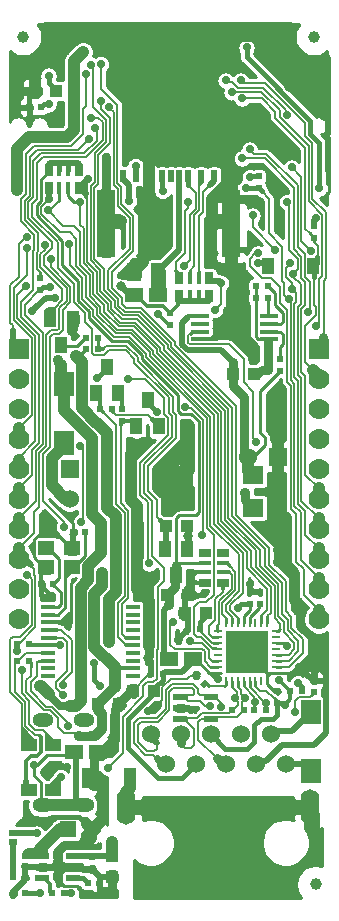
<source format=gbr>
G04 #@! TF.GenerationSoftware,KiCad,Pcbnew,5.1.0-rc2-unknown-036be7d~80~ubuntu16.04.1*
G04 #@! TF.CreationDate,2021-11-05T15:53:19+02:00*
G04 #@! TF.ProjectId,ESP32-PoE_Rev_G1,45535033-322d-4506-9f45-5f5265765f47,G1*
G04 #@! TF.SameCoordinates,Original*
G04 #@! TF.FileFunction,Copper,L2,Bot*
G04 #@! TF.FilePolarity,Positive*
%FSLAX46Y46*%
G04 Gerber Fmt 4.6, Leading zero omitted, Abs format (unit mm)*
G04 Created by KiCad (PCBNEW 5.1.0-rc2-unknown-036be7d~80~ubuntu16.04.1) date 2021-11-05 15:53:19*
%MOMM*%
%LPD*%
G04 APERTURE LIST*
%ADD10R,1.524000X1.270000*%
%ADD11R,1.400000X1.000000*%
%ADD12R,1.200000X0.550000*%
%ADD13R,0.500000X0.550000*%
%ADD14R,1.000000X1.400000*%
%ADD15C,1.300000*%
%ADD16C,2.000000*%
%ADD17R,1.016000X1.016000*%
%ADD18C,1.524000*%
%ADD19O,1.600000X2.999999*%
%ADD20R,3.600000X3.600000*%
%ADD21R,0.400000X0.400000*%
%ADD22R,1.422400X1.422400*%
%ADD23R,0.250000X0.800000*%
%ADD24R,0.800000X0.250000*%
%ADD25R,1.270000X1.524000*%
%ADD26R,1.400000X1.400000*%
%ADD27C,1.400000*%
%ADD28C,1.000000*%
%ADD29R,0.550000X0.500000*%
%ADD30C,0.500000*%
%ADD31C,0.100000*%
%ADD32C,1.778000*%
%ADD33R,1.778000X1.778000*%
%ADD34R,1.270000X0.325000*%
%ADD35R,1.700000X2.000000*%
%ADD36R,1.016000X1.778000*%
%ADD37R,0.500000X1.000000*%
%ADD38R,1.500000X1.200000*%
%ADD39R,1.500000X4.500000*%
%ADD40O,1.800000X1.200000*%
%ADD41R,1.016000X0.381000*%
%ADD42R,1.016000X0.635000*%
%ADD43R,0.381000X1.016000*%
%ADD44R,0.635000X1.016000*%
%ADD45R,1.400000X1.200000*%
%ADD46R,0.762000X0.508000*%
%ADD47R,1.778000X1.524000*%
%ADD48R,1.500000X0.350000*%
%ADD49C,1.800000*%
%ADD50R,1.524000X1.524000*%
%ADD51C,0.900000*%
%ADD52C,0.700000*%
%ADD53C,0.800000*%
%ADD54C,0.508000*%
%ADD55C,1.016000*%
%ADD56C,0.254000*%
%ADD57C,0.635000*%
%ADD58C,0.762000*%
%ADD59C,0.152400*%
%ADD60C,0.304800*%
%ADD61C,0.406400*%
%ADD62C,0.203200*%
%ADD63C,0.863600*%
%ADD64C,0.609600*%
%ADD65C,1.270000*%
%ADD66C,0.330200*%
%ADD67C,1.524000*%
G04 APERTURE END LIST*
D10*
X96139000Y-157353000D03*
X98171000Y-157353000D03*
D11*
X92329000Y-156723000D03*
X92329000Y-160523000D03*
D12*
X105126000Y-154559000D03*
X105126000Y-153609000D03*
X105126000Y-152659000D03*
X107726000Y-154559000D03*
X107726000Y-152659000D03*
D13*
X112395000Y-153797000D03*
X111379000Y-153797000D03*
D14*
X116400000Y-116195000D03*
X112600000Y-116195000D03*
D15*
X101340000Y-106035000D03*
D16*
X103140000Y-104235000D03*
D15*
X104940000Y-106035000D03*
X101340000Y-102435000D03*
X104940000Y-102435000D03*
X103140000Y-102435000D03*
X103140000Y-106035000D03*
X101340000Y-104235000D03*
X104940000Y-104235000D03*
D17*
X98171000Y-153289000D03*
X99949000Y-153289000D03*
D14*
X102364540Y-127548640D03*
X101409500Y-129758440D03*
X103311960Y-129758440D03*
X98933000Y-124714000D03*
X97977960Y-126923800D03*
X99880420Y-126923800D03*
X94107000Y-120650000D03*
X96009460Y-120650000D03*
X95054420Y-122859800D03*
D10*
X101219000Y-118618000D03*
X103251000Y-118618000D03*
D14*
X103825040Y-140116560D03*
X105727500Y-140116560D03*
X104772460Y-142326360D03*
D18*
X102616000Y-155806000D03*
X103886000Y-158346000D03*
X105156000Y-155806000D03*
X106426000Y-158346000D03*
X107696000Y-155806000D03*
X108966000Y-158346000D03*
X110236000Y-155806000D03*
X111506000Y-158346000D03*
X112776000Y-155806000D03*
X114046000Y-158346000D03*
D19*
X100531000Y-161946000D03*
X116131000Y-161946000D03*
D20*
X110744000Y-148844000D03*
D21*
X112044000Y-149344000D03*
X112044000Y-148344000D03*
X111244000Y-147544000D03*
X110244000Y-147544000D03*
X109444000Y-148344000D03*
X109444000Y-149344000D03*
X110244000Y-150144000D03*
X111244000Y-150144000D03*
D22*
X110744000Y-148844000D03*
D23*
X108994000Y-151294000D03*
X109494000Y-151294000D03*
X109994000Y-151294000D03*
X110494000Y-151294000D03*
X110994000Y-151294000D03*
X111494000Y-151294000D03*
X111994000Y-151294000D03*
X112494000Y-151294000D03*
D24*
X113194000Y-150594000D03*
X113194000Y-150094000D03*
X113194000Y-149594000D03*
X113194000Y-149094000D03*
X113194000Y-148594000D03*
X113194000Y-148094000D03*
X113194000Y-147594000D03*
X113194000Y-147094000D03*
D23*
X112494000Y-146394000D03*
X111994000Y-146394000D03*
X111494000Y-146394000D03*
X110994000Y-146394000D03*
X110494000Y-146394000D03*
X109994000Y-146394000D03*
X109494000Y-146394000D03*
X108994000Y-146394000D03*
D24*
X108294000Y-147094000D03*
X108294000Y-147594000D03*
X108294000Y-148094000D03*
X108294000Y-148594000D03*
X108294000Y-149094000D03*
X108294000Y-149594000D03*
X108294000Y-150094000D03*
X108294000Y-150594000D03*
D13*
X103632000Y-150749000D03*
X102616000Y-150749000D03*
D17*
X102870000Y-152146000D03*
X101092000Y-152146000D03*
D13*
X91948000Y-167005000D03*
X90932000Y-167005000D03*
X90932000Y-166116000D03*
X91948000Y-166116000D03*
D11*
X94361000Y-160523000D03*
X94361000Y-156723000D03*
D13*
X91948000Y-167894000D03*
X90932000Y-167894000D03*
X92329000Y-102743000D03*
X93345000Y-102743000D03*
X98298000Y-168402000D03*
X97282000Y-168402000D03*
D12*
X93442000Y-168018500D03*
X93442000Y-167068500D03*
X93442000Y-166118500D03*
X96042000Y-168018500D03*
X96042000Y-166118500D03*
D13*
X97155000Y-122301000D03*
X98171000Y-122301000D03*
D17*
X103886000Y-138176000D03*
X105664000Y-138176000D03*
D25*
X101219000Y-116713000D03*
X103251000Y-116713000D03*
D26*
X95638620Y-163852860D03*
D27*
X97650300Y-163850320D03*
D28*
X116586000Y-168529000D03*
X116459000Y-96774000D03*
X91821000Y-96774000D03*
D29*
X110998000Y-143764000D03*
X110998000Y-144780000D03*
D13*
X105791000Y-146939000D03*
X106807000Y-146939000D03*
D29*
X113284000Y-152146000D03*
X113284000Y-153162000D03*
X93218000Y-117221000D03*
X93218000Y-118237000D03*
X111760000Y-108585000D03*
X111760000Y-109601000D03*
X104267000Y-121158000D03*
X104267000Y-120142000D03*
D30*
X106469580Y-150792580D03*
D31*
G36*
X106840811Y-150774902D02*
G01*
X106451902Y-151163811D01*
X106098349Y-150810258D01*
X106487258Y-150421349D01*
X106840811Y-150774902D01*
X106840811Y-150774902D01*
G37*
D30*
X107188000Y-151511000D03*
D31*
G36*
X106816769Y-151528678D02*
G01*
X107205678Y-151139769D01*
X107559231Y-151493322D01*
X107170322Y-151882231D01*
X106816769Y-151528678D01*
X106816769Y-151528678D01*
G37*
D13*
X90932000Y-169291000D03*
X91948000Y-169291000D03*
D29*
X116459000Y-151257000D03*
X116459000Y-152273000D03*
D13*
X115443000Y-152146000D03*
X114427000Y-152146000D03*
X94234000Y-169291000D03*
X95250000Y-169291000D03*
X98171000Y-123190000D03*
X97155000Y-123190000D03*
D29*
X97663000Y-167259000D03*
X97663000Y-166243000D03*
D13*
X91313000Y-148209000D03*
X92329000Y-148209000D03*
X91313000Y-149606000D03*
X92329000Y-149606000D03*
D32*
X116840000Y-130840000D03*
X116840000Y-128300000D03*
X116840000Y-125760000D03*
D33*
X116840000Y-123220000D03*
D32*
X116840000Y-133380000D03*
X116840000Y-135920000D03*
X116840000Y-141000000D03*
X116840000Y-138460000D03*
X116840000Y-143540000D03*
X116840000Y-146080000D03*
X91440000Y-130840000D03*
X91440000Y-128300000D03*
X91440000Y-125760000D03*
D33*
X91440000Y-123220000D03*
D32*
X91440000Y-133380000D03*
X91440000Y-135920000D03*
X91440000Y-141000000D03*
X91440000Y-138460000D03*
X91440000Y-143540000D03*
X91440000Y-146080000D03*
D17*
X99314000Y-167894000D03*
X99314000Y-166116000D03*
D34*
X93916500Y-150880000D03*
X93916500Y-150230000D03*
X93916500Y-149580000D03*
X93916500Y-148930000D03*
X93916500Y-148280000D03*
X93916500Y-147630000D03*
X93916500Y-146980000D03*
X93916500Y-146330000D03*
X93916500Y-145680000D03*
X93916500Y-145030000D03*
X101155500Y-145030000D03*
X101155500Y-145680000D03*
X101155500Y-146330000D03*
X101155500Y-146980000D03*
X101155500Y-147630000D03*
X101155500Y-148280000D03*
X101155500Y-148930000D03*
X101155500Y-149580000D03*
X101155500Y-150230000D03*
X101155500Y-150880000D03*
D35*
X95250000Y-126151000D03*
X95250000Y-131151000D03*
D36*
X100838000Y-159512000D03*
X97282000Y-159512000D03*
D37*
X100290000Y-108587000D03*
X101390000Y-108587000D03*
X102490000Y-108587000D03*
X103590000Y-108587000D03*
X104340000Y-108587000D03*
X105040000Y-108587000D03*
X105790000Y-108587000D03*
X106890000Y-108587000D03*
X107990000Y-108587000D03*
D38*
X109440000Y-110337000D03*
X98840000Y-110337000D03*
X109440000Y-114787000D03*
X98840000Y-114787000D03*
D39*
X98840000Y-112387000D03*
X109440000Y-112387000D03*
D17*
X105537000Y-145542000D03*
X107315000Y-145542000D03*
X105791000Y-144018000D03*
X104013000Y-144018000D03*
D40*
X93476000Y-154642000D03*
X96946000Y-154642000D03*
X96946000Y-161842000D03*
X93476000Y-161842000D03*
D41*
X107188000Y-141351000D03*
X107188000Y-142113000D03*
X108712000Y-141351000D03*
X108712000Y-142113000D03*
D42*
X107188000Y-140462000D03*
X108712000Y-140462000D03*
X107188000Y-143002000D03*
X108712000Y-143002000D03*
D43*
X95631000Y-108077000D03*
X94869000Y-108077000D03*
X95631000Y-109601000D03*
X94869000Y-109601000D03*
D44*
X96520000Y-108077000D03*
X96520000Y-109601000D03*
X93980000Y-108077000D03*
X93980000Y-109601000D03*
D10*
X104140000Y-149479000D03*
X106172000Y-149479000D03*
D13*
X93345000Y-143129000D03*
X94361000Y-143129000D03*
D29*
X116459000Y-113792000D03*
X116459000Y-112776000D03*
D13*
X99314000Y-128270000D03*
X98298000Y-128270000D03*
D29*
X100203000Y-129286000D03*
X100203000Y-128270000D03*
D43*
X106680000Y-117221000D03*
X105918000Y-117221000D03*
X106680000Y-118745000D03*
X105918000Y-118745000D03*
D44*
X107569000Y-117221000D03*
X107569000Y-118745000D03*
X105029000Y-117221000D03*
X105029000Y-118745000D03*
D13*
X96012000Y-138684000D03*
X97028000Y-138684000D03*
D45*
X95969000Y-140043000D03*
X93769000Y-141643000D03*
X93769000Y-140043000D03*
X95969000Y-141643000D03*
D46*
X90932000Y-164973000D03*
X90932000Y-164211000D03*
D17*
X92837000Y-101346000D03*
X94615000Y-101346000D03*
D13*
X110490000Y-153797000D03*
X109474000Y-153797000D03*
D35*
X116205000Y-153964000D03*
X116205000Y-158964000D03*
D29*
X113538000Y-124079000D03*
X113538000Y-125095000D03*
D13*
X111506000Y-118872000D03*
X112522000Y-118872000D03*
X111506000Y-117856000D03*
X112522000Y-117856000D03*
D47*
X111252000Y-136652000D03*
X111252000Y-133858000D03*
D48*
X112678000Y-120437000D03*
X112678000Y-121087000D03*
X112678000Y-121737000D03*
X112678000Y-122387000D03*
X106778000Y-122387000D03*
X106778000Y-121737000D03*
X106778000Y-121087000D03*
X106778000Y-120437000D03*
D49*
X105029000Y-133985000D03*
D18*
X95758000Y-135870000D03*
D50*
X95758000Y-133370000D03*
X113391000Y-132334000D03*
D18*
X110891000Y-132334000D03*
D17*
X109601000Y-125349000D03*
X111379000Y-125349000D03*
D29*
X111887000Y-144780000D03*
X111887000Y-143764000D03*
D51*
X99314000Y-164973000D03*
X93218000Y-151765000D03*
X98425000Y-139827000D03*
X94775020Y-124167900D03*
D52*
X92125800Y-113690400D03*
X92964000Y-163195000D03*
X93853000Y-163195000D03*
D51*
X98330590Y-161163000D03*
X114300000Y-106680000D03*
D52*
X101219000Y-115824000D03*
X102044500Y-115824000D03*
D51*
X117348000Y-103378000D03*
X117348000Y-102108000D03*
X117348000Y-98679000D03*
X114427000Y-100965000D03*
X114427000Y-99822000D03*
X114427000Y-98679000D03*
X114427000Y-97155000D03*
X105410000Y-107315000D03*
X106680000Y-103505000D03*
X106680000Y-106045000D03*
X107950000Y-107315000D03*
X107950000Y-104775000D03*
X109220000Y-106045000D03*
X104140000Y-107315000D03*
X107950000Y-103505000D03*
X107950000Y-106045000D03*
X109220000Y-104775000D03*
X106680000Y-107315000D03*
X106680000Y-104775000D03*
X106680000Y-102235000D03*
D52*
X98869500Y-106934000D03*
D51*
X91059000Y-102616000D03*
X91059000Y-101346000D03*
X91059000Y-100076000D03*
X91059000Y-98806000D03*
X92328990Y-98806000D03*
X93726000Y-98806000D03*
X93726000Y-97472500D03*
X114427000Y-96012000D03*
X110617000Y-96012000D03*
X106807000Y-96774000D03*
X108077000Y-96012000D03*
X105537000Y-96012000D03*
X102997000Y-96012000D03*
X101727000Y-96774000D03*
X104267000Y-96774000D03*
X109347000Y-96774000D03*
X100457000Y-96012000D03*
X93726000Y-96012000D03*
X97917000Y-96012000D03*
D52*
X102489000Y-109836724D03*
D51*
X100076000Y-112395000D03*
X94742000Y-167767000D03*
X94742000Y-166624000D03*
X107823000Y-112395000D03*
D52*
X94234000Y-144145000D03*
D51*
X103632000Y-112395000D03*
X99187000Y-96774000D03*
D52*
X117475000Y-105156000D03*
D51*
X96901000Y-96774000D03*
X102489000Y-112395000D03*
D52*
X100203000Y-116967000D03*
X95631000Y-146685000D03*
D51*
X99314000Y-169037000D03*
X102489000Y-145542000D03*
D52*
X115189000Y-150114000D03*
X106045000Y-153797000D03*
D53*
X102362000Y-149352000D03*
D51*
X98330590Y-160210498D03*
D52*
X104902000Y-147828000D03*
X95885000Y-121666000D03*
D51*
X111252000Y-124079000D03*
X101981000Y-131064000D03*
X100965000Y-131064000D03*
D52*
X102362000Y-153847800D03*
D53*
X93853000Y-137414000D03*
D51*
X113411000Y-141224000D03*
X113411000Y-140208000D03*
D52*
X110998000Y-143129000D03*
D51*
X111252000Y-123063000D03*
X99568000Y-154305000D03*
X110998000Y-103886000D03*
D52*
X110921800Y-110794800D03*
X95504000Y-158623000D03*
X92590110Y-120015000D03*
X94488000Y-118872000D03*
D51*
X96901000Y-98044000D03*
D52*
X116586000Y-112141000D03*
D51*
X99674680Y-143771620D03*
D53*
X100131880Y-117899180D03*
D51*
X96266000Y-123825000D03*
X98092260Y-129433320D03*
D53*
X105791000Y-139065000D03*
D52*
X110744000Y-97663000D03*
X116890800Y-109601000D03*
D51*
X91333320Y-109776260D03*
X99060000Y-147980400D03*
D52*
X113969800Y-153314400D03*
X108356400Y-151155400D03*
X113510000Y-151250000D03*
X93980000Y-100055001D03*
X92125800Y-114604800D03*
X111051173Y-108638173D03*
X103631994Y-109836732D03*
D51*
X96520000Y-155956000D03*
X97536000Y-155956000D03*
X98501200Y-142123160D03*
D52*
X105796410Y-110751157D03*
X100774500Y-110680496D03*
X101345994Y-107696000D03*
X97409000Y-105410000D03*
X95278919Y-138270969D03*
X94157800Y-115570000D03*
D51*
X112522000Y-124968000D03*
D52*
X110998000Y-106299000D03*
X115976400Y-120091200D03*
X110363000Y-107060996D03*
X93980000Y-102489000D03*
X110236000Y-100457000D03*
D51*
X102108000Y-168783000D03*
X105283000Y-168783000D03*
X108204000Y-168783000D03*
X110998000Y-168783000D03*
X112522000Y-167132000D03*
X104013000Y-167132000D03*
X106934000Y-167132000D03*
X109601000Y-167132000D03*
X105918000Y-164846000D03*
X110871000Y-164846000D03*
X108204000Y-164846000D03*
X103632000Y-161946000D03*
X113030000Y-161946000D03*
D52*
X114173000Y-148336000D03*
X111696500Y-115954254D03*
X96730025Y-137874369D03*
X96647000Y-131445000D03*
X103124000Y-128524000D03*
X98298000Y-151765000D03*
X97795080Y-149816820D03*
X95231599Y-151654399D03*
X95231596Y-152512566D03*
D51*
X104140000Y-144907000D03*
D52*
X110007400Y-145084800D03*
X92075000Y-117856016D03*
X92963986Y-164211000D03*
X99016820Y-158666180D03*
X97532247Y-103628247D03*
X109474000Y-101473000D03*
X116586000Y-121285000D03*
X105918000Y-147955000D03*
X114808000Y-153924000D03*
X104521000Y-146304000D03*
X115089940Y-151483060D03*
X95885000Y-169290994D03*
X93217439Y-169291561D03*
X92760768Y-158419800D03*
X94932500Y-148272500D03*
X95019852Y-159437320D03*
X95613220Y-155110180D03*
X114173000Y-103378000D03*
X108966000Y-100457000D03*
X108585000Y-117602000D03*
X94107000Y-117983000D03*
X108077000Y-119888000D03*
X110363000Y-101981000D03*
X91310373Y-148796940D03*
X91742260Y-150373080D03*
X97917000Y-104521000D03*
X97147890Y-99910341D03*
X92188792Y-142297910D03*
X100711000Y-125730000D03*
X102489000Y-141351000D03*
X111252000Y-111887000D03*
X113157000Y-114808000D03*
X106934000Y-138938000D03*
X105537000Y-128066800D03*
X114554000Y-107823000D03*
X116205000Y-114935000D03*
X114462245Y-115922976D03*
X105410000Y-116205000D03*
X114554000Y-118110000D03*
X114681000Y-116840000D03*
X114173000Y-110744000D03*
X110718600Y-109550200D03*
X114300000Y-118999000D03*
X111696500Y-115101841D03*
X103251000Y-120269000D03*
X96673145Y-110744000D03*
X93931740Y-111467900D03*
X97312968Y-108831208D03*
X93980000Y-110490555D03*
X93675200Y-114376200D03*
X98398693Y-99097193D03*
X99124867Y-102705397D03*
X98415660Y-102232500D03*
X97536008Y-99123500D03*
X95732400Y-114274400D03*
X107642660Y-153441400D03*
X111429800Y-153085800D03*
X108595160Y-153469340D03*
X112395000Y-153162000D03*
X109728000Y-152781000D03*
X110617000Y-152781000D03*
X106045000Y-131953000D03*
X105029000Y-136271000D03*
X106045000Y-136271000D03*
X105156000Y-131953000D03*
X104013000Y-136271000D03*
D51*
X110617000Y-135382000D03*
D52*
X111506000Y-131064000D03*
X98051620Y-125669040D03*
D54*
X91440000Y-123220000D02*
X90932000Y-122712000D01*
X90932000Y-122712000D02*
X90932000Y-121602500D01*
X96042000Y-166118500D02*
X97787500Y-166118500D01*
X97787500Y-166118500D02*
X97790000Y-166116000D01*
X99314000Y-166116000D02*
X97790000Y-166116000D01*
X97790000Y-166116000D02*
X97663000Y-166243000D01*
D55*
X99314000Y-164973000D02*
X99314000Y-165481000D01*
D56*
X99203000Y-165370000D02*
X99314000Y-165481000D01*
D55*
X99314000Y-165481000D02*
X99314000Y-166116000D01*
D56*
X99068000Y-165870000D02*
X99314000Y-166116000D01*
D55*
X93319600Y-151765000D02*
X93980000Y-152425400D01*
X93218000Y-151765000D02*
X93319600Y-151765000D01*
D57*
X93980000Y-152450800D02*
X93980000Y-152425400D01*
X95758000Y-153416000D02*
X94945200Y-153416000D01*
X94945200Y-153416000D02*
X93980000Y-152450800D01*
D55*
X95250000Y-128356360D02*
X97663000Y-130769360D01*
X98425000Y-137922000D02*
X98425000Y-139827000D01*
X97663000Y-130769360D02*
X97663000Y-137160000D01*
X97663000Y-137160000D02*
X98425000Y-137922000D01*
X95250000Y-126151000D02*
X95250000Y-128356360D01*
X95250000Y-126151000D02*
X94996000Y-125897000D01*
X94996000Y-125897000D02*
X94996000Y-124587000D01*
D58*
X94775020Y-124366020D02*
X94775020Y-124167900D01*
X94996000Y-124587000D02*
X94775020Y-124366020D01*
D59*
X92049600Y-113690400D02*
X92125800Y-113690400D01*
X91440000Y-114300000D02*
X92049600Y-113690400D01*
X90726260Y-117807740D02*
X91440000Y-117094000D01*
X91440000Y-117094000D02*
X91440000Y-114300000D01*
X90932000Y-121183400D02*
X90726260Y-120977660D01*
X90932000Y-121602500D02*
X90932000Y-121183400D01*
X90726260Y-120977660D02*
X90726260Y-117807740D01*
D55*
X96266000Y-153416000D02*
X95758000Y-153416000D01*
X96685122Y-143421078D02*
X96685122Y-152996878D01*
X98425000Y-139827000D02*
X98425000Y-140462000D01*
X98425000Y-140462000D02*
X97330260Y-141556740D01*
X97330260Y-141556740D02*
X97330260Y-142775940D01*
X96685122Y-152996878D02*
X96266000Y-153416000D01*
X97330260Y-142775940D02*
X96685122Y-143421078D01*
D56*
X117729000Y-109918500D02*
X117411500Y-110236000D01*
X117729000Y-108267500D02*
X117729000Y-109918500D01*
X117602000Y-108140500D02*
X117729000Y-108267500D01*
D60*
X93345000Y-143256000D02*
X94234000Y-144145000D01*
X93345000Y-143129000D02*
X93345000Y-143256000D01*
D61*
X93345000Y-144018000D02*
X93472000Y-144145000D01*
X93345000Y-143129000D02*
X93345000Y-144018000D01*
D58*
X98386900Y-163113720D02*
X98386900Y-160266808D01*
X97650300Y-163850320D02*
X98386900Y-163113720D01*
X98386900Y-160266808D02*
X98350299Y-160230207D01*
D61*
X92964000Y-163195000D02*
X93853000Y-163195000D01*
D55*
X114300000Y-106680000D02*
X112395000Y-104775000D01*
D58*
X100697974Y-116967000D02*
X101282500Y-116967000D01*
X100203000Y-116967000D02*
X100697974Y-116967000D01*
X101219000Y-115824000D02*
X101219000Y-115951000D01*
X101219000Y-115951000D02*
X100203000Y-116967000D01*
X101219000Y-115824000D02*
X102044500Y-115824000D01*
X101219000Y-116713000D02*
X101219000Y-116649500D01*
X101219000Y-116649500D02*
X102044500Y-115824000D01*
D60*
X96075500Y-140081000D02*
X95758000Y-139763500D01*
D55*
X109410500Y-109410500D02*
X109410500Y-110299500D01*
X109410500Y-108902500D02*
X109410500Y-109410500D01*
X109220000Y-107315000D02*
X109220000Y-109220000D01*
X109220000Y-109220000D02*
X109410500Y-109410500D01*
X109220000Y-107315000D02*
X109220000Y-108331000D01*
X109410500Y-108902500D02*
X109410500Y-108521500D01*
X109410500Y-108521500D02*
X109220000Y-108331000D01*
D58*
X117348000Y-98679000D02*
X115570000Y-98679000D01*
D55*
X115570000Y-98679000D02*
X114427000Y-98679000D01*
X117348000Y-103378000D02*
X117348000Y-98679000D01*
D54*
X117615401Y-105015599D02*
X117615401Y-103645401D01*
X117615401Y-103645401D02*
X117348000Y-103378000D01*
X117475000Y-105156000D02*
X117615401Y-105015599D01*
D55*
X111506000Y-96774000D02*
X114046000Y-96774000D01*
X114046000Y-96774000D02*
X114427000Y-97155000D01*
X114427000Y-100965000D02*
X114427000Y-96012000D01*
X106680000Y-104775000D02*
X109220000Y-104775000D01*
X106680000Y-106045000D02*
X109220000Y-106045000D01*
X107950000Y-103505000D02*
X107950000Y-107315000D01*
X109220000Y-104775000D02*
X106680000Y-102235000D01*
X109220000Y-107315000D02*
X109220000Y-104775000D01*
X106680000Y-107315000D02*
X106680000Y-102235000D01*
X104140000Y-107315000D02*
X109220000Y-107315000D01*
X106172000Y-104267000D02*
X103251000Y-104267000D01*
D58*
X98840000Y-110337000D02*
X98840000Y-106963500D01*
X98840000Y-106963500D02*
X98869500Y-106934000D01*
X93726000Y-97472500D02*
X93726000Y-96012000D01*
D55*
X93726000Y-98806000D02*
X93726000Y-97472500D01*
D58*
X101346000Y-102362000D02*
X101346000Y-96774000D01*
X103251000Y-104267000D02*
X101346000Y-102362000D01*
X101346000Y-96774000D02*
X100076000Y-96774000D01*
X111506000Y-96774000D02*
X113665000Y-96774000D01*
X113665000Y-96774000D02*
X114427000Y-96012000D01*
D55*
X96901000Y-96774000D02*
X109347000Y-96774000D01*
X93726000Y-96012000D02*
X114427000Y-96012000D01*
D58*
X109593000Y-110490000D02*
X111442500Y-110490000D01*
X109440000Y-110337000D02*
X109593000Y-110490000D01*
D54*
X117602000Y-105312180D02*
X117602000Y-108140500D01*
X117616590Y-105297590D02*
X117602000Y-105312180D01*
X117475000Y-105156000D02*
X117616590Y-105297590D01*
D55*
X109440000Y-110337000D02*
X107976000Y-110337000D01*
X107976000Y-110337000D02*
X107823000Y-110490000D01*
X107823000Y-110490000D02*
X109410500Y-108902500D01*
X107823000Y-112395000D02*
X107823000Y-110490000D01*
X98840000Y-112387000D02*
X100068000Y-112387000D01*
X100068000Y-112387000D02*
X100076000Y-112395000D01*
X109440000Y-112387000D02*
X107831000Y-112387000D01*
X107831000Y-112387000D02*
X107823000Y-112395000D01*
X107823000Y-112395000D02*
X109220000Y-112395000D01*
D54*
X98840000Y-112895000D02*
X99340000Y-112395000D01*
X99340000Y-112395000D02*
X99581026Y-112395000D01*
X99581026Y-112395000D02*
X100076000Y-112395000D01*
D55*
X102489000Y-112395000D02*
X102489000Y-108588000D01*
X102489000Y-108588000D02*
X102490000Y-108587000D01*
D58*
X98840000Y-112387000D02*
X98488500Y-112035500D01*
D55*
X102490000Y-108587000D02*
X102490000Y-104901000D01*
X102490000Y-104901000D02*
X103124000Y-104267000D01*
D54*
X98298000Y-169037000D02*
X99314000Y-169037000D01*
X98298000Y-168402000D02*
X98298000Y-169037000D01*
X92011500Y-167068500D02*
X91948000Y-167005000D01*
X93442000Y-167068500D02*
X92011500Y-167068500D01*
X90932000Y-169164000D02*
X90932000Y-169291000D01*
X91948000Y-168148000D02*
X90932000Y-169164000D01*
X91948000Y-167894000D02*
X91948000Y-168148000D01*
X91948000Y-167005000D02*
X91948000Y-167894000D01*
D56*
X95969000Y-140043000D02*
X96096000Y-139916000D01*
D60*
X93345000Y-143129000D02*
X93345000Y-142067000D01*
X93345000Y-142067000D02*
X93769000Y-141643000D01*
D54*
X97663000Y-167259000D02*
X95377000Y-167259000D01*
X95377000Y-167259000D02*
X94742000Y-166624000D01*
D58*
X97028000Y-165227000D02*
X95250000Y-165227000D01*
X94742000Y-165735000D02*
X95250000Y-165227000D01*
X94742000Y-165735000D02*
X94742000Y-166624000D01*
D54*
X98298000Y-167894000D02*
X97663000Y-167259000D01*
X98298000Y-167894000D02*
X99314000Y-167894000D01*
X98298000Y-168402000D02*
X98298000Y-167894000D01*
D58*
X97650300Y-164604700D02*
X97028000Y-165227000D01*
X97650300Y-163850320D02*
X97650300Y-164604700D01*
D54*
X93442000Y-167068500D02*
X94297500Y-167068500D01*
X94297500Y-167068500D02*
X94742000Y-166624000D01*
D59*
X109440000Y-112387000D02*
X109440000Y-114787000D01*
X98840000Y-112387000D02*
X98840000Y-114787000D01*
D55*
X109440000Y-112387000D02*
X109440000Y-113123000D01*
D54*
X101219000Y-116713000D02*
X100965000Y-116967000D01*
X100965000Y-116967000D02*
X100203000Y-116967000D01*
D58*
X111506000Y-96774000D02*
X108966000Y-96774000D01*
D55*
X103124000Y-96774000D02*
X106045000Y-96774000D01*
X96901000Y-96774000D02*
X100076000Y-96774000D01*
D60*
X95631000Y-146685000D02*
X95276000Y-146330000D01*
X95276000Y-146330000D02*
X93916500Y-146330000D01*
D54*
X97650300Y-163850320D02*
X97756980Y-163957000D01*
X99568000Y-167894000D02*
X99314000Y-167894000D01*
X99060000Y-167640000D02*
X99314000Y-167894000D01*
X99314000Y-167894000D02*
X99314000Y-169037000D01*
X97650300Y-163850320D02*
X97642680Y-163850320D01*
X96012000Y-140081000D02*
X96012000Y-138684000D01*
D56*
X113194000Y-150594000D02*
X112494000Y-150594000D01*
X112804000Y-150594000D02*
X113194000Y-150594000D01*
X112494000Y-150904000D02*
X112804000Y-150594000D01*
X112494000Y-151294000D02*
X112494000Y-150904000D01*
X112494000Y-150594000D02*
X110744000Y-148844000D01*
X112494000Y-151294000D02*
X112494000Y-150594000D01*
X114335500Y-150594000D02*
X113194000Y-150594000D01*
X115669000Y-150594000D02*
X114335500Y-150594000D01*
D61*
X94250741Y-162797259D02*
X93853000Y-163195000D01*
X97650300Y-163850320D02*
X96597239Y-162797259D01*
X96597239Y-162797259D02*
X94250741Y-162797259D01*
D55*
X102489000Y-145542000D02*
X102489000Y-148336000D01*
D54*
X105857000Y-153609000D02*
X106045000Y-153797000D01*
X105126000Y-153609000D02*
X105857000Y-153609000D01*
D58*
X102362000Y-149352000D02*
X102489000Y-149225000D01*
X102489000Y-149225000D02*
X102489000Y-148336000D01*
D54*
X102362000Y-149352000D02*
X102616000Y-149606000D01*
X102616000Y-149606000D02*
X102616000Y-150749000D01*
D58*
X116344700Y-147701000D02*
X115265222Y-146621522D01*
X115265222Y-146621522D02*
X115265222Y-145008622D01*
X114681000Y-144424400D02*
X114681000Y-142113000D01*
X116713000Y-147701000D02*
X116344700Y-147701000D01*
X115265222Y-145008622D02*
X114681000Y-144424400D01*
D54*
X98350299Y-160230207D02*
X98330590Y-160210498D01*
D56*
X115951000Y-150876000D02*
X115669000Y-150594000D01*
D54*
X115189000Y-150114000D02*
X115951000Y-150876000D01*
X116459000Y-151257000D02*
X115951000Y-150876000D01*
X104902000Y-147828000D02*
X105791000Y-146939000D01*
X105537000Y-145669000D02*
X105537000Y-145542000D01*
X105791000Y-145923000D02*
X105537000Y-145669000D01*
X105791000Y-146939000D02*
X105791000Y-145923000D01*
D58*
X95885000Y-121158000D02*
X95885000Y-120650000D01*
X96012000Y-121539000D02*
X96012000Y-120650000D01*
X95885000Y-121666000D02*
X96012000Y-121539000D01*
X95885000Y-121666000D02*
X95885000Y-121158000D01*
D55*
X101473000Y-143510000D02*
X102489000Y-144526000D01*
X101473000Y-136525000D02*
X101473000Y-143510000D01*
X100965000Y-136017000D02*
X101473000Y-136525000D01*
X102489000Y-144526000D02*
X102489000Y-145542000D01*
X100965000Y-132080000D02*
X100965000Y-136017000D01*
X92837000Y-99695000D02*
X92837000Y-101346000D01*
X95758000Y-96774000D02*
X92837000Y-99695000D01*
X96901000Y-96774000D02*
X95758000Y-96774000D01*
D61*
X92837000Y-101346000D02*
X92329000Y-101854000D01*
X92329000Y-101854000D02*
X92329000Y-102743000D01*
D58*
X100965000Y-132080000D02*
X100965000Y-131064000D01*
D54*
X110998000Y-143764000D02*
X111379000Y-143764000D01*
X111379000Y-143764000D02*
X111887000Y-143764000D01*
D56*
X95631000Y-146685000D02*
X95885000Y-146431000D01*
X95885000Y-146431000D02*
X95885000Y-143002000D01*
X95885000Y-143002000D02*
X96266000Y-142621000D01*
X96012000Y-137922000D02*
X93980000Y-135890000D01*
X96012000Y-138684000D02*
X96012000Y-137922000D01*
D55*
X114681000Y-142113000D02*
X113792000Y-141224000D01*
X113792000Y-141224000D02*
X113792000Y-137922000D01*
X113792000Y-137922000D02*
X113391000Y-137521000D01*
X113391000Y-133838000D02*
X113391000Y-132334000D01*
X113391000Y-137521000D02*
X113391000Y-133838000D01*
D54*
X110998000Y-143510000D02*
X110998000Y-143129000D01*
X111252000Y-143764000D02*
X110998000Y-143510000D01*
X111379000Y-143764000D02*
X111252000Y-143764000D01*
D55*
X109440000Y-116044000D02*
X109440000Y-114787000D01*
X109855000Y-116459000D02*
X109440000Y-116044000D01*
X111252000Y-123063000D02*
X109855000Y-121666000D01*
X109855000Y-121666000D02*
X109855000Y-116459000D01*
D60*
X108245000Y-122387000D02*
X108712000Y-121920000D01*
X107737000Y-122387000D02*
X108331000Y-121793000D01*
X106778000Y-122387000D02*
X107737000Y-122387000D01*
X107737000Y-122387000D02*
X108245000Y-122387000D01*
D59*
X103606600Y-152933400D02*
X102692200Y-153847800D01*
X103606600Y-151853900D02*
X103606600Y-152933400D01*
X104330500Y-151130000D02*
X103606600Y-151853900D01*
X106469580Y-150792580D02*
X106386160Y-150876000D01*
X105664000Y-151130000D02*
X104330500Y-151130000D01*
X102692200Y-153847800D02*
X102362000Y-153847800D01*
X106386160Y-150876000D02*
X105918000Y-150876000D01*
X105918000Y-150876000D02*
X105664000Y-151130000D01*
D56*
X113080800Y-152146000D02*
X113411000Y-152146000D01*
X112494000Y-151559200D02*
X113080800Y-152146000D01*
X112494000Y-151294000D02*
X112494000Y-151559200D01*
D62*
X101092000Y-152146000D02*
X101092000Y-152115520D01*
X102453440Y-150911560D02*
X102295960Y-150911560D01*
X102616000Y-150749000D02*
X102453440Y-150911560D01*
X101092000Y-152115520D02*
X102295960Y-150911560D01*
D58*
X99568000Y-153670000D02*
X99568000Y-154305000D01*
X99949000Y-153289000D02*
X99568000Y-153670000D01*
X100965000Y-152146000D02*
X101092000Y-152146000D01*
X99949000Y-153162000D02*
X100965000Y-152146000D01*
X99949000Y-153289000D02*
X99949000Y-153162000D01*
X97282000Y-159512000D02*
X97282000Y-159766000D01*
X97726498Y-160210498D02*
X98330590Y-160210498D01*
X97282000Y-159766000D02*
X97726498Y-160210498D01*
D63*
X99568000Y-156337000D02*
X99568000Y-154305000D01*
X98552000Y-157353000D02*
X99568000Y-156337000D01*
D58*
X98171000Y-157353000D02*
X98552000Y-157353000D01*
D54*
X105537000Y-145542000D02*
X105537000Y-144272000D01*
X105537000Y-144272000D02*
X105791000Y-144018000D01*
D64*
X106045000Y-143764000D02*
X105854500Y-143954500D01*
D56*
X106426000Y-142113000D02*
X106045000Y-142494000D01*
X107188000Y-142113000D02*
X106426000Y-142113000D01*
D60*
X107188000Y-143002000D02*
X106045000Y-143002000D01*
D64*
X106045000Y-143002000D02*
X106045000Y-143764000D01*
X106045000Y-142494000D02*
X106045000Y-143002000D01*
D56*
X92329000Y-102743000D02*
X92329000Y-103505000D01*
X92329000Y-103505000D02*
X94615000Y-103505000D01*
D55*
X109601000Y-121920000D02*
X109855000Y-121666000D01*
X108712000Y-121920000D02*
X109601000Y-121920000D01*
D56*
X93510000Y-141643000D02*
X93769000Y-141643000D01*
X92710000Y-140843000D02*
X93510000Y-141643000D01*
X92710000Y-139395200D02*
X92710000Y-140843000D01*
X95969000Y-140043000D02*
X95847000Y-140043000D01*
X95847000Y-140043000D02*
X94615000Y-138811000D01*
X93294200Y-138811000D02*
X92710000Y-139395200D01*
D60*
X93853000Y-137414000D02*
X93853000Y-138811000D01*
D56*
X93853000Y-138811000D02*
X93294200Y-138811000D01*
X94615000Y-138811000D02*
X93853000Y-138811000D01*
D55*
X111125000Y-104013000D02*
X110998000Y-103886000D01*
X112395000Y-104775000D02*
X111125000Y-104775000D01*
X111125000Y-104775000D02*
X111125000Y-104013000D01*
X111125000Y-104775000D02*
X109220000Y-104775000D01*
D54*
X109440000Y-114787000D02*
X110850000Y-114787000D01*
X117475000Y-155702000D02*
X117475000Y-148463000D01*
X111506000Y-158346000D02*
X111787800Y-158064200D01*
X117475000Y-148463000D02*
X116713000Y-147701000D01*
X116459000Y-156718000D02*
X117475000Y-155702000D01*
X111787800Y-158064200D02*
X112420400Y-158064200D01*
X112420400Y-158064200D02*
X113766600Y-156718000D01*
X113766600Y-156718000D02*
X116459000Y-156718000D01*
D58*
X97790000Y-157734000D02*
X98171000Y-157353000D01*
X97790000Y-159004000D02*
X97790000Y-157734000D01*
X97282000Y-159512000D02*
X97790000Y-159004000D01*
D56*
X94742000Y-167767000D02*
X94742000Y-168148000D01*
X94742000Y-168148000D02*
X95250000Y-168656000D01*
X95250000Y-168656000D02*
X96393000Y-168656000D01*
X96393000Y-168656000D02*
X96774000Y-169037000D01*
D54*
X91948000Y-165989000D02*
X92202000Y-165735000D01*
X91948000Y-166116000D02*
X91948000Y-165989000D01*
X92202000Y-165735000D02*
X93218000Y-165735000D01*
D55*
X93442000Y-165384000D02*
X92964000Y-165862000D01*
X95631000Y-163845240D02*
X95638620Y-163852860D01*
D54*
X91950500Y-166118500D02*
X91948000Y-166116000D01*
X93442000Y-166118500D02*
X91950500Y-166118500D01*
D55*
X93442000Y-165892000D02*
X93442000Y-165384000D01*
X93442000Y-165384000D02*
X94973140Y-163852860D01*
X94973140Y-163852860D02*
X95638620Y-163852860D01*
D61*
X93442000Y-166118500D02*
X93442000Y-165892000D01*
D55*
X95638620Y-163852860D02*
X95638620Y-163949380D01*
D54*
X92940109Y-119665001D02*
X92590110Y-120015000D01*
X93733110Y-118872000D02*
X92940109Y-119665001D01*
X94488000Y-118872000D02*
X93733110Y-118872000D01*
X105029000Y-119126000D02*
X105918000Y-119126000D01*
X105029000Y-118745000D02*
X105029000Y-119126000D01*
X105918000Y-119126000D02*
X106680000Y-119126000D01*
D56*
X105918000Y-118745000D02*
X105918000Y-119126000D01*
X106680000Y-119126000D02*
X106680000Y-118745000D01*
D54*
X107569000Y-119126000D02*
X106680000Y-119126000D01*
X107569000Y-118745000D02*
X107569000Y-119126000D01*
X116459000Y-112776000D02*
X116459000Y-112268000D01*
X116459000Y-112268000D02*
X116586000Y-112141000D01*
X100850700Y-118618000D02*
X100131880Y-117899180D01*
X101219000Y-118618000D02*
X100850700Y-118618000D01*
D55*
X96774000Y-124333000D02*
X96266000Y-123825000D01*
X98171000Y-129540000D02*
X98933000Y-130302000D01*
X98933000Y-130302000D02*
X98933000Y-136626600D01*
X98092260Y-129433320D02*
X98171000Y-129512060D01*
X97988120Y-129433320D02*
X96774000Y-128219200D01*
X98171000Y-129512060D02*
X98171000Y-129540000D01*
X99674680Y-137368280D02*
X99674680Y-143771620D01*
X98933000Y-136626600D02*
X99674680Y-137368280D01*
X98092260Y-129433320D02*
X97988120Y-129433320D01*
X96774000Y-128219200D02*
X96774000Y-124333000D01*
D60*
X104902000Y-119507000D02*
X104267000Y-120142000D01*
X104902000Y-118872000D02*
X104902000Y-119507000D01*
D56*
X105029000Y-118745000D02*
X104902000Y-118872000D01*
D60*
X101346000Y-118618000D02*
X101219000Y-118618000D01*
X103708200Y-119583200D02*
X102311200Y-119583200D01*
X102311200Y-119583200D02*
X101346000Y-118618000D01*
X104267000Y-120142000D02*
X103708200Y-119583200D01*
D56*
X96266000Y-123825000D02*
X96520000Y-123825000D01*
X96520000Y-123825000D02*
X97155000Y-123190000D01*
D64*
X105791000Y-138303000D02*
X105791000Y-139065000D01*
X105664000Y-138176000D02*
X105791000Y-138303000D01*
X105791000Y-140053060D02*
X105791000Y-139065000D01*
X105727500Y-140116560D02*
X105791000Y-140053060D01*
D55*
X91333320Y-106278680D02*
X92329042Y-105282958D01*
X91333320Y-109776260D02*
X91333320Y-106278680D01*
X92329042Y-105282958D02*
X95504042Y-105282958D01*
X95504042Y-105282958D02*
X96137489Y-104649511D01*
X96137489Y-104649511D02*
X96137489Y-98807511D01*
X96137489Y-98807511D02*
X96451001Y-98493999D01*
X96451001Y-98493999D02*
X96901000Y-98044000D01*
D61*
X110744000Y-98503330D02*
X110744000Y-97663000D01*
X116890800Y-109601000D02*
X116890800Y-105739128D01*
X116128811Y-104977139D02*
X116128811Y-103888141D01*
X116890800Y-105739128D02*
X116128811Y-104977139D01*
X116128811Y-103888141D02*
X110744000Y-98503330D01*
D55*
X99060000Y-144386300D02*
X99674680Y-143771620D01*
X99060000Y-147980400D02*
X99060000Y-144386300D01*
D54*
X107696000Y-155806000D02*
X107696000Y-155702000D01*
D56*
X106299000Y-149479000D02*
X106172000Y-149479000D01*
D54*
X106172000Y-149479000D02*
X106045000Y-149479000D01*
D61*
X106045000Y-149479000D02*
X106045000Y-149542500D01*
D56*
X107541000Y-150594000D02*
X106426000Y-149479000D01*
X106426000Y-149479000D02*
X106172000Y-149479000D01*
D54*
X106045000Y-149764750D02*
X106045000Y-149542500D01*
X105289350Y-150520400D02*
X106045000Y-149764750D01*
X103860600Y-150520400D02*
X105289350Y-150520400D01*
X103632000Y-150749000D02*
X103860600Y-150520400D01*
D56*
X108294000Y-150594000D02*
X107541000Y-150594000D01*
X108294000Y-150594000D02*
X108557000Y-150594000D01*
X108294000Y-150594000D02*
X108105000Y-150594000D01*
X108105000Y-150594000D02*
X107950000Y-150749000D01*
X108102400Y-151155400D02*
X107950000Y-151003000D01*
X107950000Y-150749000D02*
X107950000Y-151003000D01*
X107950000Y-151003000D02*
X107541000Y-150594000D01*
X108356400Y-151155400D02*
X108102400Y-151155400D01*
D61*
X102997000Y-151843740D02*
X102997000Y-152146000D01*
X103632000Y-151208740D02*
X102997000Y-151843740D01*
X103632000Y-150749000D02*
X103632000Y-151208740D01*
D56*
X113284000Y-153035000D02*
X113030000Y-152781000D01*
X113284000Y-153162000D02*
X113284000Y-153035000D01*
D61*
X100711000Y-154487880D02*
X102870000Y-152328880D01*
X106426000Y-158346000D02*
X105260000Y-159512000D01*
X105260000Y-159512000D02*
X103251000Y-159512000D01*
X102870000Y-152328880D02*
X102870000Y-152146000D01*
X103251000Y-159512000D02*
X100711000Y-156972000D01*
X100711000Y-156972000D02*
X100711000Y-154487880D01*
X113817400Y-153162000D02*
X113969800Y-153314400D01*
X113284000Y-153162000D02*
X113817400Y-153162000D01*
D56*
X108204000Y-151003000D02*
X108356400Y-151155400D01*
X108204000Y-150684000D02*
X108204000Y-151003000D01*
X108294000Y-150594000D02*
X108204000Y-150684000D01*
D61*
X111404400Y-155041600D02*
X111404400Y-156438600D01*
X113284000Y-153162000D02*
X113284000Y-154178000D01*
X113284000Y-154178000D02*
X112979200Y-154482800D01*
X110820200Y-157022800D02*
X108912800Y-157022800D01*
X111404400Y-156438600D02*
X110820200Y-157022800D01*
X111963200Y-154482800D02*
X111404400Y-155041600D01*
X108912800Y-157022800D02*
X107696000Y-155806000D01*
X112979200Y-154482800D02*
X111963200Y-154482800D01*
D56*
X111494000Y-151294000D02*
X111494000Y-151753000D01*
D59*
X112395000Y-152146000D02*
X113030000Y-152781000D01*
X111887000Y-152146000D02*
X112395000Y-152146000D01*
X111494000Y-151753000D02*
X111887000Y-152146000D01*
D60*
X114406000Y-152146000D02*
X113510000Y-151250000D01*
X114427000Y-152146000D02*
X114406000Y-152146000D01*
X114427000Y-152857200D02*
X113969800Y-153314400D01*
X114427000Y-152146000D02*
X114427000Y-152857200D01*
D55*
X91440000Y-129921000D02*
X91440000Y-130840000D01*
D61*
X93980000Y-100711000D02*
X94615000Y-101346000D01*
X93980000Y-100055001D02*
X93980000Y-100711000D01*
D59*
X92557601Y-128803399D02*
X91440000Y-129921000D01*
X92557601Y-122224801D02*
X92557601Y-128803399D01*
X92125800Y-114604800D02*
X92125800Y-116916200D01*
X92125800Y-116916200D02*
X91033567Y-118008433D01*
X91033567Y-118008433D02*
X91033567Y-120700767D01*
X91033567Y-120700767D02*
X92557601Y-122224801D01*
D60*
X99880420Y-126923800D02*
X100203000Y-127246380D01*
X100203000Y-127246380D02*
X100203000Y-128270000D01*
D61*
X103590000Y-109794738D02*
X103631994Y-109836732D01*
X103590000Y-108587000D02*
X103590000Y-109794738D01*
X111104346Y-108585000D02*
X111051173Y-108638173D01*
X111760000Y-108585000D02*
X111104346Y-108585000D01*
D63*
X98171000Y-153217880D02*
X99568000Y-151820880D01*
X98171000Y-153289000D02*
X98171000Y-153217880D01*
X97917000Y-155956000D02*
X97536000Y-155956000D01*
X98501200Y-155371800D02*
X97917000Y-155956000D01*
X98171000Y-153771600D02*
X98501200Y-154101800D01*
X98171000Y-153289000D02*
X98171000Y-153771600D01*
X98501200Y-154101800D02*
X98501200Y-155371800D01*
D58*
X96520000Y-155956000D02*
X97536000Y-155956000D01*
D56*
X92456000Y-149733000D02*
X92456000Y-150114000D01*
X92329000Y-149606000D02*
X92456000Y-149733000D01*
D55*
X99568000Y-151820880D02*
X99568000Y-150154640D01*
X98501200Y-143281400D02*
X98501200Y-142123160D01*
X97866200Y-148452840D02*
X97866200Y-143916400D01*
X99568000Y-150154640D02*
X97866200Y-148452840D01*
X97866200Y-143916400D02*
X98501200Y-143281400D01*
D60*
X99643360Y-150230000D02*
X99568000Y-150154640D01*
X101155500Y-150230000D02*
X99643360Y-150230000D01*
D59*
X96266000Y-155702000D02*
X96520000Y-155956000D01*
X95250000Y-155702000D02*
X96266000Y-155702000D01*
X94742000Y-155194000D02*
X95250000Y-155702000D01*
X94742000Y-154432000D02*
X94742000Y-155194000D01*
X94107000Y-153797000D02*
X94742000Y-154432000D01*
X93599000Y-153797000D02*
X94107000Y-153797000D01*
X92456000Y-150114000D02*
X92456000Y-150876000D01*
X92456000Y-150876000D02*
X92075000Y-151257000D01*
X92075000Y-151257000D02*
X92075000Y-152273000D01*
X92075000Y-152273000D02*
X93599000Y-153797000D01*
X107035622Y-109931128D02*
X107035622Y-111582178D01*
X107035622Y-111582178D02*
X106680000Y-111937800D01*
X107619750Y-109347000D02*
X107035622Y-109931128D01*
X106680000Y-111937800D02*
X106680000Y-116586000D01*
D54*
X107990000Y-108587000D02*
X107990000Y-108989500D01*
X107990000Y-108989500D02*
X107632500Y-109347000D01*
D56*
X106680000Y-117221000D02*
X106680000Y-116586000D01*
D59*
X107061000Y-108758000D02*
X107061000Y-109061250D01*
X106890000Y-108587000D02*
X107061000Y-108758000D01*
X107061000Y-109061250D02*
X106730811Y-109391439D01*
X106730811Y-109391439D02*
X106730811Y-109423189D01*
X106730811Y-109423189D02*
X106730811Y-111455189D01*
X106730811Y-109207311D02*
X106730811Y-109423189D01*
X106730811Y-108851689D02*
X106730811Y-109207311D01*
X106890000Y-108587000D02*
X106890000Y-109048122D01*
X106890000Y-109048122D02*
X106730811Y-109207311D01*
X106890000Y-108692500D02*
X106730811Y-108851689D01*
X106890000Y-108587000D02*
X106890000Y-108692500D01*
X106730811Y-111455189D02*
X106299000Y-111887000D01*
X106299000Y-111887000D02*
X106299000Y-116205000D01*
X106299000Y-116205000D02*
X105918000Y-116586000D01*
D56*
X105918000Y-117221000D02*
X105918000Y-116586000D01*
D59*
X105796410Y-111246131D02*
X105796410Y-110751157D01*
X105537000Y-111505541D02*
X105796410Y-111246131D01*
X104775000Y-115824000D02*
X105537000Y-115062000D01*
X105537000Y-115062000D02*
X105537000Y-111505541D01*
X104775000Y-116586000D02*
X104775000Y-115824000D01*
D54*
X100290000Y-108837000D02*
X100774500Y-109321500D01*
X100290000Y-108587000D02*
X100290000Y-108837000D01*
X100774500Y-109321500D02*
X100774500Y-110680496D01*
D60*
X105029000Y-116840000D02*
X104775000Y-116586000D01*
X105029000Y-117221000D02*
X105029000Y-116840000D01*
D54*
X101390000Y-108587000D02*
X101345994Y-108542994D01*
X101345994Y-108542994D02*
X101345994Y-107696000D01*
D56*
X93218000Y-117221000D02*
X93218000Y-116713000D01*
D59*
X92964000Y-116459000D02*
X93218000Y-116713000D01*
X92964000Y-115062000D02*
X92964000Y-116459000D01*
X93015553Y-106324380D02*
X92377260Y-106962673D01*
X96494828Y-106324380D02*
X93015553Y-106324380D01*
X92377260Y-110220760D02*
X91973400Y-110624620D01*
X97409000Y-105410208D02*
X96494828Y-106324380D01*
X97409000Y-105410000D02*
X97409000Y-105410208D01*
X92377260Y-106962673D02*
X92377260Y-110220760D01*
X91973400Y-110624620D02*
X91973400Y-112266534D01*
X91973400Y-112266534D02*
X93091000Y-113384134D01*
X93091000Y-114935000D02*
X92964000Y-115062000D01*
X93091000Y-113384134D02*
X93091000Y-114935000D01*
X94081656Y-122199344D02*
X94081656Y-131521144D01*
X94157800Y-115570000D02*
X94157800Y-116248198D01*
X94081656Y-131521144D02*
X93497400Y-132105400D01*
X95186500Y-121602500D02*
X94869000Y-121920000D01*
X95834189Y-119213789D02*
X95186500Y-119861478D01*
X95186500Y-119861478D02*
X95186500Y-121602500D01*
X94361000Y-121920000D02*
X94081656Y-122199344D01*
X94869000Y-121920000D02*
X94361000Y-121920000D01*
X94157800Y-116248198D02*
X95834189Y-117924587D01*
X95834189Y-117924587D02*
X95834189Y-119213789D01*
X93497400Y-132105400D02*
X93497400Y-136042400D01*
X95278919Y-137823919D02*
X95278919Y-138270969D01*
X93497400Y-136042400D02*
X95278919Y-137823919D01*
D55*
X95758000Y-135870000D02*
X95357000Y-135870000D01*
X95357000Y-135870000D02*
X94234000Y-134747000D01*
X94234000Y-134747000D02*
X94234000Y-132435600D01*
X95250000Y-131419600D02*
X94234000Y-132435600D01*
X95250000Y-131151000D02*
X95250000Y-131419600D01*
D54*
X105283000Y-122826780D02*
X105283000Y-121031000D01*
X109601000Y-124333000D02*
X108585000Y-123317000D01*
X105283000Y-121031000D02*
X105791000Y-120523000D01*
X108585000Y-123317000D02*
X105773220Y-123317000D01*
X105773220Y-123317000D02*
X105283000Y-122826780D01*
D60*
X105877000Y-120437000D02*
X105791000Y-120523000D01*
X106778000Y-120437000D02*
X105877000Y-120437000D01*
D55*
X110891000Y-132334000D02*
X110891000Y-133497000D01*
X110891000Y-133497000D02*
X111252000Y-133858000D01*
D58*
X109601000Y-125349000D02*
X109601000Y-124333000D01*
X109601000Y-126365000D02*
X109601000Y-125349000D01*
X110490000Y-127254000D02*
X109601000Y-126365000D01*
X110490000Y-131933000D02*
X110490000Y-127254000D01*
X110891000Y-132334000D02*
X110490000Y-131933000D01*
D56*
X111887000Y-126746000D02*
X113538000Y-125095000D01*
X111887000Y-130302000D02*
X111887000Y-126746000D01*
X110891000Y-132334000D02*
X111252000Y-132334000D01*
X111252000Y-132334000D02*
X112268000Y-131318000D01*
X112268000Y-131318000D02*
X112268000Y-130683000D01*
X112268000Y-130683000D02*
X111887000Y-130302000D01*
D54*
X114619400Y-155549600D02*
X116205000Y-153964000D01*
X113032400Y-155549600D02*
X114619400Y-155549600D01*
X112776000Y-155806000D02*
X113032400Y-155549600D01*
X114046000Y-158346000D02*
X115039000Y-158346000D01*
X115587000Y-158346000D02*
X115039000Y-158346000D01*
X116205000Y-158964000D02*
X115587000Y-158346000D01*
D56*
X111506000Y-118872000D02*
X111506000Y-117856000D01*
X111719000Y-122387000D02*
X112678000Y-122387000D01*
X111506000Y-122174000D02*
X111719000Y-122387000D01*
X111506000Y-118872000D02*
X111506000Y-122174000D01*
X112522000Y-122543000D02*
X112522000Y-122605800D01*
X112678000Y-122387000D02*
X112522000Y-122543000D01*
D58*
X112522000Y-124968000D02*
X112522000Y-122605800D01*
X112014000Y-124968000D02*
X112522000Y-124968000D01*
X111633000Y-125349000D02*
X112014000Y-124968000D01*
X111379000Y-125349000D02*
X111633000Y-125349000D01*
D59*
X112395000Y-106680000D02*
X111379000Y-106680000D01*
X115059460Y-114551460D02*
X115059460Y-109344460D01*
X115671399Y-115163399D02*
X115059460Y-114551460D01*
X115671399Y-117077881D02*
X115671399Y-115163399D01*
X111379000Y-106680000D02*
X110998000Y-106299000D01*
X116078000Y-119989600D02*
X116078000Y-117484482D01*
X115059460Y-109344460D02*
X112395000Y-106680000D01*
X115976400Y-120091200D02*
X116078000Y-119989600D01*
X116078000Y-117484482D02*
X115671399Y-117077881D01*
D55*
X116840000Y-135920000D02*
X116840000Y-135001000D01*
D59*
X115697044Y-133858044D02*
X116840000Y-135001000D01*
X114754660Y-114754660D02*
X115366588Y-115366588D01*
X114754660Y-109547660D02*
X114754660Y-114754660D01*
X112267996Y-107060996D02*
X114754660Y-109547660D01*
X110363000Y-107060996D02*
X112267996Y-107060996D01*
X115366588Y-115366588D02*
X115366588Y-117204137D01*
X115366588Y-117204137D02*
X115697000Y-117534549D01*
X115697044Y-125476044D02*
X115697044Y-133858044D01*
X115697000Y-119507000D02*
X115392244Y-119811756D01*
X115392244Y-119811756D02*
X115392244Y-125171244D01*
X115697000Y-117534549D02*
X115697000Y-119507000D01*
X115392244Y-125171244D02*
X115697044Y-125476044D01*
D61*
X93980000Y-102489000D02*
X93599000Y-102489000D01*
X93599000Y-102489000D02*
X93345000Y-102743000D01*
D58*
X116840000Y-123220000D02*
X117221000Y-122839000D01*
X117221000Y-122839000D02*
X117221000Y-122174000D01*
D59*
X110490000Y-100711000D02*
X110236000Y-100457000D01*
X117469920Y-117215920D02*
X117469920Y-111627920D01*
X117469920Y-111627920D02*
X116301520Y-110459520D01*
X117271810Y-117414030D02*
X117469920Y-117215920D01*
X116301520Y-110459520D02*
X116301520Y-105760520D01*
X117271810Y-122123190D02*
X117271810Y-117414030D01*
X115697000Y-105156000D02*
X115697000Y-104076500D01*
X117221000Y-122174000D02*
X117271810Y-122123190D01*
X116301520Y-105760520D02*
X115697000Y-105156000D01*
X115697000Y-104076500D02*
X112331500Y-100711000D01*
X112331500Y-100711000D02*
X110490000Y-100711000D01*
D55*
X105283000Y-168783000D02*
X102108000Y-168783000D01*
X110998000Y-168783000D02*
X108204000Y-168783000D01*
X106934000Y-167132000D02*
X104013000Y-167132000D01*
X109601000Y-164846000D02*
X109601000Y-167132000D01*
X113771000Y-161946000D02*
X110871000Y-164846000D01*
X116131000Y-161946000D02*
X113771000Y-161946000D01*
X105918000Y-164846000D02*
X108204000Y-164846000D01*
X103018000Y-161946000D02*
X105918000Y-164846000D01*
X100531000Y-161946000D02*
X103018000Y-161946000D01*
X109601000Y-164846000D02*
X110871000Y-164846000D01*
X108204000Y-164846000D02*
X109601000Y-164846000D01*
X103632000Y-161946000D02*
X103640144Y-161937856D01*
X100531000Y-161946000D02*
X100531000Y-160708000D01*
X100531000Y-160708000D02*
X100838000Y-160401000D01*
X100838000Y-160401000D02*
X100838000Y-159512000D01*
D54*
X116131000Y-161946000D02*
X116713000Y-162528000D01*
X116713000Y-162528000D02*
X116713000Y-164973000D01*
D56*
X93916500Y-145680000D02*
X94805500Y-145680000D01*
X94805500Y-145680000D02*
X95402411Y-145083089D01*
X95402411Y-142519411D02*
X95377000Y-142494000D01*
X95402411Y-145083089D02*
X95402411Y-142519411D01*
X95377000Y-142113000D02*
X95948500Y-141541500D01*
X95377000Y-142494000D02*
X95377000Y-142113000D01*
X95969000Y-141643000D02*
X95969000Y-141902000D01*
X95969000Y-141902000D02*
X95377000Y-142494000D01*
X97028000Y-138684000D02*
X97028000Y-140716000D01*
X97028000Y-140716000D02*
X96101000Y-141643000D01*
X96101000Y-141643000D02*
X95969000Y-141643000D01*
X94996000Y-144772000D02*
X94738000Y-145030000D01*
X94361000Y-143129000D02*
X94361000Y-143154000D01*
X94361000Y-143154000D02*
X94996000Y-143789000D01*
X94996000Y-143789000D02*
X94996000Y-144772000D01*
X94361000Y-143129000D02*
X94869000Y-142621000D01*
X93942000Y-140043000D02*
X94869000Y-140970000D01*
X93769000Y-140043000D02*
X93942000Y-140043000D01*
X94869000Y-140970000D02*
X94869000Y-142621000D01*
X94738000Y-145030000D02*
X93916500Y-145030000D01*
X114173000Y-148336000D02*
X113931000Y-148094000D01*
X113931000Y-148094000D02*
X113194000Y-148094000D01*
D54*
X112600000Y-116195000D02*
X112359254Y-115954254D01*
X112359254Y-115954254D02*
X112191474Y-115954254D01*
X112191474Y-115954254D02*
X111696500Y-115954254D01*
D60*
X97977960Y-126923800D02*
X98298000Y-127243840D01*
X98298000Y-127243840D02*
X98298000Y-128270000D01*
X98298000Y-128270000D02*
X98552000Y-128524000D01*
X101155500Y-148280000D02*
X100513000Y-148280000D01*
D59*
X99695000Y-129667000D02*
X98552000Y-128524000D01*
X99695000Y-136321800D02*
X99695000Y-129667000D01*
X100431600Y-137058400D02*
X99695000Y-136321800D01*
X100513000Y-148280000D02*
X99822000Y-147589000D01*
X99822000Y-144703800D02*
X100431600Y-144094200D01*
X99822000Y-147589000D02*
X99822000Y-144703800D01*
X100431600Y-144094200D02*
X100431600Y-137058400D01*
X96730025Y-137874369D02*
X96901000Y-137703394D01*
X96901000Y-137703394D02*
X96901000Y-131699000D01*
X96901000Y-131699000D02*
X96647000Y-131445000D01*
D61*
X102364540Y-127764540D02*
X103124000Y-128524000D01*
X102364540Y-127548640D02*
X102364540Y-127764540D01*
D60*
X100513000Y-147630000D02*
X101155500Y-147630000D01*
X101409500Y-129758440D02*
X100937060Y-129286000D01*
X100937060Y-129286000D02*
X100203000Y-129286000D01*
X100076000Y-129413000D02*
X100076000Y-129667000D01*
X100203000Y-129286000D02*
X100076000Y-129413000D01*
D59*
X100203000Y-147320000D02*
X100513000Y-147630000D01*
X100203000Y-144780000D02*
X100203000Y-147320000D01*
X100076000Y-129667000D02*
X100076000Y-136271000D01*
X100736400Y-144246600D02*
X100203000Y-144780000D01*
X100076000Y-136271000D02*
X100736400Y-136931400D01*
X100736400Y-136931400D02*
X100736400Y-144246600D01*
D60*
X99314000Y-128270000D02*
X99314000Y-128397000D01*
X99314000Y-128397000D02*
X99441000Y-128524000D01*
D61*
X103311960Y-129758440D02*
X103311960Y-129727960D01*
X103311960Y-129727960D02*
X102743000Y-129159000D01*
D59*
X99695000Y-128778000D02*
X99441000Y-128524000D01*
X102362000Y-128778000D02*
X99695000Y-128778000D01*
X102743000Y-129159000D02*
X102362000Y-128778000D01*
D61*
X96042000Y-168018500D02*
X96898500Y-168018500D01*
X96898500Y-168018500D02*
X97282000Y-168402000D01*
D56*
X108994000Y-151294000D02*
X108994000Y-151610000D01*
X108994000Y-151610000D02*
X108839000Y-151765000D01*
D59*
X108839000Y-151765000D02*
X107696000Y-151765000D01*
D56*
X107188000Y-151511000D02*
X107315000Y-151511000D01*
X107315000Y-151511000D02*
X107569000Y-151765000D01*
D59*
X107569000Y-151765000D02*
X107696000Y-151765000D01*
D61*
X97795080Y-151262080D02*
X98298000Y-151765000D01*
X97795080Y-149816820D02*
X97795080Y-151262080D01*
D60*
X93916500Y-146980000D02*
X94701000Y-146980000D01*
D62*
X95231599Y-151272861D02*
X95231599Y-151654399D01*
X94701000Y-146980000D02*
X95037000Y-146980000D01*
X95037000Y-146980000D02*
X95923111Y-147866111D01*
X95923111Y-147866111D02*
X95923111Y-150581349D01*
X95923111Y-150581349D02*
X95231599Y-151272861D01*
X94615000Y-151892000D02*
X95231596Y-152508596D01*
X95231596Y-152508596D02*
X95231596Y-152512566D01*
X94615000Y-151382942D02*
X94615000Y-151892000D01*
X95567500Y-148018500D02*
X95567500Y-150430442D01*
X94615000Y-147630000D02*
X95179000Y-147630000D01*
X95567500Y-150430442D02*
X94615000Y-151382942D01*
X95179000Y-147630000D02*
X95567500Y-148018500D01*
D60*
X93916500Y-147630000D02*
X94615000Y-147630000D01*
D54*
X96393000Y-107442000D02*
X96520000Y-107569000D01*
X95631000Y-107442000D02*
X96393000Y-107442000D01*
X96520000Y-107569000D02*
X96520000Y-107823000D01*
X93980000Y-108077000D02*
X93980000Y-107569000D01*
X93980000Y-107569000D02*
X94107000Y-107442000D01*
X94869000Y-107442000D02*
X95631000Y-107442000D01*
D61*
X95631000Y-108077000D02*
X95631000Y-107442000D01*
D54*
X94107000Y-107442000D02*
X94869000Y-107442000D01*
D61*
X94869000Y-108077000D02*
X94869000Y-107442000D01*
D58*
X104140000Y-144907000D02*
X104140000Y-144145000D01*
D54*
X104267000Y-149479000D02*
X104267000Y-149606000D01*
X103735275Y-148947275D02*
X104267000Y-149479000D01*
X103735275Y-145311725D02*
X103735275Y-148947275D01*
X104140000Y-144907000D02*
X103735275Y-145311725D01*
X104140000Y-144145000D02*
X104013000Y-144018000D01*
D56*
X110494000Y-145766600D02*
X110494000Y-146394000D01*
X110998000Y-145262600D02*
X110494000Y-145766600D01*
X110998000Y-144780000D02*
X110998000Y-145262600D01*
D61*
X110312200Y-144780000D02*
X110998000Y-144780000D01*
X110007400Y-145084800D02*
X110312200Y-144780000D01*
D58*
X104648000Y-143383000D02*
X104013000Y-144018000D01*
X104648000Y-142450820D02*
X104648000Y-143383000D01*
X104772460Y-142326360D02*
X104648000Y-142450820D01*
X104775000Y-142323820D02*
X104775000Y-141478000D01*
D54*
X104772460Y-142326360D02*
X104775000Y-142323820D01*
D56*
X104902000Y-141351000D02*
X104775000Y-141478000D01*
X107188000Y-141351000D02*
X104902000Y-141351000D01*
X93345000Y-110637320D02*
X93345000Y-108839000D01*
X104902000Y-127101600D02*
X101869240Y-124068840D01*
X104902000Y-128414780D02*
X104902000Y-127101600D01*
X105189020Y-128701800D02*
X104902000Y-128414780D01*
X106680000Y-137033000D02*
X106680000Y-129311400D01*
X104775000Y-137541000D02*
X105029000Y-137287000D01*
X105029000Y-137287000D02*
X106426000Y-137287000D01*
X93345000Y-108839000D02*
X93980000Y-108204000D01*
X104775000Y-141478000D02*
X104775000Y-137541000D01*
X101869240Y-123733560D02*
X100665280Y-122529600D01*
X100665280Y-122529600D02*
X99374960Y-122529600D01*
X106680000Y-129311400D02*
X106070400Y-128701800D01*
X92964000Y-111892091D02*
X92964000Y-111018320D01*
X101869240Y-124068840D02*
X101869240Y-123733560D01*
X99374960Y-122529600D02*
X97383600Y-120538240D01*
X97383600Y-119994690D02*
X96494611Y-119105701D01*
X106070400Y-128701800D02*
X105189020Y-128701800D01*
X96494611Y-119105701D02*
X96494611Y-117449611D01*
X97383600Y-120538240D02*
X97383600Y-119994690D01*
X96494611Y-117449611D02*
X95097600Y-116052600D01*
X95097600Y-116052600D02*
X95097600Y-114025691D01*
X95097600Y-114025691D02*
X92964000Y-111892091D01*
X106426000Y-137287000D02*
X106680000Y-137033000D01*
X92964000Y-111018320D02*
X93345000Y-110637320D01*
X108294000Y-148094000D02*
X107898500Y-148094000D01*
D61*
X106807000Y-146304000D02*
X106807000Y-146431000D01*
X106807000Y-146431000D02*
X106807000Y-146939000D01*
X107315000Y-145796000D02*
X106807000Y-146304000D01*
X107315000Y-145542000D02*
X107315000Y-145796000D01*
D59*
X107835000Y-148094000D02*
X107898500Y-148094000D01*
X106807000Y-147066000D02*
X107835000Y-148094000D01*
X106807000Y-146939000D02*
X106807000Y-147066000D01*
D55*
X91440000Y-132588000D02*
X91440000Y-133380000D01*
D59*
X91725001Y-118206015D02*
X92075000Y-117856016D01*
X91338378Y-118592638D02*
X91725001Y-118206015D01*
X91338378Y-120573778D02*
X91338378Y-118592638D01*
X91440000Y-132588000D02*
X91440000Y-132435600D01*
X91440000Y-132435600D02*
X92862412Y-131013188D01*
X92862412Y-131013188D02*
X92862412Y-122097812D01*
X92862412Y-122097812D02*
X91338378Y-120573778D01*
D54*
X92963986Y-164211000D02*
X92963986Y-164211000D01*
X90932000Y-164211000D02*
X92963986Y-164211000D01*
X92963986Y-164211000D02*
X92964000Y-164211014D01*
D59*
X117165120Y-117022880D02*
X117165120Y-111831120D01*
X116916200Y-117271800D02*
X117165120Y-117022880D01*
X116916200Y-120954800D02*
X116916200Y-117271800D01*
X116586000Y-121285000D02*
X116916200Y-120954800D01*
X111943396Y-101402396D02*
X109544604Y-101402396D01*
X117165120Y-111831120D02*
X115991640Y-110657640D01*
X115991640Y-110657640D02*
X115991640Y-106035574D01*
X115991640Y-106035574D02*
X113538000Y-103581934D01*
X109544604Y-101402396D02*
X109474000Y-101473000D01*
X113538000Y-103581934D02*
X113538000Y-102997000D01*
X113538000Y-102997000D02*
X111943396Y-101402396D01*
X100253800Y-154330400D02*
X100253800Y-157429200D01*
X101981000Y-152603200D02*
X100253800Y-154330400D01*
X102290880Y-151384000D02*
X101981000Y-151693880D01*
X102844600Y-151384000D02*
X102290880Y-151384000D01*
X103124000Y-151104600D02*
X102844600Y-151384000D01*
X103124000Y-148717000D02*
X103124000Y-151104600D01*
X103251000Y-143383000D02*
X103251000Y-148590000D01*
X103759000Y-142875000D02*
X103251000Y-143383000D01*
X102743000Y-140716000D02*
X103759000Y-141732000D01*
X102743000Y-136067800D02*
X102743000Y-140716000D01*
X102057200Y-132969000D02*
X102057200Y-135382000D01*
X102057200Y-135382000D02*
X102743000Y-136067800D01*
X104419400Y-128889760D02*
X104419400Y-130606800D01*
X101207570Y-124344430D02*
X104140000Y-127276860D01*
X101207570Y-124009150D02*
X101207570Y-124344430D01*
X100253800Y-157429200D02*
X99016820Y-158666180D01*
X92583000Y-112013999D02*
X94742000Y-114172999D01*
X100515420Y-123317000D02*
X101207570Y-124009150D01*
X92989400Y-107416600D02*
X92989400Y-110474760D01*
X92583000Y-110881160D02*
X92583000Y-112013999D01*
X98167247Y-103628247D02*
X98552000Y-104013000D01*
X97815400Y-123723400D02*
X98653600Y-123723400D01*
X98552000Y-104013000D02*
X98552000Y-105527246D01*
X94742000Y-114172999D02*
X94742000Y-116332000D01*
X97145246Y-106934000D02*
X93472000Y-106934000D01*
X103759000Y-141732000D02*
X103759000Y-142875000D01*
X92989400Y-110474760D02*
X92583000Y-110881160D01*
X96139000Y-119253000D02*
X97028000Y-120142000D01*
X104140000Y-127276860D02*
X104140000Y-128610360D01*
X98552000Y-105527246D02*
X97145246Y-106934000D01*
X97532247Y-103628247D02*
X98167247Y-103628247D01*
X94742000Y-116332000D02*
X96139000Y-117729000D01*
X97028000Y-120142000D02*
X97028000Y-120904000D01*
X93472000Y-106934000D02*
X92989400Y-107416600D01*
X96139000Y-117729000D02*
X96139000Y-119253000D01*
X101981000Y-151693880D02*
X101981000Y-152603200D01*
X97028000Y-120904000D02*
X97663000Y-121539000D01*
X103251000Y-148590000D02*
X103124000Y-148717000D01*
X97663000Y-121539000D02*
X97663000Y-123571000D01*
X104419400Y-130606800D02*
X102057200Y-132969000D01*
X104140000Y-128610360D02*
X104419400Y-128889760D01*
X97663000Y-123571000D02*
X97815400Y-123723400D01*
X98653600Y-123723400D02*
X99060000Y-123317000D01*
X99060000Y-123317000D02*
X100515420Y-123317000D01*
D56*
X108994000Y-146394000D02*
X108994000Y-145951000D01*
X109093000Y-141351000D02*
X109347000Y-141605000D01*
X108712000Y-141351000D02*
X109093000Y-141351000D01*
D59*
X109789753Y-142047753D02*
X109347000Y-141605000D01*
X108994000Y-145951000D02*
X108686600Y-145643600D01*
X109789753Y-143598107D02*
X109789753Y-142047753D01*
X108686600Y-145643600D02*
X108686600Y-144701260D01*
X108686600Y-144701260D02*
X109789753Y-143598107D01*
D60*
X109220000Y-142113000D02*
X108712000Y-142113000D01*
D56*
X108204000Y-147004000D02*
X108204000Y-146685000D01*
X108294000Y-147094000D02*
X108204000Y-147004000D01*
D59*
X109474000Y-142367000D02*
X109220000Y-142113000D01*
X108204000Y-146685000D02*
X108381800Y-146507200D01*
X108381800Y-146507200D02*
X108381800Y-144574260D01*
X108381800Y-144574260D02*
X109474000Y-143482060D01*
X109474000Y-143482060D02*
X109474000Y-142367000D01*
D56*
X108294000Y-149594000D02*
X107811000Y-149594000D01*
D59*
X107543600Y-149326600D02*
X107811000Y-149594000D01*
X105918000Y-147955000D02*
X106045000Y-148082000D01*
X106045000Y-148082000D02*
X106934001Y-148082000D01*
X106934001Y-148082000D02*
X107543600Y-148691599D01*
X107543600Y-148691599D02*
X107543600Y-149326600D01*
D56*
X116459000Y-152273000D02*
X116205000Y-152527000D01*
D59*
X114808000Y-153035000D02*
X114808000Y-153924000D01*
X115189000Y-152654000D02*
X114808000Y-153035000D01*
X116078000Y-152654000D02*
X115189000Y-152654000D01*
X116205000Y-152527000D02*
X116078000Y-152654000D01*
D56*
X108294000Y-150094000D02*
X107676000Y-150094000D01*
D59*
X107188000Y-149606000D02*
X107676000Y-150094000D01*
X107188000Y-148767066D02*
X107188000Y-149606000D01*
X107010934Y-148590000D02*
X107188000Y-148767066D01*
X104521000Y-146304000D02*
X104276129Y-146548871D01*
X104276129Y-146548871D02*
X104276129Y-148218129D01*
X104276129Y-148218129D02*
X104648000Y-148590000D01*
X104648000Y-148590000D02*
X107010934Y-148590000D01*
D61*
X115443000Y-151836120D02*
X115089940Y-151483060D01*
X115443000Y-152146000D02*
X115443000Y-151836120D01*
D54*
X105040000Y-109595000D02*
X105040000Y-108587000D01*
X105040000Y-114797000D02*
X105040000Y-109595000D01*
X103251000Y-116713000D02*
X103251000Y-116586000D01*
X103251000Y-116586000D02*
X105040000Y-114797000D01*
D65*
X103251000Y-116713000D02*
X103251000Y-118491000D01*
D56*
X107843000Y-147594000D02*
X108294000Y-147594000D01*
D60*
X108712000Y-143002000D02*
X108712000Y-143510000D01*
D59*
X107569000Y-147320000D02*
X107843000Y-147594000D01*
X107569000Y-146685000D02*
X107569000Y-147320000D01*
X108712000Y-143510000D02*
X108712000Y-143764000D01*
X108712000Y-143764000D02*
X108077000Y-144399000D01*
X108077000Y-144399000D02*
X108077000Y-146177000D01*
X108077000Y-146177000D02*
X107569000Y-146685000D01*
D54*
X95250000Y-169291000D02*
X95884994Y-169291000D01*
X95884994Y-169291000D02*
X95885000Y-169290994D01*
D61*
X91948000Y-169291000D02*
X93216878Y-169291000D01*
X93216878Y-169291000D02*
X93217439Y-169291561D01*
D56*
X98171000Y-122301000D02*
X98171000Y-123190000D01*
D60*
X98171000Y-123190000D02*
X98552000Y-123190000D01*
D61*
X103886000Y-138176000D02*
X103378000Y-137668000D01*
D54*
X103825040Y-140116560D02*
X103886000Y-140055600D01*
X103886000Y-140055600D02*
X103886000Y-138176000D01*
D59*
X101513640Y-123883420D02*
X100566220Y-122936000D01*
X98806000Y-122936000D02*
X98552000Y-123190000D01*
X102362000Y-135229600D02*
X102362000Y-133096000D01*
X103124000Y-135991600D02*
X102362000Y-135229600D01*
X100566220Y-122936000D02*
X98806000Y-122936000D01*
X103124000Y-137414000D02*
X103124000Y-135991600D01*
X103378000Y-137668000D02*
X103124000Y-137414000D01*
X102362000Y-133096000D02*
X104739440Y-130718560D01*
X104739440Y-130718560D02*
X104739440Y-128772920D01*
X104739440Y-128772920D02*
X104521000Y-128554480D01*
X104521000Y-128554480D02*
X104521000Y-127223520D01*
X104521000Y-127223520D02*
X101513640Y-124216160D01*
X101513640Y-124216160D02*
X101513640Y-123883420D01*
D56*
X97028000Y-122301000D02*
X97155000Y-122301000D01*
X96393000Y-122936000D02*
X97028000Y-122301000D01*
X95130620Y-122936000D02*
X96393000Y-122936000D01*
X95054420Y-122859800D02*
X95130620Y-122936000D01*
D58*
X97409000Y-154686000D02*
X97409000Y-154559000D01*
X93476000Y-161842000D02*
X93476000Y-161597000D01*
D55*
X95650500Y-161842000D02*
X96603000Y-161842000D01*
X93476000Y-161842000D02*
X95650500Y-161842000D01*
X96603000Y-161842000D02*
X96647000Y-161798000D01*
D54*
X96342200Y-157556200D02*
X96139000Y-157353000D01*
X96342200Y-161417000D02*
X96342200Y-157556200D01*
X96767200Y-161842000D02*
X96342200Y-161417000D01*
X96946000Y-161842000D02*
X96767200Y-161842000D01*
D56*
X93476000Y-161842000D02*
X93452500Y-161842000D01*
X93452500Y-161842000D02*
X93345000Y-161734500D01*
X93345000Y-161734500D02*
X93345000Y-159893000D01*
X92760768Y-159308768D02*
X92760768Y-158419800D01*
X93345000Y-159893000D02*
X92760768Y-159308768D01*
X93040200Y-158419800D02*
X92760768Y-158419800D01*
X93853000Y-157607000D02*
X93040200Y-158419800D01*
X95885000Y-157607000D02*
X93853000Y-157607000D01*
X96139000Y-157353000D02*
X95885000Y-157607000D01*
D60*
X94107000Y-168529000D02*
X94107000Y-169164000D01*
X94107000Y-169164000D02*
X94234000Y-169291000D01*
X93596500Y-168018500D02*
X94107000Y-168529000D01*
X93442000Y-168018500D02*
X93596500Y-168018500D01*
D62*
X94925000Y-148280000D02*
X94932500Y-148272500D01*
D66*
X93916500Y-148280000D02*
X94925000Y-148280000D01*
D60*
X92400000Y-148280000D02*
X92329000Y-148209000D01*
D66*
X93916500Y-148280000D02*
X92400000Y-148280000D01*
D54*
X94297500Y-160159672D02*
X94297500Y-160274000D01*
X95019852Y-159437320D02*
X94297500Y-160159672D01*
D56*
X93916500Y-149580000D02*
X93117000Y-149580000D01*
D54*
X94805500Y-159651672D02*
X95019852Y-159437320D01*
X94361000Y-160396000D02*
X94483000Y-160274000D01*
X94483000Y-160274000D02*
X94742000Y-160274000D01*
X94742000Y-160274000D02*
X94805500Y-160210500D01*
X94805500Y-160210500D02*
X94805500Y-159651672D01*
D59*
X92964000Y-149733000D02*
X93117000Y-149580000D01*
X92456000Y-152146000D02*
X92456000Y-151384000D01*
X95613220Y-155110180D02*
X95613220Y-154871420D01*
X95613220Y-154871420D02*
X94234000Y-153492200D01*
X94234000Y-153492200D02*
X93802200Y-153492200D01*
X92964000Y-150876000D02*
X92964000Y-149733000D01*
X92456000Y-151384000D02*
X92964000Y-150876000D01*
X93802200Y-153492200D02*
X92456000Y-152146000D01*
D62*
X92090600Y-148930000D02*
X93916500Y-148930000D01*
X91414600Y-149606000D02*
X92090600Y-148930000D01*
X91313000Y-149606000D02*
X91414600Y-149606000D01*
D54*
X92329000Y-160523000D02*
X92075000Y-160269000D01*
X92075000Y-160269000D02*
X92075000Y-159766000D01*
D59*
X93167200Y-155905200D02*
X93218000Y-155956000D01*
X92836302Y-155905200D02*
X93167200Y-155905200D01*
X92024189Y-155093087D02*
X92836302Y-155905200D01*
X91313000Y-149606000D02*
X91313000Y-149631000D01*
X91313000Y-149631000D02*
X91140280Y-149803720D01*
X91140280Y-149803720D02*
X91140280Y-152232360D01*
X92024189Y-153116269D02*
X92024189Y-155093087D01*
X91140280Y-152232360D02*
X92024189Y-153116269D01*
D60*
X93345000Y-156083000D02*
X93218000Y-155956000D01*
X93345000Y-157353000D02*
X93345000Y-156083000D01*
X92075000Y-159766000D02*
X92075000Y-158115000D01*
X92075000Y-158115000D02*
X92532200Y-157657800D01*
X92532200Y-157657800D02*
X93040200Y-157657800D01*
X93040200Y-157657800D02*
X93345000Y-157353000D01*
D54*
X90932000Y-165227000D02*
X90932000Y-164973000D01*
X90932000Y-166116000D02*
X90932000Y-165227000D01*
X90932000Y-167005000D02*
X90932000Y-167894000D01*
X90932000Y-166116000D02*
X90932000Y-167005000D01*
D59*
X114046000Y-102997000D02*
X114046000Y-103251000D01*
X112146586Y-101097586D02*
X114046000Y-102997000D01*
X114046000Y-103251000D02*
X114173000Y-103378000D01*
X108966000Y-100457000D02*
X109093000Y-100584000D01*
X109093000Y-100584000D02*
X109474000Y-100584000D01*
X109474000Y-100584000D02*
X109987586Y-101097586D01*
X109987586Y-101097586D02*
X112146586Y-101097586D01*
D54*
X108585000Y-117602000D02*
X108458000Y-117475000D01*
X107823000Y-117475000D02*
X107569000Y-117221000D01*
X108458000Y-117475000D02*
X107823000Y-117475000D01*
D55*
X91440000Y-137541000D02*
X91440000Y-138460000D01*
D61*
X93472000Y-117983000D02*
X94107000Y-117983000D01*
X93218000Y-118237000D02*
X93472000Y-117983000D01*
D59*
X93193000Y-118237000D02*
X93218000Y-118237000D01*
X91948000Y-119482000D02*
X93193000Y-118237000D01*
X93472034Y-121843834D02*
X91948000Y-120319800D01*
X91440000Y-137541000D02*
X92887778Y-136093222D01*
X91948000Y-120319800D02*
X91948000Y-119482000D01*
X92887778Y-136093222D02*
X92887778Y-131851422D01*
X92887778Y-131851422D02*
X93472034Y-131267166D01*
X93472034Y-131267166D02*
X93472034Y-121843834D01*
X108585000Y-119380000D02*
X108585000Y-117602000D01*
X108077000Y-119888000D02*
X108585000Y-119380000D01*
D55*
X116840000Y-125476000D02*
X116332000Y-124968000D01*
X116840000Y-125760000D02*
X116840000Y-125476000D01*
D59*
X115671600Y-106146600D02*
X115671600Y-113004600D01*
X115671600Y-113004600D02*
X116078000Y-113411000D01*
X110363000Y-101981000D02*
X112014000Y-101981000D01*
X113157000Y-103632000D02*
X115671600Y-106146600D01*
X113157000Y-103124000D02*
X113157000Y-103632000D01*
X112014000Y-101981000D02*
X113157000Y-103124000D01*
D56*
X116459000Y-113792000D02*
X116078000Y-113411000D01*
X116459000Y-114173000D02*
X116459000Y-113792000D01*
D59*
X116783601Y-114497601D02*
X116459000Y-114173000D01*
X116783601Y-115372399D02*
X116783601Y-114497601D01*
X116713000Y-115443000D02*
X116783601Y-115372399D01*
D61*
X116713000Y-115882000D02*
X116713000Y-115443000D01*
X116400000Y-116195000D02*
X116713000Y-115882000D01*
X116400000Y-116195000D02*
X116459000Y-116254000D01*
X116459000Y-116254000D02*
X116459000Y-117094000D01*
D59*
X115697055Y-124333055D02*
X116332000Y-124968000D01*
X115697055Y-121231212D02*
X115697055Y-124333055D01*
X116459000Y-117094000D02*
X116459000Y-119507000D01*
X116459000Y-119507000D02*
X116586000Y-119634000D01*
X116586000Y-119634000D02*
X116586000Y-120342267D01*
X116586000Y-120342267D02*
X115697055Y-121231212D01*
D54*
X91313000Y-148209000D02*
X91313000Y-148794313D01*
X91313000Y-148794313D02*
X91310373Y-148796940D01*
D55*
X91440000Y-140081000D02*
X91440000Y-141000000D01*
D59*
X93726000Y-155829000D02*
X93726000Y-155702000D01*
X93985000Y-156723000D02*
X93726000Y-156464000D01*
X94361000Y-156723000D02*
X93985000Y-156723000D01*
X94234000Y-156210000D02*
X94488000Y-156464000D01*
X93726000Y-155702000D02*
X94234000Y-156210000D01*
X94361000Y-156718000D02*
X94488000Y-156591000D01*
X93726000Y-155829000D02*
X93980000Y-156083000D01*
X93980000Y-156083000D02*
X94234000Y-156337000D01*
X93726000Y-155956000D02*
X93980000Y-156210000D01*
X93726000Y-155956000D02*
X93726000Y-155829000D01*
X93980000Y-156210000D02*
X94234000Y-156464000D01*
X93726000Y-156083000D02*
X93980000Y-156337000D01*
X93726000Y-156083000D02*
X93726000Y-155956000D01*
X93726000Y-156464000D02*
X93726000Y-156083000D01*
X94361000Y-156718000D02*
X93980000Y-156337000D01*
X94361000Y-156723000D02*
X94361000Y-156718000D01*
X93494610Y-155470610D02*
X93726000Y-155702000D01*
X92832779Y-155470610D02*
X93494610Y-155470610D01*
X92329000Y-154966831D02*
X92832779Y-155470610D01*
X91742260Y-150373080D02*
X91694000Y-150421340D01*
X91694000Y-150421340D02*
X91694000Y-152349200D01*
X91694000Y-152349200D02*
X92329000Y-152984200D01*
X92329000Y-152984200D02*
X92329000Y-154966831D01*
X95504000Y-119112911D02*
X95504000Y-118033800D01*
X94729311Y-121615189D02*
X94869000Y-121475500D01*
X94157811Y-121615189D02*
X94729311Y-121615189D01*
X94869000Y-121475500D02*
X94869000Y-119747911D01*
X98044000Y-104648000D02*
X97917000Y-104521000D01*
X98044000Y-105604180D02*
X98044000Y-104648000D01*
X94869000Y-119747911D02*
X95504000Y-119112911D01*
X97018991Y-106629189D02*
X98044000Y-105604180D01*
X93192600Y-131978400D02*
X93776845Y-131394155D01*
X93776845Y-131394155D02*
X93776845Y-121996155D01*
X92278200Y-112140266D02*
X92278200Y-110754160D01*
X95504000Y-118033800D02*
X93573600Y-116103400D01*
X93573600Y-116103400D02*
X93573600Y-115316000D01*
X93573600Y-115316000D02*
X94259400Y-114630200D01*
X94259400Y-114630200D02*
X94259400Y-114121466D01*
X93776845Y-121996155D02*
X94157811Y-121615189D01*
X94259400Y-114121466D02*
X92278200Y-112140266D01*
X92278200Y-110754160D02*
X92684600Y-110347760D01*
X92684600Y-110347760D02*
X92684600Y-107290333D01*
X93345744Y-106629189D02*
X97018991Y-106629189D01*
X92684600Y-107290333D02*
X93345744Y-106629189D01*
X92710000Y-137033000D02*
X93192600Y-136550400D01*
X92710000Y-138811000D02*
X92710000Y-137033000D01*
X91440000Y-140081000D02*
X92710000Y-138811000D01*
X93192600Y-136550400D02*
X93192600Y-131978400D01*
D54*
X91978000Y-141000000D02*
X92456000Y-141478000D01*
X91440000Y-141000000D02*
X91978000Y-141000000D01*
D59*
X91440000Y-148145500D02*
X91440000Y-148209000D01*
X92866399Y-146719101D02*
X91440000Y-148145500D01*
X92456000Y-141478000D02*
X92770960Y-141792960D01*
X92770960Y-141792960D02*
X92770960Y-142356442D01*
X92770960Y-142356442D02*
X92866399Y-142451881D01*
X91440000Y-148209000D02*
X91313000Y-148209000D01*
X92866399Y-142451881D02*
X92866399Y-146719101D01*
X92773500Y-156273500D02*
X92773500Y-156400500D01*
X91719378Y-155219378D02*
X92773500Y-156273500D01*
X91719378Y-155092378D02*
X91719378Y-155219378D01*
X91719378Y-155092378D02*
X91719378Y-155409878D01*
X91719378Y-155409878D02*
X92138500Y-155829000D01*
X91719378Y-156298878D02*
X91719378Y-155092378D01*
D54*
X91884500Y-155829000D02*
X92583000Y-156527500D01*
D59*
X92016500Y-156596000D02*
X91719378Y-156298878D01*
X92329000Y-156596000D02*
X92016500Y-156596000D01*
D54*
X91884500Y-156151500D02*
X91884500Y-155829000D01*
X92329000Y-156596000D02*
X91884500Y-156151500D01*
D55*
X91440000Y-135001000D02*
X91440000Y-135920000D01*
D59*
X97147890Y-102623110D02*
X97147890Y-99910341D01*
X96901000Y-102870000D02*
X97147890Y-102623110D01*
X92735431Y-106019569D02*
X95910431Y-106019569D01*
X95910431Y-106019569D02*
X96901000Y-105029000D01*
X92069920Y-106685080D02*
X92735431Y-106019569D01*
X92069920Y-110093760D02*
X92069920Y-106685080D01*
X91668600Y-110495080D02*
X92069920Y-110093760D01*
X91668600Y-112392800D02*
X91668600Y-110495080D01*
X92786200Y-113510400D02*
X91668600Y-112392800D01*
X92582967Y-131724433D02*
X93167223Y-131140177D01*
X92582967Y-133858033D02*
X92582967Y-131724433D01*
X93167223Y-121970090D02*
X91643189Y-120446056D01*
X92786200Y-114808000D02*
X92786200Y-113510400D01*
X91643189Y-120446056D02*
X91643189Y-119176811D01*
X91643189Y-119176811D02*
X92653601Y-118166399D01*
X96901000Y-105029000D02*
X96901000Y-102870000D01*
X93167223Y-131140177D02*
X93167223Y-121970090D01*
X92653601Y-114940599D02*
X92786200Y-114808000D01*
X91440000Y-135001000D02*
X92582967Y-133858033D01*
X92653601Y-118166399D02*
X92653601Y-114940599D01*
X92538791Y-142647909D02*
X92188792Y-142297910D01*
X92561588Y-142670706D02*
X92538791Y-142647909D01*
X92561588Y-146592846D02*
X92561588Y-142670706D01*
X91580434Y-147574000D02*
X92561588Y-146592846D01*
X90932000Y-147574000D02*
X91580434Y-147574000D01*
X91719378Y-155092378D02*
X91719378Y-153250878D01*
X91719378Y-153250878D02*
X90726260Y-152257760D01*
X90726260Y-152257760D02*
X90726260Y-147779740D01*
X90726260Y-147779740D02*
X90932000Y-147574000D01*
X111252000Y-112903000D02*
X111252000Y-111887000D01*
X113157000Y-114808000D02*
X111252000Y-112903000D01*
X103759000Y-127327660D02*
X102161340Y-125730000D01*
X103759000Y-128678940D02*
X103759000Y-127327660D01*
X104089200Y-129009140D02*
X103759000Y-128678940D01*
X104089200Y-130505200D02*
X104089200Y-129009140D01*
X101752400Y-132842000D02*
X104089200Y-130505200D01*
X101752400Y-135534400D02*
X101752400Y-132842000D01*
X102161340Y-125730000D02*
X100711000Y-125730000D01*
X102489000Y-141351000D02*
X102362000Y-141224000D01*
X102362000Y-141224000D02*
X102362000Y-136144000D01*
X102362000Y-136144000D02*
X101752400Y-135534400D01*
X107061000Y-138811000D02*
X106934000Y-138938000D01*
X107061000Y-129184400D02*
X107061000Y-138811000D01*
X105638600Y-128168400D02*
X106045000Y-128168400D01*
X105537000Y-128066800D02*
X105638600Y-128168400D01*
X106045000Y-128168400D02*
X107061000Y-129184400D01*
X115364260Y-108633260D02*
X114554000Y-107823000D01*
X115364260Y-114094260D02*
X115364260Y-108633260D01*
X116205000Y-114935000D02*
X115364260Y-114094260D01*
X106426000Y-111328200D02*
X106426000Y-109982000D01*
X105410000Y-116205000D02*
X105918000Y-115697000D01*
X105918000Y-115697000D02*
X105918000Y-111836200D01*
X105918000Y-111836200D02*
X106426000Y-111328200D01*
X106426000Y-109982000D02*
X105791000Y-109347000D01*
D55*
X116840000Y-140081000D02*
X116840000Y-141000000D01*
D61*
X105791000Y-109347000D02*
X105791000Y-108588000D01*
X105791000Y-108588000D02*
X105790000Y-108587000D01*
D59*
X114084122Y-116301099D02*
X114462245Y-115922976D01*
X114554000Y-117602000D02*
X114084122Y-117132122D01*
X114084122Y-117132122D02*
X114084122Y-116301099D01*
X114554000Y-118110000D02*
X114554000Y-117602000D01*
X115697000Y-136906000D02*
X115697000Y-138938000D01*
X115087422Y-136296422D02*
X115697000Y-136906000D01*
X115087422Y-125882422D02*
X115087422Y-136296422D01*
X114554000Y-118110000D02*
X114935000Y-118491000D01*
X115697000Y-138938000D02*
X116840000Y-140081000D01*
X114782622Y-125577622D02*
X115087422Y-125882422D01*
X114935000Y-118491000D02*
X114935000Y-119253000D01*
X114935000Y-119253000D02*
X114782622Y-119405378D01*
X114782622Y-119405378D02*
X114782622Y-125577622D01*
D55*
X116840000Y-137541000D02*
X116840000Y-138460000D01*
D59*
X115392233Y-136093233D02*
X116840000Y-137541000D01*
X115392233Y-125679233D02*
X115392233Y-136093233D01*
X115087433Y-125374433D02*
X115392233Y-125679233D01*
X114681000Y-116840000D02*
X114681000Y-117094000D01*
X115087433Y-119608567D02*
X115087433Y-125374433D01*
X114681000Y-117094000D02*
X115316000Y-117729000D01*
X115316000Y-117729000D02*
X115316000Y-119380000D01*
X115316000Y-119380000D02*
X115087433Y-119608567D01*
X115061777Y-116459223D02*
X114681000Y-116840000D01*
X114173000Y-110744000D02*
X114300000Y-110871000D01*
X114300000Y-110871000D02*
X114300000Y-114808000D01*
X115061777Y-115569777D02*
X115061777Y-116459223D01*
X114300000Y-114808000D02*
X115061777Y-115569777D01*
D55*
X116840000Y-142621000D02*
X116840000Y-143540000D01*
D61*
X111760000Y-109601000D02*
X112014000Y-109855000D01*
X110769400Y-109601000D02*
X111760000Y-109601000D01*
X110718600Y-109550200D02*
X110769400Y-109601000D01*
D59*
X115316000Y-137033000D02*
X115316000Y-141097000D01*
X114782611Y-136499611D02*
X115316000Y-137033000D01*
X114477811Y-119176811D02*
X114477811Y-125857744D01*
X115316000Y-141097000D02*
X116840000Y-142621000D01*
X114300000Y-118999000D02*
X114477811Y-119176811D01*
X114477811Y-125857744D02*
X114782611Y-126162544D01*
X114782611Y-126162544D02*
X114782611Y-136499611D01*
X112649000Y-110490000D02*
X112014000Y-109855000D01*
X113779309Y-114541309D02*
X112649000Y-113411000D01*
X113919000Y-118618000D02*
X113919000Y-117602000D01*
X113919000Y-117602000D02*
X113779309Y-117462309D01*
X112649000Y-113411000D02*
X112649000Y-110490000D01*
X114300000Y-118999000D02*
X113919000Y-118618000D01*
X113779309Y-117462309D02*
X113779309Y-114541309D01*
D55*
X116840000Y-145288000D02*
X116840000Y-146080000D01*
D56*
X104140000Y-121158000D02*
X103251000Y-120269000D01*
X104267000Y-121158000D02*
X104140000Y-121158000D01*
D59*
X111466159Y-115101841D02*
X111696500Y-115101841D01*
X110998000Y-115570000D02*
X111466159Y-115101841D01*
X110998000Y-116205000D02*
X110998000Y-115570000D01*
X112014000Y-117221000D02*
X110998000Y-116205000D01*
X112823279Y-117221000D02*
X112014000Y-117221000D01*
X113561639Y-117959361D02*
X112823279Y-117221000D01*
X114935000Y-137160000D02*
X114477800Y-136702800D01*
X115570000Y-144018000D02*
X115570000Y-141859000D01*
X115570000Y-141859000D02*
X114935000Y-141224000D01*
X114477800Y-136702800D02*
X114477800Y-126288800D01*
X116840000Y-145288000D02*
X115570000Y-144018000D01*
X114935000Y-141224000D02*
X114935000Y-137160000D01*
X114477800Y-126288800D02*
X114173000Y-125984000D01*
X114173000Y-125984000D02*
X114173000Y-119888000D01*
X114173000Y-119888000D02*
X113561639Y-119276639D01*
X113561639Y-119276639D02*
X113561639Y-117959361D01*
D56*
X111994000Y-145816000D02*
X111994000Y-146394000D01*
X96139000Y-110744000D02*
X96673145Y-110744000D01*
X95631000Y-110236000D02*
X96139000Y-110744000D01*
X95631000Y-109601000D02*
X95631000Y-110236000D01*
D59*
X96673145Y-112675145D02*
X96673145Y-110744000D01*
X96946966Y-115948649D02*
X96946966Y-112948966D01*
X97764655Y-116766338D02*
X96946966Y-115948649D01*
X97764655Y-118579636D02*
X97764655Y-116766338D01*
X96946966Y-112948966D02*
X96673145Y-112675145D01*
X98679045Y-120032825D02*
X98679045Y-119494026D01*
X110744000Y-141732000D02*
X110744000Y-140357860D01*
X112494060Y-143482060D02*
X110744000Y-141732000D01*
X98679045Y-119494026D02*
X97764655Y-118579636D01*
X103139240Y-123530360D02*
X103139240Y-123204506D01*
X110744000Y-140357860D02*
X108284533Y-137898393D01*
X112494060Y-145315940D02*
X112494060Y-143482060D01*
X108284533Y-128675653D02*
X103139240Y-123530360D01*
X108284533Y-137898393D02*
X108284533Y-128675653D01*
X111994000Y-145816000D02*
X112494060Y-145315940D01*
X103139240Y-123204506D02*
X101194334Y-121259600D01*
X99905820Y-121259600D02*
X98679045Y-120032825D01*
X101194334Y-121259600D02*
X99905820Y-121259600D01*
D56*
X109994000Y-146394000D02*
X109994000Y-145935000D01*
D59*
X94067659Y-111467900D02*
X93931740Y-111467900D01*
X94869000Y-110666559D02*
X94067659Y-111467900D01*
D56*
X94869000Y-109601000D02*
X94869000Y-110666559D01*
D59*
X109347000Y-145288000D02*
X109994000Y-145935000D01*
X109347000Y-144907000D02*
X109347000Y-145288000D01*
X110399375Y-143854625D02*
X109347000Y-144907000D01*
X110399375Y-140445035D02*
X110399375Y-143854625D01*
X107979722Y-138025382D02*
X110399375Y-140445035D01*
X107979722Y-128802642D02*
X107979722Y-138025382D01*
X102834440Y-123657360D02*
X107979722Y-128802642D01*
X102834440Y-123332240D02*
X102834440Y-123657360D01*
X96139000Y-112776000D02*
X96642155Y-113279155D01*
X95239840Y-112776000D02*
X96139000Y-112776000D01*
X96642155Y-113279155D02*
X96642155Y-116074905D01*
X96642155Y-116074905D02*
X97459844Y-116892594D01*
X93931740Y-111467900D02*
X95239840Y-112776000D01*
X97459844Y-116892594D02*
X97459844Y-118705892D01*
X97459844Y-118705892D02*
X98374234Y-119620282D01*
X98374234Y-119620282D02*
X98374234Y-120159814D01*
X98374234Y-120159814D02*
X99778820Y-121564400D01*
X101066600Y-121564400D02*
X102834440Y-123332240D01*
X99778820Y-121564400D02*
X101066600Y-121564400D01*
D61*
X97124778Y-110015278D02*
X97007838Y-109898338D01*
D54*
X97007838Y-109136338D02*
X97312968Y-108831208D01*
X96543176Y-109601000D02*
X97007838Y-109136338D01*
D61*
X97007838Y-109136338D02*
X97007838Y-109898338D01*
D59*
X97312968Y-108831208D02*
X97251777Y-108892399D01*
X97251777Y-108892399D02*
X97251777Y-110459777D01*
D54*
X96520000Y-109601000D02*
X96543176Y-109601000D01*
D59*
X97251777Y-110459777D02*
X96962969Y-110170969D01*
X96901000Y-109982000D02*
X96774000Y-109982000D01*
X97251777Y-110332777D02*
X96901000Y-109982000D01*
X97251777Y-110459777D02*
X97251777Y-110332777D01*
X97251777Y-110459777D02*
X96774000Y-109982000D01*
D56*
X96520000Y-109794885D02*
X96627979Y-109902864D01*
X112494000Y-145824000D02*
X112494000Y-146394000D01*
D59*
X98069466Y-116640082D02*
X97251777Y-115822393D01*
X98069466Y-118453380D02*
X98069466Y-116640082D01*
X98983856Y-119367770D02*
X98069466Y-118453380D01*
X98983856Y-119903296D02*
X98983856Y-119367770D01*
X100035360Y-120954800D02*
X98983856Y-119903296D01*
X111125000Y-141681200D02*
X111125000Y-140304520D01*
X112798860Y-143355060D02*
X111125000Y-141681200D01*
X112798860Y-145519140D02*
X112798860Y-143355060D01*
X112494000Y-145824000D02*
X112798860Y-145519140D01*
X97251777Y-115822393D02*
X97251777Y-110459777D01*
X111125000Y-140304520D02*
X108589344Y-137768864D01*
X108589344Y-137768864D02*
X108589344Y-128548664D01*
X108589344Y-128548664D02*
X103444040Y-123403360D01*
X103444040Y-123403360D02*
X103444040Y-123078240D01*
X103444040Y-123078240D02*
X101320600Y-120954800D01*
X101320600Y-120954800D02*
X100035360Y-120954800D01*
D54*
X93980000Y-109601000D02*
X93980000Y-109995581D01*
X93980000Y-109995581D02*
X93980000Y-110490555D01*
D56*
X109494000Y-146394000D02*
X109494000Y-145943000D01*
D59*
X93980000Y-110528100D02*
X93980000Y-110490555D01*
X102529640Y-123459240D02*
X100939600Y-121869200D01*
X97155033Y-117018849D02*
X96337344Y-116201161D01*
X110094564Y-140574564D02*
X107674911Y-138154911D01*
X110094564Y-143727636D02*
X110094564Y-140574564D01*
X94928695Y-113318295D02*
X93345000Y-111734600D01*
X102529640Y-123786900D02*
X102529640Y-123459240D01*
X108991400Y-144830800D02*
X110094564Y-143727636D01*
X108991400Y-145415000D02*
X108991400Y-144830800D01*
X109494000Y-145917600D02*
X108991400Y-145415000D01*
X109494000Y-145943000D02*
X109494000Y-145917600D01*
X107674911Y-128932171D02*
X102529640Y-123786900D01*
X100939600Y-121869200D02*
X99651820Y-121869200D01*
X98069423Y-119746538D02*
X97155033Y-118832148D01*
X99651820Y-121869200D02*
X98069423Y-120286803D01*
X98069423Y-120286803D02*
X98069423Y-119746538D01*
X97155033Y-118832148D02*
X97155033Y-117018849D01*
X96337344Y-113863344D02*
X95792295Y-113318295D01*
X107674911Y-138154911D02*
X107674911Y-128932171D01*
X96337344Y-116201161D02*
X96337344Y-113863344D01*
X95792295Y-113318295D02*
X94928695Y-113318295D01*
X93345000Y-111734600D02*
X93345000Y-111163100D01*
X93345000Y-111163100D02*
X93980000Y-110528100D01*
X94107000Y-120650000D02*
X94488000Y-120269000D01*
X94107000Y-120650000D02*
X93675200Y-120650000D01*
X93675200Y-120650000D02*
X93675200Y-119938800D01*
X94488000Y-120269000D02*
X94488000Y-119888000D01*
X94437200Y-119938800D02*
X93675200Y-119938800D01*
X94488000Y-119888000D02*
X94437200Y-119938800D01*
X94462600Y-119862600D02*
X94488000Y-119888000D01*
X93751400Y-119862600D02*
X94462600Y-119862600D01*
X93675200Y-119938800D02*
X93751400Y-119862600D01*
X93853000Y-119786400D02*
X93840300Y-119773700D01*
X94488000Y-119786400D02*
X93853000Y-119786400D01*
X93751400Y-119862600D02*
X93840300Y-119773700D01*
X94488000Y-119888000D02*
X94488000Y-119786400D01*
X93916156Y-119697844D02*
X94488000Y-119697844D01*
X93840300Y-119773700D02*
X93916156Y-119697844D01*
X94488000Y-119786400D02*
X94488000Y-119697844D01*
X93675200Y-114376200D02*
X93675200Y-114782600D01*
X93675200Y-114782600D02*
X93268800Y-115189000D01*
X95123000Y-119062844D02*
X94488000Y-119697844D01*
X93268800Y-115189000D02*
X93268800Y-116255800D01*
X95123000Y-118110000D02*
X95123000Y-119062844D01*
X93268800Y-116255800D02*
X95123000Y-118110000D01*
D56*
X113645000Y-150094000D02*
X113194000Y-150094000D01*
D59*
X99783921Y-102514421D02*
X98425000Y-101155500D01*
X98425000Y-101155500D02*
X98425000Y-99123500D01*
X109809280Y-128041400D02*
X104663240Y-122895360D01*
X104663240Y-122895360D02*
X104663240Y-122570240D01*
X104663240Y-122570240D02*
X101828600Y-119735600D01*
X112649000Y-140070840D02*
X109809280Y-137231120D01*
X112649000Y-141478000D02*
X112649000Y-140070840D01*
X114046000Y-145415000D02*
X114046000Y-142875000D01*
X113645000Y-150094000D02*
X114320000Y-150094000D01*
X100203100Y-118862746D02*
X99352208Y-118011854D01*
X114320000Y-150094000D02*
X115493800Y-148920200D01*
X114046000Y-142875000D02*
X112649000Y-141478000D01*
X114528611Y-146786611D02*
X114528611Y-145897611D01*
X115493800Y-147751800D02*
X114528611Y-146786611D01*
X114528611Y-145897611D02*
X114046000Y-145415000D01*
X109809280Y-137231120D02*
X109809280Y-128041400D01*
X99783921Y-109165935D02*
X99783921Y-102514421D01*
X115493800Y-148920200D02*
X115493800Y-147751800D01*
X99352208Y-118011854D02*
X99352208Y-116674792D01*
X98425000Y-99123500D02*
X98398693Y-99097193D01*
X101828600Y-119735600D02*
X100558600Y-119735600D01*
X100558600Y-119735600D02*
X100203100Y-119380100D01*
X100132398Y-109514413D02*
X99783921Y-109165935D01*
X100203100Y-119380100D02*
X100203100Y-118862746D01*
X99352208Y-116674792D02*
X101142811Y-114884190D01*
X101142811Y-114884190D02*
X101142811Y-111937811D01*
X100132398Y-110927398D02*
X100132398Y-109514413D01*
X101142811Y-111937811D02*
X100132398Y-110927398D01*
D56*
X113653000Y-149594000D02*
X113194000Y-149594000D01*
D59*
X99479110Y-103162110D02*
X99124867Y-102807867D01*
X99827587Y-111053654D02*
X99827587Y-109640669D01*
X112268000Y-140131800D02*
X109503777Y-137367577D01*
X100838000Y-112064067D02*
X99827587Y-111053654D01*
X99124867Y-102807867D02*
X99124867Y-102705397D01*
X99898289Y-119514709D02*
X99898289Y-118989002D01*
X113733580Y-142994380D02*
X112268000Y-141528800D01*
X113733580Y-145610580D02*
X113733580Y-142994380D01*
X114223800Y-146100800D02*
X113733580Y-145610580D01*
X114223800Y-146989800D02*
X114223800Y-146100800D01*
X112268000Y-141528800D02*
X112268000Y-140131800D01*
X113653000Y-149594000D02*
X114312000Y-149594000D01*
X99827587Y-109640669D02*
X99479110Y-109292191D01*
X114312000Y-149594000D02*
X115138200Y-148767800D01*
X104358440Y-122697240D02*
X101701600Y-120040400D01*
X115138200Y-148767800D02*
X115138200Y-147904200D01*
X99479110Y-109292191D02*
X99479110Y-103162110D01*
X101701600Y-120040400D02*
X100423980Y-120040400D01*
X115138200Y-147904200D02*
X114223800Y-146989800D01*
X109503777Y-137367577D02*
X109503777Y-128167697D01*
X109503777Y-128167697D02*
X104358440Y-123022360D01*
X104358440Y-123022360D02*
X104358440Y-122697240D01*
X100838000Y-114757934D02*
X100838000Y-112064067D01*
X100423980Y-120040400D02*
X99898289Y-119514709D01*
X99898289Y-118989002D02*
X99047397Y-118138110D01*
X99047397Y-116548536D02*
X100838000Y-114757934D01*
X99047397Y-118138110D02*
X99047397Y-116548536D01*
D56*
X113661000Y-149094000D02*
X113194000Y-149094000D01*
D59*
X98415660Y-102860660D02*
X98415660Y-102232500D01*
X98196389Y-109244679D02*
X98196389Y-106744991D01*
X113421160Y-143113760D02*
X111887000Y-141579600D01*
X111887000Y-141579600D02*
X111887000Y-140192760D01*
X113421160Y-145806160D02*
X113421160Y-143113760D01*
X111887000Y-140192760D02*
X109198966Y-137504726D01*
X113918967Y-146303967D02*
X113421160Y-145806160D01*
X113661000Y-149094000D02*
X114304000Y-149094000D01*
X98679088Y-116387570D02*
X97861399Y-115569881D01*
X114304000Y-149094000D02*
X114782600Y-148615400D01*
X99161600Y-105779780D02*
X99161600Y-103606600D01*
X98679088Y-118200868D02*
X98679088Y-116387570D01*
X113918967Y-147192967D02*
X113918967Y-146303967D01*
X114782600Y-148056600D02*
X113918967Y-147192967D01*
X114782600Y-148615400D02*
X114782600Y-148056600D01*
X97861399Y-115569881D02*
X97861399Y-109579668D01*
X98196389Y-106744991D02*
X99161600Y-105779780D01*
X109198966Y-137504726D02*
X109198966Y-128294686D01*
X109198966Y-128294686D02*
X104053640Y-123149360D01*
X104053640Y-123149360D02*
X104053640Y-122824240D01*
X99161600Y-103606600D02*
X98415660Y-102860660D01*
X104053640Y-122824240D02*
X101574600Y-120345200D01*
X101574600Y-120345200D02*
X100291900Y-120345200D01*
X100291900Y-120345200D02*
X99593478Y-119646778D01*
X99593478Y-119115258D02*
X98679088Y-118200868D01*
X99593478Y-119646778D02*
X99593478Y-119115258D01*
X97861399Y-109579668D02*
X98196389Y-109244679D01*
D56*
X113538000Y-146939000D02*
X113383000Y-147094000D01*
X113383000Y-147094000D02*
X113194000Y-147094000D01*
D59*
X97536008Y-99314008D02*
X97536008Y-99123500D01*
X97726500Y-99504500D02*
X97536008Y-99314008D01*
X97726500Y-102679500D02*
X97726500Y-99504500D01*
X98856800Y-103809800D02*
X97726500Y-102679500D01*
X108894155Y-128421675D02*
X103748840Y-123276360D01*
X108894155Y-137636795D02*
X108894155Y-128421675D01*
X111506000Y-140248640D02*
X108894155Y-137636795D01*
X103748840Y-122951240D02*
X101447600Y-120650000D01*
X111506000Y-141630400D02*
X111506000Y-140248640D01*
X103748840Y-123276360D02*
X103748840Y-122951240D01*
X97891578Y-109092873D02*
X97891578Y-106618735D01*
X113111280Y-143235680D02*
X111506000Y-141630400D01*
X113111280Y-146004280D02*
X113111280Y-143235680D01*
X113538000Y-146939000D02*
X113601500Y-146875500D01*
X97891578Y-106618735D02*
X98856800Y-105653513D01*
X101447600Y-120650000D02*
X100164900Y-120650000D01*
X100164900Y-120650000D02*
X99288667Y-119773767D01*
X99288667Y-119773767D02*
X99288667Y-119241514D01*
X98374277Y-116513826D02*
X97556588Y-115696137D01*
X99288667Y-119241514D02*
X98374277Y-118327124D01*
X113601500Y-146875500D02*
X113601500Y-146494500D01*
X97556588Y-115696137D02*
X97556588Y-109427863D01*
X113601500Y-146494500D02*
X113111280Y-146004280D01*
X97556588Y-109427863D02*
X97891578Y-109092873D01*
X98374277Y-118327124D02*
X98374277Y-116513826D01*
X98856800Y-105653513D02*
X98856800Y-103809800D01*
X108204000Y-148539200D02*
X107835700Y-148539200D01*
X107835700Y-148539200D02*
X107823000Y-148526500D01*
X107890500Y-148594000D02*
X108294000Y-148594000D01*
X106870500Y-147574000D02*
X107890500Y-148594000D01*
X106553000Y-147574000D02*
X106870500Y-147574000D01*
X106324399Y-147345399D02*
X106553000Y-147574000D01*
X106324399Y-145008601D02*
X106324399Y-147345399D01*
X107370100Y-138358100D02*
X107950000Y-138938000D01*
X106680000Y-144653000D02*
X106324399Y-145008601D01*
X107370100Y-129061700D02*
X107370100Y-138358100D01*
X107315000Y-144653000D02*
X106680000Y-144653000D01*
X102224840Y-123916440D02*
X107370100Y-129061700D01*
X97764612Y-120413792D02*
X99524820Y-122174000D01*
X107950000Y-138938000D02*
X107950000Y-144018000D01*
X96850222Y-118958404D02*
X97764612Y-119872794D01*
X97764612Y-119872794D02*
X97764612Y-120413792D01*
X96850222Y-117170222D02*
X96850222Y-118958404D01*
X95758000Y-116078000D02*
X96850222Y-117170222D01*
X95758000Y-114300000D02*
X95758000Y-116078000D01*
X95732400Y-114274400D02*
X95758000Y-114300000D01*
X99524820Y-122174000D02*
X100812600Y-122174000D01*
X100812600Y-122174000D02*
X102224840Y-123586240D01*
X107950000Y-144018000D02*
X107315000Y-144653000D01*
X102224840Y-123586240D02*
X102224840Y-123916440D01*
D56*
X110494000Y-151294000D02*
X110494000Y-151769000D01*
D59*
X111353600Y-152628600D02*
X110494000Y-151769000D01*
X111353600Y-153009600D02*
X111353600Y-152628600D01*
X111429800Y-153085800D02*
X111353600Y-153009600D01*
D54*
X102616000Y-156083000D02*
X103124000Y-156591000D01*
X102616000Y-155806000D02*
X102616000Y-156083000D01*
D59*
X107617260Y-153416000D02*
X107642660Y-153441400D01*
X107188000Y-153416000D02*
X107617260Y-153416000D01*
X106807000Y-153035000D02*
X107188000Y-153416000D01*
X105791000Y-153035000D02*
X106807000Y-153035000D01*
X105664000Y-152908000D02*
X105791000Y-153035000D01*
X105664000Y-152527000D02*
X105664000Y-152908000D01*
X106172000Y-152527000D02*
X105664000Y-152527000D01*
X106321860Y-152377140D02*
X106172000Y-152527000D01*
X106321860Y-152092660D02*
X106321860Y-152377140D01*
X106121200Y-151892000D02*
X106321860Y-152092660D01*
X104521000Y-151892000D02*
X106121200Y-151892000D01*
X102920800Y-157226000D02*
X102285800Y-157226000D01*
X103124000Y-157022800D02*
X102920800Y-157226000D01*
X102285800Y-157226000D02*
X101523800Y-156464000D01*
X104216200Y-153771600D02*
X104216200Y-152196800D01*
X101523800Y-156464000D02*
X101523800Y-155016200D01*
X101523800Y-155016200D02*
X101803200Y-154736800D01*
X103124000Y-156591000D02*
X103124000Y-157022800D01*
X101803200Y-154736800D02*
X103251000Y-154736800D01*
X103251000Y-154736800D02*
X104216200Y-153771600D01*
X104216200Y-152196800D02*
X104521000Y-151892000D01*
X105126000Y-152659000D02*
X105258000Y-152527000D01*
X105258000Y-152527000D02*
X105664000Y-152527000D01*
D56*
X111379000Y-153136600D02*
X111429800Y-153085800D01*
X111379000Y-153797000D02*
X111379000Y-153136600D01*
D59*
X108595160Y-153469340D02*
X108595160Y-153462160D01*
D56*
X110994000Y-151294000D02*
X110994000Y-151761000D01*
D59*
X110994000Y-151829580D02*
X110994000Y-151761000D01*
X112326420Y-153162000D02*
X110994000Y-151829580D01*
X112395000Y-153162000D02*
X112326420Y-153162000D01*
D64*
X103609000Y-158346000D02*
X103124000Y-157861000D01*
X103886000Y-158346000D02*
X103609000Y-158346000D01*
D59*
X107594000Y-152527000D02*
X107726000Y-152659000D01*
X106807000Y-152527000D02*
X107594000Y-152527000D01*
X106626660Y-152346660D02*
X106807000Y-152527000D01*
X106626660Y-151965660D02*
X106626660Y-152346660D01*
X106248200Y-151587200D02*
X106626660Y-151965660D01*
X101219000Y-156591000D02*
X101219000Y-154889200D01*
X102158800Y-157530800D02*
X101219000Y-156591000D01*
X102793800Y-157530800D02*
X102158800Y-157530800D01*
X103124000Y-157861000D02*
X102793800Y-157530800D01*
X101219000Y-154889200D02*
X101676200Y-154432000D01*
X101676200Y-154432000D02*
X103124000Y-154432000D01*
X103124000Y-154432000D02*
X103911400Y-153644600D01*
X104394000Y-151587200D02*
X106248200Y-151587200D01*
X103911400Y-153644600D02*
X103911400Y-152069800D01*
X103911400Y-152069800D02*
X104394000Y-151587200D01*
X108595160Y-153172160D02*
X108595160Y-153469340D01*
X108082000Y-152659000D02*
X108595160Y-153172160D01*
X107726000Y-152659000D02*
X108082000Y-152659000D01*
D56*
X112395000Y-153797000D02*
X112395000Y-153162000D01*
X109494000Y-151294000D02*
X109494000Y-151785000D01*
D59*
X109494000Y-151787540D02*
X109494000Y-151785000D01*
X109931200Y-152577800D02*
X109931200Y-152224740D01*
X109931200Y-152224740D02*
X109494000Y-151787540D01*
X109728000Y-152781000D02*
X109931200Y-152577800D01*
X110012480Y-153065480D02*
X109728000Y-152781000D01*
X110012480Y-153339800D02*
X110012480Y-153065480D01*
X109555280Y-153797000D02*
X110012480Y-153339800D01*
X109474000Y-153797000D02*
X109555280Y-153797000D01*
D58*
X105156000Y-155806000D02*
X105156000Y-156591000D01*
D59*
X106934000Y-154051000D02*
X109220000Y-154051000D01*
X106553000Y-154432000D02*
X106934000Y-154051000D01*
X105664000Y-154432000D02*
X106553000Y-154432000D01*
X109220000Y-154051000D02*
X109474000Y-153797000D01*
X105664000Y-154736800D02*
X105664000Y-154432000D01*
X106299000Y-155371800D02*
X105664000Y-154736800D01*
X105156000Y-156591000D02*
X105537000Y-156972000D01*
X105537000Y-156972000D02*
X106045000Y-156972000D01*
X106045000Y-156972000D02*
X106299000Y-156718000D01*
X106299000Y-156718000D02*
X106299000Y-155371800D01*
X105126000Y-154559000D02*
X105537000Y-154559000D01*
X105537000Y-154559000D02*
X105664000Y-154432000D01*
D56*
X109994000Y-151294000D02*
X109994000Y-151777000D01*
D59*
X109994000Y-151832880D02*
X109994000Y-151777000D01*
X110236000Y-152074880D02*
X109994000Y-151832880D01*
X110236000Y-152400000D02*
X110236000Y-152074880D01*
X110617000Y-152781000D02*
X110236000Y-152400000D01*
X110317280Y-153624280D02*
X110490000Y-153797000D01*
X110317280Y-153080720D02*
X110317280Y-153624280D01*
X110617000Y-152781000D02*
X110317280Y-153080720D01*
X109931200Y-154355800D02*
X110490000Y-153797000D01*
X107929200Y-154355800D02*
X109931200Y-154355800D01*
X107726000Y-154559000D02*
X107929200Y-154355800D01*
X107726000Y-154559000D02*
X106860340Y-154559000D01*
X106860340Y-154559000D02*
X106603800Y-154815540D01*
D58*
X108966000Y-158346000D02*
X108689000Y-158346000D01*
X108689000Y-158346000D02*
X108204000Y-157861000D01*
D59*
X106603800Y-156260800D02*
X106603800Y-154815540D01*
X108204000Y-157861000D02*
X106603800Y-156260800D01*
D56*
X113609000Y-121737000D02*
X112678000Y-121737000D01*
X113538000Y-124079000D02*
X113538000Y-123063000D01*
X113792000Y-121920000D02*
X113609000Y-121737000D01*
X113538000Y-123063000D02*
X113792000Y-122809000D01*
X113792000Y-122809000D02*
X113792000Y-121920000D01*
X112678000Y-120437000D02*
X112522000Y-120281000D01*
X112522000Y-120281000D02*
X112522000Y-118872000D01*
X113157000Y-119507000D02*
X113157000Y-118491000D01*
X113609000Y-121087000D02*
X113792000Y-120904000D01*
X113157000Y-118491000D02*
X112522000Y-117856000D01*
X112678000Y-121087000D02*
X113609000Y-121087000D01*
X113792000Y-120904000D02*
X113792000Y-120142000D01*
X113792000Y-120142000D02*
X113157000Y-119507000D01*
D65*
X105664000Y-133350000D02*
X105664000Y-131064000D01*
X105029000Y-133985000D02*
X105664000Y-133350000D01*
D58*
X110617000Y-136017000D02*
X110617000Y-135382000D01*
X111252000Y-136652000D02*
X110617000Y-136017000D01*
D65*
X105156000Y-131953000D02*
X104267000Y-132842000D01*
D67*
X104267000Y-132842000D02*
X104267000Y-135763000D01*
D65*
X105537000Y-133604000D02*
X105537000Y-135763000D01*
X105410000Y-133604000D02*
X105537000Y-133604000D01*
X105029000Y-133985000D02*
X105410000Y-133604000D01*
D56*
X106101000Y-121737000D02*
X105918000Y-121920000D01*
X106778000Y-121737000D02*
X106101000Y-121737000D01*
D59*
X105791000Y-122648980D02*
X105791000Y-122047000D01*
X105951020Y-122809000D02*
X105791000Y-122648980D01*
X109220000Y-122809000D02*
X105951020Y-122809000D01*
X110490000Y-124079000D02*
X109220000Y-122809000D01*
X105791000Y-122047000D02*
X105918000Y-121920000D01*
X111302800Y-126796800D02*
X110490000Y-125984000D01*
X110490000Y-125984000D02*
X110490000Y-124079000D01*
X111506000Y-130911600D02*
X111302800Y-130708400D01*
X111506000Y-131064000D02*
X111506000Y-130911600D01*
X111302800Y-130708400D02*
X111302800Y-126796800D01*
D61*
X98933000Y-124787660D02*
X98051620Y-125669040D01*
X98933000Y-124714000D02*
X98933000Y-124787660D01*
D56*
X110994000Y-145927000D02*
X110994000Y-146394000D01*
X111760000Y-145161000D02*
X110994000Y-145927000D01*
X111760000Y-144907000D02*
X111760000Y-145161000D01*
X111887000Y-144780000D02*
X111760000Y-144907000D01*
G36*
X99568000Y-167640000D02*
G01*
X99758500Y-167640000D01*
X99758500Y-168148000D01*
X99568000Y-168148000D01*
X99568000Y-168878250D01*
X99726750Y-169037000D01*
X99758500Y-169037000D01*
X99758500Y-169591200D01*
X96606865Y-169591200D01*
X96636756Y-169519037D01*
X96666800Y-169367995D01*
X96666800Y-169213993D01*
X96636756Y-169062951D01*
X96577822Y-168920673D01*
X96492264Y-168792625D01*
X96427028Y-168727389D01*
X96603074Y-168727389D01*
X96606448Y-168761648D01*
X96631139Y-168843042D01*
X96671234Y-168918056D01*
X96725194Y-168983806D01*
X96790944Y-169037766D01*
X96865958Y-169077861D01*
X96947352Y-169102552D01*
X97032000Y-169110889D01*
X97532000Y-169110889D01*
X97579213Y-169106239D01*
X97643211Y-169170237D01*
X97747215Y-169239730D01*
X97862777Y-169287597D01*
X97985458Y-169312000D01*
X98014250Y-169312000D01*
X98173000Y-169153250D01*
X98173000Y-168539500D01*
X98048000Y-168539500D01*
X98048000Y-168264500D01*
X98171000Y-168264500D01*
X98171000Y-168464542D01*
X98195403Y-168587223D01*
X98243270Y-168702785D01*
X98312763Y-168806789D01*
X98401211Y-168895237D01*
X98423000Y-168909796D01*
X98423000Y-169153250D01*
X98581750Y-169312000D01*
X98610542Y-169312000D01*
X98733223Y-169287597D01*
X98848785Y-169239730D01*
X98952789Y-169170237D01*
X99041237Y-169081789D01*
X99110730Y-168977785D01*
X99158597Y-168862223D01*
X99183000Y-168739542D01*
X99183000Y-168698250D01*
X99060000Y-168575250D01*
X99060000Y-168228750D01*
X99183000Y-168105750D01*
X99183000Y-168064458D01*
X99158597Y-167941777D01*
X99110730Y-167826215D01*
X99041237Y-167722211D01*
X98959026Y-167640000D01*
X99060000Y-167640000D01*
X99060000Y-167386000D01*
X99568000Y-167386000D01*
X99568000Y-167640000D01*
X99568000Y-167640000D01*
G37*
X99568000Y-167640000D02*
X99758500Y-167640000D01*
X99758500Y-168148000D01*
X99568000Y-168148000D01*
X99568000Y-168878250D01*
X99726750Y-169037000D01*
X99758500Y-169037000D01*
X99758500Y-169591200D01*
X96606865Y-169591200D01*
X96636756Y-169519037D01*
X96666800Y-169367995D01*
X96666800Y-169213993D01*
X96636756Y-169062951D01*
X96577822Y-168920673D01*
X96492264Y-168792625D01*
X96427028Y-168727389D01*
X96603074Y-168727389D01*
X96606448Y-168761648D01*
X96631139Y-168843042D01*
X96671234Y-168918056D01*
X96725194Y-168983806D01*
X96790944Y-169037766D01*
X96865958Y-169077861D01*
X96947352Y-169102552D01*
X97032000Y-169110889D01*
X97532000Y-169110889D01*
X97579213Y-169106239D01*
X97643211Y-169170237D01*
X97747215Y-169239730D01*
X97862777Y-169287597D01*
X97985458Y-169312000D01*
X98014250Y-169312000D01*
X98173000Y-169153250D01*
X98173000Y-168539500D01*
X98048000Y-168539500D01*
X98048000Y-168264500D01*
X98171000Y-168264500D01*
X98171000Y-168464542D01*
X98195403Y-168587223D01*
X98243270Y-168702785D01*
X98312763Y-168806789D01*
X98401211Y-168895237D01*
X98423000Y-168909796D01*
X98423000Y-169153250D01*
X98581750Y-169312000D01*
X98610542Y-169312000D01*
X98733223Y-169287597D01*
X98848785Y-169239730D01*
X98952789Y-169170237D01*
X99041237Y-169081789D01*
X99110730Y-168977785D01*
X99158597Y-168862223D01*
X99183000Y-168739542D01*
X99183000Y-168698250D01*
X99060000Y-168575250D01*
X99060000Y-168228750D01*
X99183000Y-168105750D01*
X99183000Y-168064458D01*
X99158597Y-167941777D01*
X99110730Y-167826215D01*
X99041237Y-167722211D01*
X98959026Y-167640000D01*
X99060000Y-167640000D01*
X99060000Y-167386000D01*
X99568000Y-167386000D01*
X99568000Y-167640000D01*
G36*
X91057000Y-169153500D02*
G01*
X91182000Y-169153500D01*
X91182000Y-169428500D01*
X91057000Y-169428500D01*
X91057000Y-169566000D01*
X90807000Y-169566000D01*
X90807000Y-169428500D01*
X90708800Y-169428500D01*
X90708800Y-169153500D01*
X90807000Y-169153500D01*
X90807000Y-169016000D01*
X91057000Y-169016000D01*
X91057000Y-169153500D01*
X91057000Y-169153500D01*
G37*
X91057000Y-169153500D02*
X91182000Y-169153500D01*
X91182000Y-169428500D01*
X91057000Y-169428500D01*
X91057000Y-169566000D01*
X90807000Y-169566000D01*
X90807000Y-169428500D01*
X90708800Y-169428500D01*
X90708800Y-169153500D01*
X90807000Y-169153500D01*
X90807000Y-169016000D01*
X91057000Y-169016000D01*
X91057000Y-169153500D01*
G36*
X97536000Y-159067500D02*
G01*
X98266250Y-159067500D01*
X98316163Y-159017587D01*
X98323998Y-159036501D01*
X98409556Y-159164549D01*
X98518451Y-159273444D01*
X98646499Y-159359002D01*
X98788777Y-159417936D01*
X98933000Y-159446624D01*
X98933000Y-163468894D01*
X98903698Y-163372297D01*
X98696631Y-163298964D01*
X98145275Y-163850320D01*
X98271140Y-163976185D01*
X97776165Y-164471160D01*
X97650300Y-164345295D01*
X97098944Y-164896651D01*
X97172277Y-165103718D01*
X97425988Y-165172892D01*
X97688319Y-165191240D01*
X97949189Y-165158057D01*
X98128323Y-165103718D01*
X98143218Y-165061661D01*
X98239209Y-165157652D01*
X98374200Y-165022661D01*
X98374200Y-165430200D01*
X97823689Y-165430200D01*
X97790000Y-165426882D01*
X97756311Y-165430200D01*
X97730928Y-165432700D01*
X96775278Y-165432700D01*
X96726648Y-165417948D01*
X96642000Y-165409611D01*
X95442000Y-165409611D01*
X95357352Y-165417948D01*
X95275958Y-165442639D01*
X95200944Y-165482734D01*
X95135194Y-165536694D01*
X95081234Y-165602444D01*
X95041139Y-165677458D01*
X95016448Y-165758852D01*
X95008111Y-165843500D01*
X95008111Y-166393500D01*
X95016448Y-166478148D01*
X95041139Y-166559542D01*
X95081234Y-166634556D01*
X95135194Y-166700306D01*
X95200944Y-166754266D01*
X95275958Y-166794361D01*
X95357352Y-166819052D01*
X95442000Y-166827389D01*
X96642000Y-166827389D01*
X96726648Y-166819052D01*
X96775278Y-166804300D01*
X96785471Y-166804300D01*
X96777403Y-166823777D01*
X96753000Y-166946458D01*
X96753000Y-166975250D01*
X96911750Y-167134000D01*
X97525500Y-167134000D01*
X97525500Y-167009000D01*
X97800500Y-167009000D01*
X97800500Y-167134000D01*
X97938000Y-167134000D01*
X97938000Y-167384000D01*
X97800500Y-167384000D01*
X97800500Y-167492000D01*
X97789998Y-167492000D01*
X97789998Y-167509000D01*
X97525500Y-167509000D01*
X97525500Y-167384000D01*
X96934769Y-167384000D01*
X96929692Y-167383500D01*
X96929681Y-167383500D01*
X96898500Y-167380429D01*
X96881818Y-167382072D01*
X96808042Y-167342639D01*
X96726648Y-167317948D01*
X96642000Y-167309611D01*
X95442000Y-167309611D01*
X95357352Y-167317948D01*
X95275958Y-167342639D01*
X95200944Y-167382734D01*
X95135194Y-167436694D01*
X95081234Y-167502444D01*
X95041139Y-167577458D01*
X95016448Y-167658852D01*
X95008111Y-167743500D01*
X95008111Y-168293500D01*
X95016448Y-168378148D01*
X95041139Y-168459542D01*
X95081234Y-168534556D01*
X95120262Y-168582111D01*
X95000000Y-168582111D01*
X94915352Y-168590448D01*
X94833958Y-168615139D01*
X94758944Y-168655234D01*
X94742000Y-168669140D01*
X94725056Y-168655234D01*
X94691200Y-168637138D01*
X94691200Y-168557683D01*
X94694025Y-168528999D01*
X94691200Y-168500315D01*
X94691200Y-168500308D01*
X94682746Y-168414477D01*
X94679994Y-168405403D01*
X94661559Y-168344633D01*
X94649341Y-168304355D01*
X94595094Y-168202866D01*
X94522090Y-168113910D01*
X94499807Y-168095623D01*
X94475889Y-168071705D01*
X94475889Y-167807637D01*
X94535237Y-167748289D01*
X94604730Y-167644285D01*
X94652597Y-167528723D01*
X94677000Y-167406042D01*
X94677000Y-167364750D01*
X94518250Y-167206000D01*
X93742000Y-167206000D01*
X93742000Y-167309611D01*
X93142000Y-167309611D01*
X93142000Y-167206000D01*
X92914000Y-167206000D01*
X92914000Y-166931000D01*
X93142000Y-166931000D01*
X93142000Y-166827389D01*
X93351046Y-166827389D01*
X93442000Y-166836347D01*
X93532953Y-166827389D01*
X93742000Y-166827389D01*
X93742000Y-166931000D01*
X94518250Y-166931000D01*
X94677000Y-166772250D01*
X94677000Y-166730958D01*
X94652597Y-166608277D01*
X94604730Y-166492715D01*
X94535237Y-166388711D01*
X94475889Y-166329363D01*
X94475889Y-165843500D01*
X94467552Y-165758852D01*
X94450951Y-165704126D01*
X95168328Y-164986749D01*
X96338620Y-164986749D01*
X96423268Y-164978412D01*
X96504662Y-164953721D01*
X96579676Y-164913626D01*
X96645426Y-164859666D01*
X96699386Y-164793916D01*
X96739481Y-164718902D01*
X96764172Y-164637508D01*
X96772509Y-164552860D01*
X96772509Y-164233136D01*
X97155325Y-163850320D01*
X96772509Y-163467504D01*
X96772509Y-163152860D01*
X96764172Y-163068212D01*
X96739481Y-162986818D01*
X96699386Y-162911804D01*
X96668197Y-162873800D01*
X97168755Y-162873800D01*
X97650300Y-163355345D01*
X98201656Y-162803989D01*
X98128323Y-162596922D01*
X97991784Y-162559695D01*
X98108061Y-162418011D01*
X98203871Y-162238763D01*
X98262870Y-162044268D01*
X98282792Y-161842000D01*
X98262870Y-161639732D01*
X98203871Y-161445237D01*
X98108061Y-161265989D01*
X97979123Y-161108877D01*
X97882951Y-161029951D01*
X97975223Y-161011597D01*
X98090785Y-160963730D01*
X98194789Y-160894237D01*
X98283237Y-160805789D01*
X98352730Y-160701785D01*
X98400597Y-160586223D01*
X98425000Y-160463542D01*
X98425000Y-160115250D01*
X98266250Y-159956500D01*
X97536000Y-159956500D01*
X97536000Y-160040000D01*
X97028000Y-160040000D01*
X97028000Y-158984000D01*
X97536000Y-158984000D01*
X97536000Y-159067500D01*
X97536000Y-159067500D01*
G37*
X97536000Y-159067500D02*
X98266250Y-159067500D01*
X98316163Y-159017587D01*
X98323998Y-159036501D01*
X98409556Y-159164549D01*
X98518451Y-159273444D01*
X98646499Y-159359002D01*
X98788777Y-159417936D01*
X98933000Y-159446624D01*
X98933000Y-163468894D01*
X98903698Y-163372297D01*
X98696631Y-163298964D01*
X98145275Y-163850320D01*
X98271140Y-163976185D01*
X97776165Y-164471160D01*
X97650300Y-164345295D01*
X97098944Y-164896651D01*
X97172277Y-165103718D01*
X97425988Y-165172892D01*
X97688319Y-165191240D01*
X97949189Y-165158057D01*
X98128323Y-165103718D01*
X98143218Y-165061661D01*
X98239209Y-165157652D01*
X98374200Y-165022661D01*
X98374200Y-165430200D01*
X97823689Y-165430200D01*
X97790000Y-165426882D01*
X97756311Y-165430200D01*
X97730928Y-165432700D01*
X96775278Y-165432700D01*
X96726648Y-165417948D01*
X96642000Y-165409611D01*
X95442000Y-165409611D01*
X95357352Y-165417948D01*
X95275958Y-165442639D01*
X95200944Y-165482734D01*
X95135194Y-165536694D01*
X95081234Y-165602444D01*
X95041139Y-165677458D01*
X95016448Y-165758852D01*
X95008111Y-165843500D01*
X95008111Y-166393500D01*
X95016448Y-166478148D01*
X95041139Y-166559542D01*
X95081234Y-166634556D01*
X95135194Y-166700306D01*
X95200944Y-166754266D01*
X95275958Y-166794361D01*
X95357352Y-166819052D01*
X95442000Y-166827389D01*
X96642000Y-166827389D01*
X96726648Y-166819052D01*
X96775278Y-166804300D01*
X96785471Y-166804300D01*
X96777403Y-166823777D01*
X96753000Y-166946458D01*
X96753000Y-166975250D01*
X96911750Y-167134000D01*
X97525500Y-167134000D01*
X97525500Y-167009000D01*
X97800500Y-167009000D01*
X97800500Y-167134000D01*
X97938000Y-167134000D01*
X97938000Y-167384000D01*
X97800500Y-167384000D01*
X97800500Y-167492000D01*
X97789998Y-167492000D01*
X97789998Y-167509000D01*
X97525500Y-167509000D01*
X97525500Y-167384000D01*
X96934769Y-167384000D01*
X96929692Y-167383500D01*
X96929681Y-167383500D01*
X96898500Y-167380429D01*
X96881818Y-167382072D01*
X96808042Y-167342639D01*
X96726648Y-167317948D01*
X96642000Y-167309611D01*
X95442000Y-167309611D01*
X95357352Y-167317948D01*
X95275958Y-167342639D01*
X95200944Y-167382734D01*
X95135194Y-167436694D01*
X95081234Y-167502444D01*
X95041139Y-167577458D01*
X95016448Y-167658852D01*
X95008111Y-167743500D01*
X95008111Y-168293500D01*
X95016448Y-168378148D01*
X95041139Y-168459542D01*
X95081234Y-168534556D01*
X95120262Y-168582111D01*
X95000000Y-168582111D01*
X94915352Y-168590448D01*
X94833958Y-168615139D01*
X94758944Y-168655234D01*
X94742000Y-168669140D01*
X94725056Y-168655234D01*
X94691200Y-168637138D01*
X94691200Y-168557683D01*
X94694025Y-168528999D01*
X94691200Y-168500315D01*
X94691200Y-168500308D01*
X94682746Y-168414477D01*
X94679994Y-168405403D01*
X94661559Y-168344633D01*
X94649341Y-168304355D01*
X94595094Y-168202866D01*
X94522090Y-168113910D01*
X94499807Y-168095623D01*
X94475889Y-168071705D01*
X94475889Y-167807637D01*
X94535237Y-167748289D01*
X94604730Y-167644285D01*
X94652597Y-167528723D01*
X94677000Y-167406042D01*
X94677000Y-167364750D01*
X94518250Y-167206000D01*
X93742000Y-167206000D01*
X93742000Y-167309611D01*
X93142000Y-167309611D01*
X93142000Y-167206000D01*
X92914000Y-167206000D01*
X92914000Y-166931000D01*
X93142000Y-166931000D01*
X93142000Y-166827389D01*
X93351046Y-166827389D01*
X93442000Y-166836347D01*
X93532953Y-166827389D01*
X93742000Y-166827389D01*
X93742000Y-166931000D01*
X94518250Y-166931000D01*
X94677000Y-166772250D01*
X94677000Y-166730958D01*
X94652597Y-166608277D01*
X94604730Y-166492715D01*
X94535237Y-166388711D01*
X94475889Y-166329363D01*
X94475889Y-165843500D01*
X94467552Y-165758852D01*
X94450951Y-165704126D01*
X95168328Y-164986749D01*
X96338620Y-164986749D01*
X96423268Y-164978412D01*
X96504662Y-164953721D01*
X96579676Y-164913626D01*
X96645426Y-164859666D01*
X96699386Y-164793916D01*
X96739481Y-164718902D01*
X96764172Y-164637508D01*
X96772509Y-164552860D01*
X96772509Y-164233136D01*
X97155325Y-163850320D01*
X96772509Y-163467504D01*
X96772509Y-163152860D01*
X96764172Y-163068212D01*
X96739481Y-162986818D01*
X96699386Y-162911804D01*
X96668197Y-162873800D01*
X97168755Y-162873800D01*
X97650300Y-163355345D01*
X98201656Y-162803989D01*
X98128323Y-162596922D01*
X97991784Y-162559695D01*
X98108061Y-162418011D01*
X98203871Y-162238763D01*
X98262870Y-162044268D01*
X98282792Y-161842000D01*
X98262870Y-161639732D01*
X98203871Y-161445237D01*
X98108061Y-161265989D01*
X97979123Y-161108877D01*
X97882951Y-161029951D01*
X97975223Y-161011597D01*
X98090785Y-160963730D01*
X98194789Y-160894237D01*
X98283237Y-160805789D01*
X98352730Y-160701785D01*
X98400597Y-160586223D01*
X98425000Y-160463542D01*
X98425000Y-160115250D01*
X98266250Y-159956500D01*
X97536000Y-159956500D01*
X97536000Y-160040000D01*
X97028000Y-160040000D01*
X97028000Y-158984000D01*
X97536000Y-158984000D01*
X97536000Y-159067500D01*
G36*
X92073000Y-166867500D02*
G01*
X92207000Y-166867500D01*
X92207000Y-167008750D01*
X92073250Y-167142500D01*
X92073000Y-167142500D01*
X92073000Y-167756500D01*
X92073250Y-167756500D01*
X92198000Y-167881250D01*
X92198000Y-168031500D01*
X92073000Y-168031500D01*
X92073000Y-168169000D01*
X91823000Y-168169000D01*
X91823000Y-168031500D01*
X91698000Y-168031500D01*
X91698000Y-167881250D01*
X91822750Y-167756500D01*
X91823000Y-167756500D01*
X91823000Y-167142500D01*
X91822750Y-167142500D01*
X91698000Y-167017750D01*
X91698000Y-166867500D01*
X91823000Y-166867500D01*
X91823000Y-166824889D01*
X92073000Y-166824889D01*
X92073000Y-166867500D01*
X92073000Y-166867500D01*
G37*
X92073000Y-166867500D02*
X92207000Y-166867500D01*
X92207000Y-167008750D01*
X92073250Y-167142500D01*
X92073000Y-167142500D01*
X92073000Y-167756500D01*
X92073250Y-167756500D01*
X92198000Y-167881250D01*
X92198000Y-168031500D01*
X92073000Y-168031500D01*
X92073000Y-168169000D01*
X91823000Y-168169000D01*
X91823000Y-168031500D01*
X91698000Y-168031500D01*
X91698000Y-167881250D01*
X91822750Y-167756500D01*
X91823000Y-167756500D01*
X91823000Y-167142500D01*
X91822750Y-167142500D01*
X91698000Y-167017750D01*
X91698000Y-166867500D01*
X91823000Y-166867500D01*
X91823000Y-166824889D01*
X92073000Y-166824889D01*
X92073000Y-166867500D01*
G36*
X92159130Y-161639732D02*
G01*
X92139208Y-161842000D01*
X92159130Y-162044268D01*
X92218129Y-162238763D01*
X92313939Y-162418011D01*
X92442877Y-162575123D01*
X92599989Y-162704061D01*
X92779237Y-162799871D01*
X92973732Y-162858870D01*
X93125316Y-162873800D01*
X93826684Y-162873800D01*
X93978268Y-162858870D01*
X94172763Y-162799871D01*
X94206571Y-162781800D01*
X94716823Y-162781800D01*
X94697564Y-162792094D01*
X94631814Y-162846054D01*
X94577854Y-162911804D01*
X94537759Y-162986818D01*
X94525764Y-163026359D01*
X94448488Y-163067664D01*
X94428531Y-163084043D01*
X94305386Y-163185106D01*
X94275953Y-163220970D01*
X93656582Y-163840341D01*
X93571250Y-163712631D01*
X93462355Y-163603736D01*
X93334307Y-163518178D01*
X93192029Y-163459244D01*
X93040987Y-163429200D01*
X92886985Y-163429200D01*
X92735943Y-163459244D01*
X92593665Y-163518178D01*
X92583156Y-163525200D01*
X91334210Y-163525200D01*
X91313000Y-163523111D01*
X91259466Y-163523111D01*
X91686849Y-163103078D01*
X91710043Y-163084043D01*
X91743414Y-163043380D01*
X91777150Y-163002992D01*
X91778323Y-163000843D01*
X91779873Y-162998954D01*
X91804663Y-162952575D01*
X91829878Y-162906369D01*
X91830608Y-162904034D01*
X91831761Y-162901878D01*
X91847032Y-162851538D01*
X91862743Y-162801317D01*
X91863004Y-162798885D01*
X91863714Y-162796544D01*
X91868871Y-162744186D01*
X91874482Y-162691870D01*
X91871800Y-162661985D01*
X91871800Y-161456889D01*
X92214594Y-161456889D01*
X92159130Y-161639732D01*
X92159130Y-161639732D01*
G37*
X92159130Y-161639732D02*
X92139208Y-161842000D01*
X92159130Y-162044268D01*
X92218129Y-162238763D01*
X92313939Y-162418011D01*
X92442877Y-162575123D01*
X92599989Y-162704061D01*
X92779237Y-162799871D01*
X92973732Y-162858870D01*
X93125316Y-162873800D01*
X93826684Y-162873800D01*
X93978268Y-162858870D01*
X94172763Y-162799871D01*
X94206571Y-162781800D01*
X94716823Y-162781800D01*
X94697564Y-162792094D01*
X94631814Y-162846054D01*
X94577854Y-162911804D01*
X94537759Y-162986818D01*
X94525764Y-163026359D01*
X94448488Y-163067664D01*
X94428531Y-163084043D01*
X94305386Y-163185106D01*
X94275953Y-163220970D01*
X93656582Y-163840341D01*
X93571250Y-163712631D01*
X93462355Y-163603736D01*
X93334307Y-163518178D01*
X93192029Y-163459244D01*
X93040987Y-163429200D01*
X92886985Y-163429200D01*
X92735943Y-163459244D01*
X92593665Y-163518178D01*
X92583156Y-163525200D01*
X91334210Y-163525200D01*
X91313000Y-163523111D01*
X91259466Y-163523111D01*
X91686849Y-163103078D01*
X91710043Y-163084043D01*
X91743414Y-163043380D01*
X91777150Y-163002992D01*
X91778323Y-163000843D01*
X91779873Y-162998954D01*
X91804663Y-162952575D01*
X91829878Y-162906369D01*
X91830608Y-162904034D01*
X91831761Y-162901878D01*
X91847032Y-162851538D01*
X91862743Y-162801317D01*
X91863004Y-162798885D01*
X91863714Y-162796544D01*
X91868871Y-162744186D01*
X91874482Y-162691870D01*
X91871800Y-162661985D01*
X91871800Y-161456889D01*
X92214594Y-161456889D01*
X92159130Y-161639732D01*
G36*
X95016234Y-158229056D02*
G01*
X95070194Y-158294806D01*
X95135944Y-158348766D01*
X95210958Y-158388861D01*
X95292352Y-158413552D01*
X95377000Y-158421889D01*
X95656401Y-158421889D01*
X95656401Y-158982779D01*
X95627116Y-158938951D01*
X95518221Y-158830056D01*
X95390173Y-158744498D01*
X95247895Y-158685564D01*
X95096853Y-158655520D01*
X94942851Y-158655520D01*
X94791809Y-158685564D01*
X94649531Y-158744498D01*
X94521483Y-158830056D01*
X94412588Y-158938951D01*
X94327030Y-159066999D01*
X94268096Y-159209277D01*
X94265630Y-159221674D01*
X93898194Y-159589111D01*
X93816184Y-159589111D01*
X93811873Y-159581045D01*
X93768780Y-159528537D01*
X93742043Y-159495957D01*
X93720724Y-159478461D01*
X93319568Y-159077306D01*
X93319568Y-158966633D01*
X93368032Y-158918169D01*
X93433904Y-158819583D01*
X93437243Y-158816843D01*
X93454743Y-158795519D01*
X94084463Y-158165800D01*
X94982424Y-158165800D01*
X95016234Y-158229056D01*
X95016234Y-158229056D01*
G37*
X95016234Y-158229056D02*
X95070194Y-158294806D01*
X95135944Y-158348766D01*
X95210958Y-158388861D01*
X95292352Y-158413552D01*
X95377000Y-158421889D01*
X95656401Y-158421889D01*
X95656401Y-158982779D01*
X95627116Y-158938951D01*
X95518221Y-158830056D01*
X95390173Y-158744498D01*
X95247895Y-158685564D01*
X95096853Y-158655520D01*
X94942851Y-158655520D01*
X94791809Y-158685564D01*
X94649531Y-158744498D01*
X94521483Y-158830056D01*
X94412588Y-158938951D01*
X94327030Y-159066999D01*
X94268096Y-159209277D01*
X94265630Y-159221674D01*
X93898194Y-159589111D01*
X93816184Y-159589111D01*
X93811873Y-159581045D01*
X93768780Y-159528537D01*
X93742043Y-159495957D01*
X93720724Y-159478461D01*
X93319568Y-159077306D01*
X93319568Y-158966633D01*
X93368032Y-158918169D01*
X93433904Y-158819583D01*
X93437243Y-158816843D01*
X93454743Y-158795519D01*
X94084463Y-158165800D01*
X94982424Y-158165800D01*
X95016234Y-158229056D01*
G36*
X99378458Y-154432000D02*
G01*
X99745800Y-154432000D01*
X99745801Y-157218779D01*
X99294080Y-157670500D01*
X98552000Y-157670500D01*
X98552000Y-157881000D01*
X97790000Y-157881000D01*
X97790000Y-157670500D01*
X97643000Y-157670500D01*
X97643000Y-157035500D01*
X97790000Y-157035500D01*
X97790000Y-156825000D01*
X98552000Y-156825000D01*
X98552000Y-157035500D01*
X99409250Y-157035500D01*
X99568000Y-156876750D01*
X99568000Y-156655458D01*
X99543597Y-156532777D01*
X99495730Y-156417215D01*
X99426237Y-156313211D01*
X99337789Y-156224763D01*
X99233785Y-156155270D01*
X99118223Y-156107403D01*
X99008698Y-156085617D01*
X99081859Y-156012456D01*
X99114812Y-155985412D01*
X99222731Y-155853912D01*
X99302922Y-155703884D01*
X99352304Y-155541095D01*
X99361637Y-155446339D01*
X99368978Y-155371800D01*
X99364800Y-155329380D01*
X99364800Y-154429283D01*
X99378458Y-154432000D01*
X99378458Y-154432000D01*
G37*
X99378458Y-154432000D02*
X99745800Y-154432000D01*
X99745801Y-157218779D01*
X99294080Y-157670500D01*
X98552000Y-157670500D01*
X98552000Y-157881000D01*
X97790000Y-157881000D01*
X97790000Y-157670500D01*
X97643000Y-157670500D01*
X97643000Y-157035500D01*
X97790000Y-157035500D01*
X97790000Y-156825000D01*
X98552000Y-156825000D01*
X98552000Y-157035500D01*
X99409250Y-157035500D01*
X99568000Y-156876750D01*
X99568000Y-156655458D01*
X99543597Y-156532777D01*
X99495730Y-156417215D01*
X99426237Y-156313211D01*
X99337789Y-156224763D01*
X99233785Y-156155270D01*
X99118223Y-156107403D01*
X99008698Y-156085617D01*
X99081859Y-156012456D01*
X99114812Y-155985412D01*
X99222731Y-155853912D01*
X99302922Y-155703884D01*
X99352304Y-155541095D01*
X99361637Y-155446339D01*
X99368978Y-155371800D01*
X99364800Y-155329380D01*
X99364800Y-154429283D01*
X99378458Y-154432000D01*
G36*
X113665000Y-125959056D02*
G01*
X113662543Y-125984000D01*
X113665000Y-126008944D01*
X113665000Y-126008946D01*
X113672351Y-126083584D01*
X113701399Y-126179342D01*
X113748571Y-126267595D01*
X113812052Y-126344948D01*
X113831435Y-126360855D01*
X113969801Y-126499221D01*
X113969801Y-130937000D01*
X113930750Y-130937000D01*
X113772000Y-131095750D01*
X113772000Y-131953000D01*
X113919000Y-131953000D01*
X113919000Y-132715000D01*
X113772000Y-132715000D01*
X113772000Y-133572250D01*
X113930750Y-133731000D01*
X113969800Y-133731000D01*
X113969800Y-136677856D01*
X113967343Y-136702800D01*
X113969800Y-136727744D01*
X113969800Y-136727746D01*
X113977151Y-136802384D01*
X114006199Y-136898142D01*
X114053371Y-136986395D01*
X114116852Y-137063748D01*
X114136234Y-137079655D01*
X114427001Y-137370422D01*
X114427000Y-141199056D01*
X114424543Y-141224000D01*
X114427000Y-141248944D01*
X114427000Y-141248946D01*
X114434351Y-141323584D01*
X114463399Y-141419342D01*
X114510571Y-141507595D01*
X114574052Y-141584948D01*
X114593435Y-141600855D01*
X115062001Y-142069421D01*
X115062000Y-143993056D01*
X115059543Y-144018000D01*
X115062000Y-144042944D01*
X115062000Y-144042946D01*
X115069351Y-144117584D01*
X115098399Y-144213342D01*
X115145571Y-144301595D01*
X115209052Y-144378948D01*
X115228435Y-144394855D01*
X115919279Y-145085700D01*
X115913798Y-145103768D01*
X115910025Y-145142081D01*
X115814067Y-145238039D01*
X115669522Y-145454366D01*
X115569957Y-145694737D01*
X115519200Y-145949913D01*
X115519200Y-146210087D01*
X115569957Y-146465263D01*
X115669522Y-146705634D01*
X115814067Y-146921961D01*
X115998039Y-147105933D01*
X116214366Y-147250478D01*
X116454737Y-147350043D01*
X116709913Y-147400800D01*
X116970087Y-147400800D01*
X117225263Y-147350043D01*
X117465634Y-147250478D01*
X117591200Y-147166577D01*
X117591200Y-154305000D01*
X117488889Y-154305000D01*
X117488889Y-152964000D01*
X117480552Y-152879352D01*
X117455861Y-152797958D01*
X117415766Y-152722944D01*
X117361806Y-152657194D01*
X117296056Y-152603234D01*
X117221042Y-152563139D01*
X117165592Y-152546318D01*
X117167889Y-152523000D01*
X117167889Y-152023000D01*
X117163239Y-151975787D01*
X117227237Y-151911789D01*
X117296730Y-151807785D01*
X117344597Y-151692223D01*
X117369000Y-151569542D01*
X117369000Y-151540750D01*
X117210250Y-151382000D01*
X116596500Y-151382000D01*
X116596500Y-151507000D01*
X116321500Y-151507000D01*
X116321500Y-151382000D01*
X116184000Y-151382000D01*
X116184000Y-151132000D01*
X116321500Y-151132000D01*
X116321500Y-150530750D01*
X116596500Y-150530750D01*
X116596500Y-151132000D01*
X117210250Y-151132000D01*
X117369000Y-150973250D01*
X117369000Y-150944458D01*
X117344597Y-150821777D01*
X117296730Y-150706215D01*
X117227237Y-150602211D01*
X117138789Y-150513763D01*
X117034785Y-150444270D01*
X116919223Y-150396403D01*
X116796542Y-150372000D01*
X116755250Y-150372000D01*
X116596500Y-150530750D01*
X116321500Y-150530750D01*
X116162750Y-150372000D01*
X116121458Y-150372000D01*
X115998777Y-150396403D01*
X115883215Y-150444270D01*
X115779211Y-150513763D01*
X115690763Y-150602211D01*
X115621270Y-150706215D01*
X115603549Y-150748998D01*
X115549000Y-150748998D01*
X115549000Y-150849531D01*
X115460261Y-150790238D01*
X115317983Y-150731304D01*
X115166941Y-150701260D01*
X115012939Y-150701260D01*
X114861897Y-150731304D01*
X114719619Y-150790238D01*
X114591571Y-150875796D01*
X114482676Y-150984691D01*
X114397118Y-151112739D01*
X114339067Y-151252884D01*
X114291800Y-151205617D01*
X114291800Y-151172999D01*
X114261756Y-151021957D01*
X114229000Y-150942879D01*
X114229000Y-150602000D01*
X114295056Y-150602000D01*
X114320000Y-150604457D01*
X114344944Y-150602000D01*
X114344947Y-150602000D01*
X114419585Y-150594649D01*
X114515343Y-150565601D01*
X114603595Y-150518429D01*
X114680948Y-150454948D01*
X114696855Y-150435565D01*
X115835365Y-149297055D01*
X115854748Y-149281148D01*
X115918229Y-149203795D01*
X115965401Y-149115543D01*
X115994449Y-149019785D01*
X116001800Y-148945147D01*
X116001800Y-148945144D01*
X116004257Y-148920200D01*
X116001800Y-148895256D01*
X116001800Y-147776743D01*
X116004257Y-147751799D01*
X116001439Y-147723188D01*
X115994449Y-147652215D01*
X115965401Y-147556457D01*
X115959888Y-147546143D01*
X115918229Y-147468204D01*
X115873424Y-147413610D01*
X115854748Y-147390852D01*
X115835371Y-147374950D01*
X115036611Y-146576191D01*
X115036611Y-145922554D01*
X115039068Y-145897610D01*
X115036014Y-145866600D01*
X115029260Y-145798026D01*
X115000212Y-145702268D01*
X114976046Y-145657056D01*
X114953040Y-145614015D01*
X114905461Y-145556040D01*
X114889559Y-145536663D01*
X114870181Y-145520760D01*
X114554000Y-145204580D01*
X114554000Y-142899943D01*
X114556457Y-142874999D01*
X114554000Y-142850053D01*
X114546649Y-142775415D01*
X114517601Y-142679657D01*
X114517600Y-142679655D01*
X114470429Y-142591404D01*
X114422850Y-142533429D01*
X114406948Y-142514052D01*
X114387571Y-142498150D01*
X113157000Y-141267580D01*
X113157000Y-140095784D01*
X113159457Y-140070840D01*
X113156715Y-140043000D01*
X113149649Y-139971255D01*
X113120601Y-139875497D01*
X113073429Y-139787245D01*
X113009948Y-139709892D01*
X112990565Y-139693985D01*
X111144469Y-137847889D01*
X112141000Y-137847889D01*
X112225648Y-137839552D01*
X112307042Y-137814861D01*
X112382056Y-137774766D01*
X112447806Y-137720806D01*
X112501766Y-137655056D01*
X112541861Y-137580042D01*
X112566552Y-137498648D01*
X112574889Y-137414000D01*
X112574889Y-135890000D01*
X112566552Y-135805352D01*
X112541861Y-135723958D01*
X112501766Y-135648944D01*
X112447806Y-135583194D01*
X112382056Y-135529234D01*
X112307042Y-135489139D01*
X112225648Y-135464448D01*
X112141000Y-135456111D01*
X111498800Y-135456111D01*
X111498800Y-135295150D01*
X111464913Y-135124788D01*
X111435546Y-135053889D01*
X112141000Y-135053889D01*
X112225648Y-135045552D01*
X112307042Y-135020861D01*
X112382056Y-134980766D01*
X112447806Y-134926806D01*
X112501766Y-134861056D01*
X112541861Y-134786042D01*
X112566552Y-134704648D01*
X112574889Y-134620000D01*
X112574889Y-133731000D01*
X112851250Y-133731000D01*
X113010000Y-133572250D01*
X113010000Y-132715000D01*
X112863000Y-132715000D01*
X112863000Y-131953000D01*
X113010000Y-131953000D01*
X113010000Y-131095750D01*
X112851250Y-130937000D01*
X112826800Y-130937000D01*
X112826800Y-130710441D01*
X112829503Y-130682999D01*
X112826625Y-130653778D01*
X112818714Y-130573456D01*
X112786761Y-130468122D01*
X112734873Y-130371046D01*
X112665043Y-130285957D01*
X112643719Y-130268457D01*
X112445800Y-130070538D01*
X112445800Y-126977462D01*
X113644374Y-125778889D01*
X113665000Y-125778889D01*
X113665000Y-125959056D01*
X113665000Y-125959056D01*
G37*
X113665000Y-125959056D02*
X113662543Y-125984000D01*
X113665000Y-126008944D01*
X113665000Y-126008946D01*
X113672351Y-126083584D01*
X113701399Y-126179342D01*
X113748571Y-126267595D01*
X113812052Y-126344948D01*
X113831435Y-126360855D01*
X113969801Y-126499221D01*
X113969801Y-130937000D01*
X113930750Y-130937000D01*
X113772000Y-131095750D01*
X113772000Y-131953000D01*
X113919000Y-131953000D01*
X113919000Y-132715000D01*
X113772000Y-132715000D01*
X113772000Y-133572250D01*
X113930750Y-133731000D01*
X113969800Y-133731000D01*
X113969800Y-136677856D01*
X113967343Y-136702800D01*
X113969800Y-136727744D01*
X113969800Y-136727746D01*
X113977151Y-136802384D01*
X114006199Y-136898142D01*
X114053371Y-136986395D01*
X114116852Y-137063748D01*
X114136234Y-137079655D01*
X114427001Y-137370422D01*
X114427000Y-141199056D01*
X114424543Y-141224000D01*
X114427000Y-141248944D01*
X114427000Y-141248946D01*
X114434351Y-141323584D01*
X114463399Y-141419342D01*
X114510571Y-141507595D01*
X114574052Y-141584948D01*
X114593435Y-141600855D01*
X115062001Y-142069421D01*
X115062000Y-143993056D01*
X115059543Y-144018000D01*
X115062000Y-144042944D01*
X115062000Y-144042946D01*
X115069351Y-144117584D01*
X115098399Y-144213342D01*
X115145571Y-144301595D01*
X115209052Y-144378948D01*
X115228435Y-144394855D01*
X115919279Y-145085700D01*
X115913798Y-145103768D01*
X115910025Y-145142081D01*
X115814067Y-145238039D01*
X115669522Y-145454366D01*
X115569957Y-145694737D01*
X115519200Y-145949913D01*
X115519200Y-146210087D01*
X115569957Y-146465263D01*
X115669522Y-146705634D01*
X115814067Y-146921961D01*
X115998039Y-147105933D01*
X116214366Y-147250478D01*
X116454737Y-147350043D01*
X116709913Y-147400800D01*
X116970087Y-147400800D01*
X117225263Y-147350043D01*
X117465634Y-147250478D01*
X117591200Y-147166577D01*
X117591200Y-154305000D01*
X117488889Y-154305000D01*
X117488889Y-152964000D01*
X117480552Y-152879352D01*
X117455861Y-152797958D01*
X117415766Y-152722944D01*
X117361806Y-152657194D01*
X117296056Y-152603234D01*
X117221042Y-152563139D01*
X117165592Y-152546318D01*
X117167889Y-152523000D01*
X117167889Y-152023000D01*
X117163239Y-151975787D01*
X117227237Y-151911789D01*
X117296730Y-151807785D01*
X117344597Y-151692223D01*
X117369000Y-151569542D01*
X117369000Y-151540750D01*
X117210250Y-151382000D01*
X116596500Y-151382000D01*
X116596500Y-151507000D01*
X116321500Y-151507000D01*
X116321500Y-151382000D01*
X116184000Y-151382000D01*
X116184000Y-151132000D01*
X116321500Y-151132000D01*
X116321500Y-150530750D01*
X116596500Y-150530750D01*
X116596500Y-151132000D01*
X117210250Y-151132000D01*
X117369000Y-150973250D01*
X117369000Y-150944458D01*
X117344597Y-150821777D01*
X117296730Y-150706215D01*
X117227237Y-150602211D01*
X117138789Y-150513763D01*
X117034785Y-150444270D01*
X116919223Y-150396403D01*
X116796542Y-150372000D01*
X116755250Y-150372000D01*
X116596500Y-150530750D01*
X116321500Y-150530750D01*
X116162750Y-150372000D01*
X116121458Y-150372000D01*
X115998777Y-150396403D01*
X115883215Y-150444270D01*
X115779211Y-150513763D01*
X115690763Y-150602211D01*
X115621270Y-150706215D01*
X115603549Y-150748998D01*
X115549000Y-150748998D01*
X115549000Y-150849531D01*
X115460261Y-150790238D01*
X115317983Y-150731304D01*
X115166941Y-150701260D01*
X115012939Y-150701260D01*
X114861897Y-150731304D01*
X114719619Y-150790238D01*
X114591571Y-150875796D01*
X114482676Y-150984691D01*
X114397118Y-151112739D01*
X114339067Y-151252884D01*
X114291800Y-151205617D01*
X114291800Y-151172999D01*
X114261756Y-151021957D01*
X114229000Y-150942879D01*
X114229000Y-150602000D01*
X114295056Y-150602000D01*
X114320000Y-150604457D01*
X114344944Y-150602000D01*
X114344947Y-150602000D01*
X114419585Y-150594649D01*
X114515343Y-150565601D01*
X114603595Y-150518429D01*
X114680948Y-150454948D01*
X114696855Y-150435565D01*
X115835365Y-149297055D01*
X115854748Y-149281148D01*
X115918229Y-149203795D01*
X115965401Y-149115543D01*
X115994449Y-149019785D01*
X116001800Y-148945147D01*
X116001800Y-148945144D01*
X116004257Y-148920200D01*
X116001800Y-148895256D01*
X116001800Y-147776743D01*
X116004257Y-147751799D01*
X116001439Y-147723188D01*
X115994449Y-147652215D01*
X115965401Y-147556457D01*
X115959888Y-147546143D01*
X115918229Y-147468204D01*
X115873424Y-147413610D01*
X115854748Y-147390852D01*
X115835371Y-147374950D01*
X115036611Y-146576191D01*
X115036611Y-145922554D01*
X115039068Y-145897610D01*
X115036014Y-145866600D01*
X115029260Y-145798026D01*
X115000212Y-145702268D01*
X114976046Y-145657056D01*
X114953040Y-145614015D01*
X114905461Y-145556040D01*
X114889559Y-145536663D01*
X114870181Y-145520760D01*
X114554000Y-145204580D01*
X114554000Y-142899943D01*
X114556457Y-142874999D01*
X114554000Y-142850053D01*
X114546649Y-142775415D01*
X114517601Y-142679657D01*
X114517600Y-142679655D01*
X114470429Y-142591404D01*
X114422850Y-142533429D01*
X114406948Y-142514052D01*
X114387571Y-142498150D01*
X113157000Y-141267580D01*
X113157000Y-140095784D01*
X113159457Y-140070840D01*
X113156715Y-140043000D01*
X113149649Y-139971255D01*
X113120601Y-139875497D01*
X113073429Y-139787245D01*
X113009948Y-139709892D01*
X112990565Y-139693985D01*
X111144469Y-137847889D01*
X112141000Y-137847889D01*
X112225648Y-137839552D01*
X112307042Y-137814861D01*
X112382056Y-137774766D01*
X112447806Y-137720806D01*
X112501766Y-137655056D01*
X112541861Y-137580042D01*
X112566552Y-137498648D01*
X112574889Y-137414000D01*
X112574889Y-135890000D01*
X112566552Y-135805352D01*
X112541861Y-135723958D01*
X112501766Y-135648944D01*
X112447806Y-135583194D01*
X112382056Y-135529234D01*
X112307042Y-135489139D01*
X112225648Y-135464448D01*
X112141000Y-135456111D01*
X111498800Y-135456111D01*
X111498800Y-135295150D01*
X111464913Y-135124788D01*
X111435546Y-135053889D01*
X112141000Y-135053889D01*
X112225648Y-135045552D01*
X112307042Y-135020861D01*
X112382056Y-134980766D01*
X112447806Y-134926806D01*
X112501766Y-134861056D01*
X112541861Y-134786042D01*
X112566552Y-134704648D01*
X112574889Y-134620000D01*
X112574889Y-133731000D01*
X112851250Y-133731000D01*
X113010000Y-133572250D01*
X113010000Y-132715000D01*
X112863000Y-132715000D01*
X112863000Y-131953000D01*
X113010000Y-131953000D01*
X113010000Y-131095750D01*
X112851250Y-130937000D01*
X112826800Y-130937000D01*
X112826800Y-130710441D01*
X112829503Y-130682999D01*
X112826625Y-130653778D01*
X112818714Y-130573456D01*
X112786761Y-130468122D01*
X112734873Y-130371046D01*
X112665043Y-130285957D01*
X112643719Y-130268457D01*
X112445800Y-130070538D01*
X112445800Y-126977462D01*
X113644374Y-125778889D01*
X113665000Y-125778889D01*
X113665000Y-125959056D01*
G36*
X103403400Y-153434180D02*
G01*
X102913580Y-153924000D01*
X102172904Y-153924000D01*
X103009016Y-153087889D01*
X103378000Y-153087889D01*
X103403400Y-153085387D01*
X103403400Y-153434180D01*
X103403400Y-153434180D01*
G37*
X103403400Y-153434180D02*
X102913580Y-153924000D01*
X102172904Y-153924000D01*
X103009016Y-153087889D01*
X103378000Y-153087889D01*
X103403400Y-153085387D01*
X103403400Y-153434180D01*
G36*
X105414145Y-153376565D02*
G01*
X105426000Y-153391011D01*
X105426000Y-153471500D01*
X105529988Y-153471500D01*
X105595657Y-153506601D01*
X105691415Y-153535649D01*
X105766053Y-153543000D01*
X105766055Y-153543000D01*
X105790999Y-153545457D01*
X105815943Y-153543000D01*
X106596580Y-153543000D01*
X106669789Y-153616210D01*
X106650404Y-153626571D01*
X106598039Y-153669546D01*
X106573052Y-153690052D01*
X106557149Y-153709430D01*
X106361000Y-153905580D01*
X106361000Y-153905250D01*
X106202250Y-153746500D01*
X105426000Y-153746500D01*
X105426000Y-153850111D01*
X104826000Y-153850111D01*
X104826000Y-153746500D01*
X104724200Y-153746500D01*
X104724200Y-153471500D01*
X104826000Y-153471500D01*
X104826000Y-153367889D01*
X105405469Y-153367889D01*
X105414145Y-153376565D01*
X105414145Y-153376565D01*
G37*
X105414145Y-153376565D02*
X105426000Y-153391011D01*
X105426000Y-153471500D01*
X105529988Y-153471500D01*
X105595657Y-153506601D01*
X105691415Y-153535649D01*
X105766053Y-153543000D01*
X105766055Y-153543000D01*
X105790999Y-153545457D01*
X105815943Y-153543000D01*
X106596580Y-153543000D01*
X106669789Y-153616210D01*
X106650404Y-153626571D01*
X106598039Y-153669546D01*
X106573052Y-153690052D01*
X106557149Y-153709430D01*
X106361000Y-153905580D01*
X106361000Y-153905250D01*
X106202250Y-153746500D01*
X105426000Y-153746500D01*
X105426000Y-153850111D01*
X104826000Y-153850111D01*
X104826000Y-153746500D01*
X104724200Y-153746500D01*
X104724200Y-153471500D01*
X104826000Y-153471500D01*
X104826000Y-153367889D01*
X105405469Y-153367889D01*
X105414145Y-153376565D01*
G36*
X99973403Y-152839223D02*
G01*
X100021270Y-152954785D01*
X100090763Y-153058789D01*
X100179211Y-153147237D01*
X100283215Y-153216730D01*
X100398777Y-153264597D01*
X100457000Y-153276178D01*
X100457000Y-153408780D01*
X100322780Y-153543000D01*
X100203000Y-153543000D01*
X100203000Y-153662780D01*
X100068780Y-153797000D01*
X99695000Y-153797000D01*
X99695000Y-153543000D01*
X99441000Y-153543000D01*
X99441000Y-153169194D01*
X99575194Y-153035000D01*
X99695000Y-153035000D01*
X99695000Y-152915194D01*
X99829195Y-152781000D01*
X99961822Y-152781000D01*
X99973403Y-152839223D01*
X99973403Y-152839223D01*
G37*
X99973403Y-152839223D02*
X100021270Y-152954785D01*
X100090763Y-153058789D01*
X100179211Y-153147237D01*
X100283215Y-153216730D01*
X100398777Y-153264597D01*
X100457000Y-153276178D01*
X100457000Y-153408780D01*
X100322780Y-153543000D01*
X100203000Y-153543000D01*
X100203000Y-153662780D01*
X100068780Y-153797000D01*
X99695000Y-153797000D01*
X99695000Y-153543000D01*
X99441000Y-153543000D01*
X99441000Y-153169194D01*
X99575194Y-153035000D01*
X99695000Y-153035000D01*
X99695000Y-152915194D01*
X99829195Y-152781000D01*
X99961822Y-152781000D01*
X99973403Y-152839223D01*
G36*
X101346000Y-151892000D02*
G01*
X101473000Y-151892000D01*
X101473001Y-152392779D01*
X101465780Y-152400000D01*
X101346000Y-152400000D01*
X101346000Y-152519780D01*
X101211780Y-152654000D01*
X101079178Y-152654000D01*
X101067597Y-152595777D01*
X101019730Y-152480215D01*
X100950237Y-152376211D01*
X100861789Y-152287763D01*
X100757785Y-152218270D01*
X100642223Y-152170403D01*
X100584000Y-152158822D01*
X100584000Y-151892000D01*
X100838000Y-151892000D01*
X100838000Y-151638000D01*
X101346000Y-151638000D01*
X101346000Y-151892000D01*
X101346000Y-151892000D01*
G37*
X101346000Y-151892000D02*
X101473000Y-151892000D01*
X101473001Y-152392779D01*
X101465780Y-152400000D01*
X101346000Y-152400000D01*
X101346000Y-152519780D01*
X101211780Y-152654000D01*
X101079178Y-152654000D01*
X101067597Y-152595777D01*
X101019730Y-152480215D01*
X100950237Y-152376211D01*
X100861789Y-152287763D01*
X100757785Y-152218270D01*
X100642223Y-152170403D01*
X100584000Y-152158822D01*
X100584000Y-151892000D01*
X100838000Y-151892000D01*
X100838000Y-151638000D01*
X101346000Y-151638000D01*
X101346000Y-151892000D01*
G36*
X113281957Y-152001756D02*
G01*
X113432999Y-152031800D01*
X113465617Y-152031800D01*
X113559000Y-152125183D01*
X113559000Y-152271000D01*
X113421500Y-152271000D01*
X113421500Y-152382238D01*
X113405725Y-152366463D01*
X113341954Y-152314128D01*
X113244877Y-152262239D01*
X113223033Y-152255613D01*
X113089223Y-152121803D01*
X113112237Y-152098789D01*
X113181730Y-151994785D01*
X113193943Y-151965299D01*
X113281957Y-152001756D01*
X113281957Y-152001756D01*
G37*
X113281957Y-152001756D02*
X113432999Y-152031800D01*
X113465617Y-152031800D01*
X113559000Y-152125183D01*
X113559000Y-152271000D01*
X113421500Y-152271000D01*
X113421500Y-152382238D01*
X113405725Y-152366463D01*
X113341954Y-152314128D01*
X113244877Y-152262239D01*
X113223033Y-152255613D01*
X113089223Y-152121803D01*
X113112237Y-152098789D01*
X113181730Y-151994785D01*
X113193943Y-151965299D01*
X113281957Y-152001756D01*
G36*
X106478419Y-150606964D02*
G01*
X106537494Y-150547889D01*
X106613798Y-150547889D01*
X106752423Y-150686514D01*
X106655196Y-150783741D01*
X106743584Y-150872129D01*
X106549129Y-151066584D01*
X106460741Y-150978196D01*
X106363514Y-151075423D01*
X106186737Y-150898646D01*
X106283964Y-150801419D01*
X106195576Y-150713031D01*
X106360718Y-150547889D01*
X106419344Y-150547889D01*
X106478419Y-150606964D01*
X106478419Y-150606964D01*
G37*
X106478419Y-150606964D02*
X106537494Y-150547889D01*
X106613798Y-150547889D01*
X106752423Y-150686514D01*
X106655196Y-150783741D01*
X106743584Y-150872129D01*
X106549129Y-151066584D01*
X106460741Y-150978196D01*
X106363514Y-151075423D01*
X106186737Y-150898646D01*
X106283964Y-150801419D01*
X106195576Y-150713031D01*
X106360718Y-150547889D01*
X106419344Y-150547889D01*
X106478419Y-150606964D01*
G36*
X102616001Y-150876000D02*
G01*
X102366000Y-150876000D01*
X102366000Y-150611500D01*
X102491000Y-150611500D01*
X102491000Y-150474000D01*
X102616001Y-150474000D01*
X102616001Y-150876000D01*
X102616001Y-150876000D01*
G37*
X102616001Y-150876000D02*
X102366000Y-150876000D01*
X102366000Y-150611500D01*
X102491000Y-150611500D01*
X102491000Y-150474000D01*
X102616001Y-150474000D01*
X102616001Y-150876000D01*
G36*
X102378071Y-129692095D02*
G01*
X102378071Y-130458440D01*
X102386408Y-130543088D01*
X102411099Y-130624482D01*
X102451194Y-130699496D01*
X102505154Y-130765246D01*
X102570904Y-130819206D01*
X102645918Y-130859301D01*
X102727312Y-130883992D01*
X102811960Y-130892329D01*
X102983650Y-130892329D01*
X101410830Y-132465150D01*
X101391453Y-132481052D01*
X101375551Y-132500429D01*
X101375550Y-132500430D01*
X101327971Y-132558405D01*
X101298449Y-132613638D01*
X101280800Y-132646657D01*
X101253931Y-132735234D01*
X101251752Y-132742416D01*
X101241943Y-132842000D01*
X101244401Y-132866954D01*
X101244400Y-135509456D01*
X101241943Y-135534400D01*
X101244400Y-135559344D01*
X101244400Y-135559346D01*
X101251751Y-135633984D01*
X101280799Y-135729742D01*
X101327971Y-135817995D01*
X101391452Y-135895348D01*
X101410835Y-135911255D01*
X101803200Y-136303620D01*
X101803200Y-137668000D01*
X101811497Y-137752240D01*
X101836069Y-137833243D01*
X101854001Y-137866791D01*
X101854000Y-140894141D01*
X101796178Y-140980679D01*
X101737244Y-141122957D01*
X101707200Y-141273999D01*
X101707200Y-141428001D01*
X101737244Y-141579043D01*
X101796178Y-141721321D01*
X101881736Y-141849369D01*
X101990631Y-141958264D01*
X102118679Y-142043822D01*
X102260957Y-142102756D01*
X102411999Y-142132800D01*
X102566001Y-142132800D01*
X102717043Y-142102756D01*
X102859321Y-142043822D01*
X102987369Y-141958264D01*
X103096264Y-141849369D01*
X103120971Y-141812392D01*
X103251000Y-141942421D01*
X103251001Y-142664579D01*
X102909434Y-143006145D01*
X102890052Y-143022052D01*
X102826571Y-143099405D01*
X102779399Y-143187658D01*
X102750351Y-143283416D01*
X102744388Y-143343961D01*
X102740543Y-143383000D01*
X102743000Y-143407944D01*
X102743001Y-148380485D01*
X102699571Y-148433405D01*
X102652399Y-148521658D01*
X102623351Y-148617416D01*
X102616243Y-148689584D01*
X102613543Y-148717000D01*
X102616000Y-148741944D01*
X102616001Y-149839000D01*
X102212457Y-149839000D01*
X102216052Y-149827148D01*
X102224389Y-149742500D01*
X102224389Y-149417500D01*
X102216052Y-149332852D01*
X102192435Y-149255000D01*
X102216052Y-149177148D01*
X102224389Y-149092500D01*
X102224389Y-148767500D01*
X102216052Y-148682852D01*
X102192435Y-148605000D01*
X102216052Y-148527148D01*
X102224389Y-148442500D01*
X102224389Y-148117500D01*
X102216052Y-148032852D01*
X102192435Y-147955000D01*
X102216052Y-147877148D01*
X102224389Y-147792500D01*
X102224389Y-147467500D01*
X102216052Y-147382852D01*
X102192435Y-147305000D01*
X102216052Y-147227148D01*
X102224389Y-147142500D01*
X102224389Y-146817500D01*
X102216052Y-146732852D01*
X102192435Y-146655000D01*
X102216052Y-146577148D01*
X102224389Y-146492500D01*
X102224389Y-146167500D01*
X102216052Y-146082852D01*
X102192435Y-146005000D01*
X102216052Y-145927148D01*
X102224389Y-145842500D01*
X102224389Y-145517500D01*
X102216052Y-145432852D01*
X102192435Y-145355000D01*
X102216052Y-145277148D01*
X102224389Y-145192500D01*
X102224389Y-144867500D01*
X102216052Y-144782852D01*
X102191361Y-144701458D01*
X102151266Y-144626444D01*
X102097306Y-144560694D01*
X102031556Y-144506734D01*
X101956542Y-144466639D01*
X101875148Y-144441948D01*
X101790500Y-144433611D01*
X101210528Y-144433611D01*
X101237049Y-144346185D01*
X101244400Y-144271547D01*
X101244400Y-144271544D01*
X101246857Y-144246600D01*
X101244400Y-144221656D01*
X101244400Y-136956344D01*
X101246857Y-136931400D01*
X101244113Y-136903543D01*
X101237049Y-136831815D01*
X101208001Y-136736057D01*
X101160829Y-136647805D01*
X101097348Y-136570452D01*
X101077965Y-136554545D01*
X100584000Y-136060580D01*
X100584000Y-130742467D01*
X100602694Y-130765246D01*
X100668444Y-130819206D01*
X100743458Y-130859301D01*
X100824852Y-130883992D01*
X100909500Y-130892329D01*
X101909500Y-130892329D01*
X101994148Y-130883992D01*
X102075542Y-130859301D01*
X102150556Y-130819206D01*
X102216306Y-130765246D01*
X102270266Y-130699496D01*
X102310361Y-130624482D01*
X102335052Y-130543088D01*
X102343389Y-130458440D01*
X102343389Y-129657413D01*
X102378071Y-129692095D01*
X102378071Y-129692095D01*
G37*
X102378071Y-129692095D02*
X102378071Y-130458440D01*
X102386408Y-130543088D01*
X102411099Y-130624482D01*
X102451194Y-130699496D01*
X102505154Y-130765246D01*
X102570904Y-130819206D01*
X102645918Y-130859301D01*
X102727312Y-130883992D01*
X102811960Y-130892329D01*
X102983650Y-130892329D01*
X101410830Y-132465150D01*
X101391453Y-132481052D01*
X101375551Y-132500429D01*
X101375550Y-132500430D01*
X101327971Y-132558405D01*
X101298449Y-132613638D01*
X101280800Y-132646657D01*
X101253931Y-132735234D01*
X101251752Y-132742416D01*
X101241943Y-132842000D01*
X101244401Y-132866954D01*
X101244400Y-135509456D01*
X101241943Y-135534400D01*
X101244400Y-135559344D01*
X101244400Y-135559346D01*
X101251751Y-135633984D01*
X101280799Y-135729742D01*
X101327971Y-135817995D01*
X101391452Y-135895348D01*
X101410835Y-135911255D01*
X101803200Y-136303620D01*
X101803200Y-137668000D01*
X101811497Y-137752240D01*
X101836069Y-137833243D01*
X101854001Y-137866791D01*
X101854000Y-140894141D01*
X101796178Y-140980679D01*
X101737244Y-141122957D01*
X101707200Y-141273999D01*
X101707200Y-141428001D01*
X101737244Y-141579043D01*
X101796178Y-141721321D01*
X101881736Y-141849369D01*
X101990631Y-141958264D01*
X102118679Y-142043822D01*
X102260957Y-142102756D01*
X102411999Y-142132800D01*
X102566001Y-142132800D01*
X102717043Y-142102756D01*
X102859321Y-142043822D01*
X102987369Y-141958264D01*
X103096264Y-141849369D01*
X103120971Y-141812392D01*
X103251000Y-141942421D01*
X103251001Y-142664579D01*
X102909434Y-143006145D01*
X102890052Y-143022052D01*
X102826571Y-143099405D01*
X102779399Y-143187658D01*
X102750351Y-143283416D01*
X102744388Y-143343961D01*
X102740543Y-143383000D01*
X102743000Y-143407944D01*
X102743001Y-148380485D01*
X102699571Y-148433405D01*
X102652399Y-148521658D01*
X102623351Y-148617416D01*
X102616243Y-148689584D01*
X102613543Y-148717000D01*
X102616000Y-148741944D01*
X102616001Y-149839000D01*
X102212457Y-149839000D01*
X102216052Y-149827148D01*
X102224389Y-149742500D01*
X102224389Y-149417500D01*
X102216052Y-149332852D01*
X102192435Y-149255000D01*
X102216052Y-149177148D01*
X102224389Y-149092500D01*
X102224389Y-148767500D01*
X102216052Y-148682852D01*
X102192435Y-148605000D01*
X102216052Y-148527148D01*
X102224389Y-148442500D01*
X102224389Y-148117500D01*
X102216052Y-148032852D01*
X102192435Y-147955000D01*
X102216052Y-147877148D01*
X102224389Y-147792500D01*
X102224389Y-147467500D01*
X102216052Y-147382852D01*
X102192435Y-147305000D01*
X102216052Y-147227148D01*
X102224389Y-147142500D01*
X102224389Y-146817500D01*
X102216052Y-146732852D01*
X102192435Y-146655000D01*
X102216052Y-146577148D01*
X102224389Y-146492500D01*
X102224389Y-146167500D01*
X102216052Y-146082852D01*
X102192435Y-146005000D01*
X102216052Y-145927148D01*
X102224389Y-145842500D01*
X102224389Y-145517500D01*
X102216052Y-145432852D01*
X102192435Y-145355000D01*
X102216052Y-145277148D01*
X102224389Y-145192500D01*
X102224389Y-144867500D01*
X102216052Y-144782852D01*
X102191361Y-144701458D01*
X102151266Y-144626444D01*
X102097306Y-144560694D01*
X102031556Y-144506734D01*
X101956542Y-144466639D01*
X101875148Y-144441948D01*
X101790500Y-144433611D01*
X101210528Y-144433611D01*
X101237049Y-144346185D01*
X101244400Y-144271547D01*
X101244400Y-144271544D01*
X101246857Y-144246600D01*
X101244400Y-144221656D01*
X101244400Y-136956344D01*
X101246857Y-136931400D01*
X101244113Y-136903543D01*
X101237049Y-136831815D01*
X101208001Y-136736057D01*
X101160829Y-136647805D01*
X101097348Y-136570452D01*
X101077965Y-136554545D01*
X100584000Y-136060580D01*
X100584000Y-130742467D01*
X100602694Y-130765246D01*
X100668444Y-130819206D01*
X100743458Y-130859301D01*
X100824852Y-130883992D01*
X100909500Y-130892329D01*
X101909500Y-130892329D01*
X101994148Y-130883992D01*
X102075542Y-130859301D01*
X102150556Y-130819206D01*
X102216306Y-130765246D01*
X102270266Y-130699496D01*
X102310361Y-130624482D01*
X102335052Y-130543088D01*
X102343389Y-130458440D01*
X102343389Y-129657413D01*
X102378071Y-129692095D01*
G36*
X111252000Y-148336000D02*
G01*
X111272000Y-148336000D01*
X111272000Y-149352000D01*
X111252000Y-149352000D01*
X111252000Y-149372000D01*
X110236000Y-149372000D01*
X110236000Y-149352000D01*
X110216000Y-149352000D01*
X110216000Y-148336000D01*
X110236000Y-148336000D01*
X110236000Y-148316000D01*
X111252000Y-148316000D01*
X111252000Y-148336000D01*
X111252000Y-148336000D01*
G37*
X111252000Y-148336000D02*
X111272000Y-148336000D01*
X111272000Y-149352000D01*
X111252000Y-149352000D01*
X111252000Y-149372000D01*
X110236000Y-149372000D01*
X110236000Y-149352000D01*
X110216000Y-149352000D01*
X110216000Y-148336000D01*
X110236000Y-148336000D01*
X110236000Y-148316000D01*
X111252000Y-148316000D01*
X111252000Y-148336000D01*
G36*
X104906000Y-147447002D02*
G01*
X104950194Y-147447002D01*
X104978270Y-147514785D01*
X105047763Y-147618789D01*
X105136211Y-147707237D01*
X105166183Y-147727264D01*
X105136200Y-147877999D01*
X105136200Y-148032001D01*
X105146145Y-148082000D01*
X104858421Y-148082000D01*
X104784129Y-148007709D01*
X104784129Y-147041223D01*
X104891321Y-146996822D01*
X104906000Y-146987014D01*
X104906000Y-147447002D01*
X104906000Y-147447002D01*
G37*
X104906000Y-147447002D02*
X104950194Y-147447002D01*
X104978270Y-147514785D01*
X105047763Y-147618789D01*
X105136211Y-147707237D01*
X105166183Y-147727264D01*
X105136200Y-147877999D01*
X105136200Y-148032001D01*
X105146145Y-148082000D01*
X104858421Y-148082000D01*
X104784129Y-148007709D01*
X104784129Y-147041223D01*
X104891321Y-146996822D01*
X104906000Y-146987014D01*
X104906000Y-147447002D01*
G36*
X105816400Y-147178093D02*
G01*
X105689957Y-147203244D01*
X105666000Y-147213167D01*
X105666000Y-147076500D01*
X105541000Y-147076500D01*
X105541000Y-146801500D01*
X105666000Y-146801500D01*
X105666000Y-146685000D01*
X105816400Y-146685000D01*
X105816400Y-147178093D01*
X105816400Y-147178093D01*
G37*
X105816400Y-147178093D02*
X105689957Y-147203244D01*
X105666000Y-147213167D01*
X105666000Y-147076500D01*
X105541000Y-147076500D01*
X105541000Y-146801500D01*
X105666000Y-146801500D01*
X105666000Y-146685000D01*
X105816400Y-146685000D01*
X105816400Y-147178093D01*
G36*
X95745322Y-146933981D02*
G01*
X95432695Y-146621354D01*
X95415995Y-146601005D01*
X95334775Y-146534349D01*
X95242111Y-146484819D01*
X95141565Y-146454319D01*
X95063195Y-146446600D01*
X95063187Y-146446600D01*
X95063091Y-146446591D01*
X95027750Y-146411250D01*
X94838586Y-146411250D01*
X94815523Y-146404254D01*
X94742000Y-146397012D01*
X94742000Y-146248750D01*
X95027750Y-146248750D01*
X95184018Y-146092482D01*
X95186500Y-146104958D01*
X95186500Y-146090209D01*
X95202543Y-146077043D01*
X95220043Y-146055720D01*
X95745322Y-145530441D01*
X95745322Y-146933981D01*
X95745322Y-146933981D01*
G37*
X95745322Y-146933981D02*
X95432695Y-146621354D01*
X95415995Y-146601005D01*
X95334775Y-146534349D01*
X95242111Y-146484819D01*
X95141565Y-146454319D01*
X95063195Y-146446600D01*
X95063187Y-146446600D01*
X95063091Y-146446591D01*
X95027750Y-146411250D01*
X94838586Y-146411250D01*
X94815523Y-146404254D01*
X94742000Y-146397012D01*
X94742000Y-146248750D01*
X95027750Y-146248750D01*
X95184018Y-146092482D01*
X95186500Y-146104958D01*
X95186500Y-146090209D01*
X95202543Y-146077043D01*
X95220043Y-146055720D01*
X95745322Y-145530441D01*
X95745322Y-146933981D01*
G36*
X105791000Y-145288000D02*
G01*
X105816399Y-145288000D01*
X105816399Y-145796000D01*
X105791000Y-145796000D01*
X105791000Y-146029000D01*
X105283000Y-146029000D01*
X105283000Y-145796000D01*
X105118633Y-145796000D01*
X105029000Y-145706367D01*
X105029000Y-145288000D01*
X105283000Y-145288000D01*
X105283000Y-145161000D01*
X105791000Y-145161000D01*
X105791000Y-145288000D01*
X105791000Y-145288000D01*
G37*
X105791000Y-145288000D02*
X105816399Y-145288000D01*
X105816399Y-145796000D01*
X105791000Y-145796000D01*
X105791000Y-146029000D01*
X105283000Y-146029000D01*
X105283000Y-145796000D01*
X105118633Y-145796000D01*
X105029000Y-145706367D01*
X105029000Y-145288000D01*
X105283000Y-145288000D01*
X105283000Y-145161000D01*
X105791000Y-145161000D01*
X105791000Y-145288000D01*
G36*
X94111000Y-143837889D02*
G01*
X94254627Y-143837889D01*
X94437200Y-144020463D01*
X94437201Y-144433611D01*
X93374399Y-144433611D01*
X93374399Y-144039000D01*
X93853002Y-144039000D01*
X93853002Y-143984451D01*
X93895785Y-143966730D01*
X93999789Y-143897237D01*
X94063787Y-143833239D01*
X94111000Y-143837889D01*
X94111000Y-143837889D01*
G37*
X94111000Y-143837889D02*
X94254627Y-143837889D01*
X94437200Y-144020463D01*
X94437201Y-144433611D01*
X93374399Y-144433611D01*
X93374399Y-144039000D01*
X93853002Y-144039000D01*
X93853002Y-143984451D01*
X93895785Y-143966730D01*
X93999789Y-143897237D01*
X94063787Y-143833239D01*
X94111000Y-143837889D01*
G36*
X106203750Y-142017750D02*
G01*
X106596835Y-142017750D01*
X106590197Y-142023197D01*
X106574403Y-142042443D01*
X106565060Y-142059923D01*
X106494777Y-142073903D01*
X106379215Y-142121770D01*
X106275211Y-142191263D01*
X106258224Y-142208250D01*
X106203750Y-142208250D01*
X106045159Y-142366841D01*
X106069403Y-142488723D01*
X106071589Y-142494000D01*
X106069403Y-142499277D01*
X106045000Y-142621958D01*
X106045000Y-142684500D01*
X106203750Y-142843250D01*
X106344823Y-142843250D01*
X106379215Y-142866230D01*
X106436278Y-142889866D01*
X106361542Y-142875000D01*
X106203750Y-142875000D01*
X106045000Y-143033750D01*
X106045000Y-143764000D01*
X106226474Y-143764000D01*
X106275211Y-143812737D01*
X106379215Y-143882230D01*
X106494777Y-143930097D01*
X106617458Y-143954500D01*
X106775250Y-143954500D01*
X106934000Y-143795750D01*
X106934000Y-143637000D01*
X107442000Y-143637000D01*
X107442000Y-143795750D01*
X107442001Y-143795751D01*
X107442001Y-143807579D01*
X107104580Y-144145000D01*
X106704944Y-144145000D01*
X106680000Y-144142543D01*
X106655056Y-144145000D01*
X106655053Y-144145000D01*
X106580415Y-144152351D01*
X106484657Y-144181399D01*
X106396405Y-144228571D01*
X106343486Y-144272000D01*
X106045000Y-144272000D01*
X106045000Y-144399000D01*
X105537000Y-144399000D01*
X105537000Y-144272000D01*
X105283000Y-144272000D01*
X105283000Y-143890474D01*
X105327088Y-143836752D01*
X105365975Y-143764000D01*
X105537000Y-143764000D01*
X105537000Y-143367853D01*
X105579266Y-143333166D01*
X105633226Y-143267416D01*
X105673321Y-143192402D01*
X105698012Y-143111008D01*
X105706349Y-143026360D01*
X105706349Y-142367000D01*
X106045000Y-142367000D01*
X106045159Y-142366841D01*
X106045000Y-142366042D01*
X106045000Y-142367000D01*
X105706349Y-142367000D01*
X105706349Y-141909800D01*
X106095800Y-141909800D01*
X106203750Y-142017750D01*
X106203750Y-142017750D01*
G37*
X106203750Y-142017750D02*
X106596835Y-142017750D01*
X106590197Y-142023197D01*
X106574403Y-142042443D01*
X106565060Y-142059923D01*
X106494777Y-142073903D01*
X106379215Y-142121770D01*
X106275211Y-142191263D01*
X106258224Y-142208250D01*
X106203750Y-142208250D01*
X106045159Y-142366841D01*
X106069403Y-142488723D01*
X106071589Y-142494000D01*
X106069403Y-142499277D01*
X106045000Y-142621958D01*
X106045000Y-142684500D01*
X106203750Y-142843250D01*
X106344823Y-142843250D01*
X106379215Y-142866230D01*
X106436278Y-142889866D01*
X106361542Y-142875000D01*
X106203750Y-142875000D01*
X106045000Y-143033750D01*
X106045000Y-143764000D01*
X106226474Y-143764000D01*
X106275211Y-143812737D01*
X106379215Y-143882230D01*
X106494777Y-143930097D01*
X106617458Y-143954500D01*
X106775250Y-143954500D01*
X106934000Y-143795750D01*
X106934000Y-143637000D01*
X107442000Y-143637000D01*
X107442000Y-143795750D01*
X107442001Y-143795751D01*
X107442001Y-143807579D01*
X107104580Y-144145000D01*
X106704944Y-144145000D01*
X106680000Y-144142543D01*
X106655056Y-144145000D01*
X106655053Y-144145000D01*
X106580415Y-144152351D01*
X106484657Y-144181399D01*
X106396405Y-144228571D01*
X106343486Y-144272000D01*
X106045000Y-144272000D01*
X106045000Y-144399000D01*
X105537000Y-144399000D01*
X105537000Y-144272000D01*
X105283000Y-144272000D01*
X105283000Y-143890474D01*
X105327088Y-143836752D01*
X105365975Y-143764000D01*
X105537000Y-143764000D01*
X105537000Y-143367853D01*
X105579266Y-143333166D01*
X105633226Y-143267416D01*
X105673321Y-143192402D01*
X105698012Y-143111008D01*
X105706349Y-143026360D01*
X105706349Y-142367000D01*
X106045000Y-142367000D01*
X106045159Y-142366841D01*
X106045000Y-142366042D01*
X106045000Y-142367000D01*
X105706349Y-142367000D01*
X105706349Y-141909800D01*
X106095800Y-141909800D01*
X106203750Y-142017750D01*
G36*
X111233415Y-142939835D02*
G01*
X111135500Y-143037750D01*
X111135500Y-143092474D01*
X111118763Y-143109211D01*
X111049270Y-143213215D01*
X111001403Y-143328777D01*
X110977000Y-143451458D01*
X110977000Y-143480250D01*
X111135500Y-143638750D01*
X111135500Y-143639000D01*
X111749500Y-143639000D01*
X111749500Y-143638750D01*
X111840915Y-143547335D01*
X111986061Y-143692481D01*
X111986061Y-144014000D01*
X111874250Y-144014000D01*
X111749500Y-143889250D01*
X111749500Y-143889000D01*
X111135500Y-143889000D01*
X111135500Y-143889250D01*
X111010750Y-144014000D01*
X110881887Y-144014000D01*
X110900024Y-143954210D01*
X110907375Y-143879572D01*
X110907375Y-143879569D01*
X110909832Y-143854625D01*
X110907375Y-143829681D01*
X110907375Y-142613795D01*
X111233415Y-142939835D01*
X111233415Y-142939835D01*
G37*
X111233415Y-142939835D02*
X111135500Y-143037750D01*
X111135500Y-143092474D01*
X111118763Y-143109211D01*
X111049270Y-143213215D01*
X111001403Y-143328777D01*
X110977000Y-143451458D01*
X110977000Y-143480250D01*
X111135500Y-143638750D01*
X111135500Y-143639000D01*
X111749500Y-143639000D01*
X111749500Y-143638750D01*
X111840915Y-143547335D01*
X111986061Y-143692481D01*
X111986061Y-144014000D01*
X111874250Y-144014000D01*
X111749500Y-143889250D01*
X111749500Y-143889000D01*
X111135500Y-143889000D01*
X111135500Y-143889250D01*
X111010750Y-144014000D01*
X110881887Y-144014000D01*
X110900024Y-143954210D01*
X110907375Y-143879572D01*
X110907375Y-143879569D01*
X110909832Y-143854625D01*
X110907375Y-143829681D01*
X110907375Y-142613795D01*
X111233415Y-142939835D01*
G36*
X93470000Y-142991500D02*
G01*
X93595000Y-142991500D01*
X93595000Y-143266500D01*
X93470000Y-143266500D01*
X93470000Y-143404000D01*
X93374399Y-143404000D01*
X93374399Y-142878000D01*
X93470000Y-142878000D01*
X93470000Y-142991500D01*
X93470000Y-142991500D01*
G37*
X93470000Y-142991500D02*
X93595000Y-142991500D01*
X93595000Y-143266500D01*
X93470000Y-143266500D01*
X93470000Y-143404000D01*
X93374399Y-143404000D01*
X93374399Y-142878000D01*
X93470000Y-142878000D01*
X93470000Y-142991500D01*
G36*
X96053236Y-142723888D02*
G01*
X96017368Y-142753324D01*
X95961211Y-142821751D01*
X95961211Y-142700051D01*
X95984373Y-142676889D01*
X96100235Y-142676889D01*
X96053236Y-142723888D01*
X96053236Y-142723888D01*
G37*
X96053236Y-142723888D02*
X96017368Y-142753324D01*
X95961211Y-142821751D01*
X95961211Y-142700051D01*
X95984373Y-142676889D01*
X96100235Y-142676889D01*
X96053236Y-142723888D01*
G36*
X94119000Y-141343000D02*
G01*
X94297000Y-141343000D01*
X94297000Y-141943000D01*
X94119000Y-141943000D01*
X94119000Y-142171000D01*
X93419000Y-142171000D01*
X93419000Y-141943000D01*
X93278960Y-141943000D01*
X93278960Y-141817904D01*
X93281417Y-141792960D01*
X93278580Y-141764157D01*
X93271609Y-141693375D01*
X93242561Y-141597617D01*
X93241000Y-141594697D01*
X93241000Y-141343000D01*
X93419000Y-141343000D01*
X93419000Y-141115000D01*
X94119000Y-141115000D01*
X94119000Y-141343000D01*
X94119000Y-141343000D01*
G37*
X94119000Y-141343000D02*
X94297000Y-141343000D01*
X94297000Y-141943000D01*
X94119000Y-141943000D01*
X94119000Y-142171000D01*
X93419000Y-142171000D01*
X93419000Y-141943000D01*
X93278960Y-141943000D01*
X93278960Y-141817904D01*
X93281417Y-141792960D01*
X93278580Y-141764157D01*
X93271609Y-141693375D01*
X93242561Y-141597617D01*
X93241000Y-141594697D01*
X93241000Y-141343000D01*
X93419000Y-141343000D01*
X93419000Y-141115000D01*
X94119000Y-141115000D01*
X94119000Y-141343000D01*
G36*
X96137000Y-138546500D02*
G01*
X96262000Y-138546500D01*
X96262000Y-138821500D01*
X96137000Y-138821500D01*
X96137000Y-139435250D01*
X96295750Y-139594000D01*
X96319000Y-139594000D01*
X96319000Y-139743000D01*
X96469201Y-139743000D01*
X96469201Y-140343000D01*
X96319000Y-140343000D01*
X96319000Y-140571000D01*
X95619000Y-140571000D01*
X95619000Y-140343000D01*
X95441000Y-140343000D01*
X95441000Y-139743000D01*
X95619000Y-139743000D01*
X95619000Y-139577996D01*
X95699458Y-139594000D01*
X95728250Y-139594000D01*
X95887000Y-139435250D01*
X95887000Y-138821500D01*
X95834021Y-138821500D01*
X95886183Y-138769338D01*
X95971741Y-138641290D01*
X96030675Y-138499012D01*
X96048579Y-138409000D01*
X96137000Y-138409000D01*
X96137000Y-138546500D01*
X96137000Y-138546500D01*
G37*
X96137000Y-138546500D02*
X96262000Y-138546500D01*
X96262000Y-138821500D01*
X96137000Y-138821500D01*
X96137000Y-139435250D01*
X96295750Y-139594000D01*
X96319000Y-139594000D01*
X96319000Y-139743000D01*
X96469201Y-139743000D01*
X96469201Y-140343000D01*
X96319000Y-140343000D01*
X96319000Y-140571000D01*
X95619000Y-140571000D01*
X95619000Y-140343000D01*
X95441000Y-140343000D01*
X95441000Y-139743000D01*
X95619000Y-139743000D01*
X95619000Y-139577996D01*
X95699458Y-139594000D01*
X95728250Y-139594000D01*
X95887000Y-139435250D01*
X95887000Y-138821500D01*
X95834021Y-138821500D01*
X95886183Y-138769338D01*
X95971741Y-138641290D01*
X96030675Y-138499012D01*
X96048579Y-138409000D01*
X96137000Y-138409000D01*
X96137000Y-138546500D01*
G36*
X92635111Y-140433835D02*
G01*
X92610478Y-140374366D01*
X92465933Y-140158039D01*
X92379800Y-140071906D01*
X92379800Y-140034833D01*
X92366202Y-139896767D01*
X92360721Y-139878699D01*
X92635111Y-139604310D01*
X92635111Y-140433835D01*
X92635111Y-140433835D01*
G37*
X92635111Y-140433835D02*
X92610478Y-140374366D01*
X92465933Y-140158039D01*
X92379800Y-140071906D01*
X92379800Y-140034833D01*
X92366202Y-139896767D01*
X92360721Y-139878699D01*
X92635111Y-139604310D01*
X92635111Y-140433835D01*
G36*
X94606577Y-137869998D02*
G01*
X94586097Y-137900648D01*
X94527163Y-138042926D01*
X94497119Y-138193968D01*
X94497119Y-138347970D01*
X94527163Y-138499012D01*
X94586097Y-138641290D01*
X94671655Y-138769338D01*
X94780550Y-138878233D01*
X94875907Y-138941948D01*
X94864211Y-138949763D01*
X94775763Y-139038211D01*
X94733495Y-139101470D01*
X94710056Y-139082234D01*
X94635042Y-139042139D01*
X94553648Y-139017448D01*
X94469000Y-139009111D01*
X93180122Y-139009111D01*
X93181600Y-139006345D01*
X93181601Y-139006342D01*
X93210649Y-138910585D01*
X93218000Y-138835947D01*
X93218000Y-138835945D01*
X93220457Y-138811001D01*
X93218000Y-138786057D01*
X93218000Y-137243420D01*
X93534170Y-136927251D01*
X93553548Y-136911348D01*
X93582225Y-136876405D01*
X93596090Y-136859510D01*
X94606577Y-137869998D01*
X94606577Y-137869998D01*
G37*
X94606577Y-137869998D02*
X94586097Y-137900648D01*
X94527163Y-138042926D01*
X94497119Y-138193968D01*
X94497119Y-138347970D01*
X94527163Y-138499012D01*
X94586097Y-138641290D01*
X94671655Y-138769338D01*
X94780550Y-138878233D01*
X94875907Y-138941948D01*
X94864211Y-138949763D01*
X94775763Y-139038211D01*
X94733495Y-139101470D01*
X94710056Y-139082234D01*
X94635042Y-139042139D01*
X94553648Y-139017448D01*
X94469000Y-139009111D01*
X93180122Y-139009111D01*
X93181600Y-139006345D01*
X93181601Y-139006342D01*
X93210649Y-138910585D01*
X93218000Y-138835947D01*
X93218000Y-138835945D01*
X93220457Y-138811001D01*
X93218000Y-138786057D01*
X93218000Y-137243420D01*
X93534170Y-136927251D01*
X93553548Y-136911348D01*
X93582225Y-136876405D01*
X93596090Y-136859510D01*
X94606577Y-137869998D01*
G36*
X94832348Y-136655196D02*
G01*
X94880813Y-136681101D01*
X94996997Y-136797285D01*
X95192524Y-136927932D01*
X95409781Y-137017923D01*
X95640421Y-137063800D01*
X95875579Y-137063800D01*
X96106219Y-137017923D01*
X96323476Y-136927932D01*
X96393000Y-136881477D01*
X96393000Y-137167755D01*
X96359704Y-137181547D01*
X96231656Y-137267105D01*
X96122761Y-137376000D01*
X96037203Y-137504048D01*
X95978269Y-137646326D01*
X95952873Y-137774000D01*
X95887118Y-137774000D01*
X95886183Y-137772600D01*
X95777288Y-137663705D01*
X95757080Y-137650203D01*
X95750520Y-137628576D01*
X95744888Y-137618039D01*
X95703348Y-137540323D01*
X95655769Y-137482348D01*
X95639867Y-137462971D01*
X95620490Y-137447069D01*
X94811538Y-136638118D01*
X94832348Y-136655196D01*
X94832348Y-136655196D01*
G37*
X94832348Y-136655196D02*
X94880813Y-136681101D01*
X94996997Y-136797285D01*
X95192524Y-136927932D01*
X95409781Y-137017923D01*
X95640421Y-137063800D01*
X95875579Y-137063800D01*
X96106219Y-137017923D01*
X96323476Y-136927932D01*
X96393000Y-136881477D01*
X96393000Y-137167755D01*
X96359704Y-137181547D01*
X96231656Y-137267105D01*
X96122761Y-137376000D01*
X96037203Y-137504048D01*
X95978269Y-137646326D01*
X95952873Y-137774000D01*
X95887118Y-137774000D01*
X95886183Y-137772600D01*
X95777288Y-137663705D01*
X95757080Y-137650203D01*
X95750520Y-137628576D01*
X95744888Y-137618039D01*
X95703348Y-137540323D01*
X95655769Y-137482348D01*
X95639867Y-137462971D01*
X95620490Y-137447069D01*
X94811538Y-136638118D01*
X94832348Y-136655196D01*
G36*
X96139000Y-132989000D02*
G01*
X96286000Y-132989000D01*
X96286000Y-133751000D01*
X96139000Y-133751000D01*
X96139000Y-133898000D01*
X95377000Y-133898000D01*
X95377000Y-133751000D01*
X95230000Y-133751000D01*
X95230000Y-132989000D01*
X95377000Y-132989000D01*
X95377000Y-132842000D01*
X96139000Y-132842000D01*
X96139000Y-132989000D01*
X96139000Y-132989000D01*
G37*
X96139000Y-132989000D02*
X96286000Y-132989000D01*
X96286000Y-133751000D01*
X96139000Y-133751000D01*
X96139000Y-133898000D01*
X95377000Y-133898000D01*
X95377000Y-133751000D01*
X95230000Y-133751000D01*
X95230000Y-132989000D01*
X95377000Y-132989000D01*
X95377000Y-132842000D01*
X96139000Y-132842000D01*
X96139000Y-132989000D01*
G36*
X92049602Y-128162897D02*
G01*
X92049602Y-128437103D01*
X91503771Y-128982934D01*
X91493283Y-128981901D01*
X91440000Y-128928618D01*
X91386717Y-128981901D01*
X91376229Y-128982934D01*
X90752339Y-128359044D01*
X90811382Y-128300000D01*
X90752339Y-128240957D01*
X91380957Y-127612339D01*
X91440000Y-127671382D01*
X91499044Y-127612339D01*
X92049602Y-128162897D01*
X92049602Y-128162897D01*
G37*
X92049602Y-128162897D02*
X92049602Y-128437103D01*
X91503771Y-128982934D01*
X91493283Y-128981901D01*
X91440000Y-128928618D01*
X91386717Y-128981901D01*
X91376229Y-128982934D01*
X90752339Y-128359044D01*
X90811382Y-128300000D01*
X90752339Y-128240957D01*
X91380957Y-127612339D01*
X91440000Y-127671382D01*
X91499044Y-127612339D01*
X92049602Y-128162897D01*
G36*
X115182798Y-95726648D02*
G01*
X115002992Y-95995748D01*
X114879139Y-96294755D01*
X114816000Y-96612179D01*
X114816000Y-96935821D01*
X114879139Y-97253245D01*
X115002992Y-97552252D01*
X115182798Y-97821352D01*
X115411648Y-98050202D01*
X115680748Y-98230008D01*
X115979755Y-98353861D01*
X116297179Y-98417000D01*
X116620821Y-98417000D01*
X116938245Y-98353861D01*
X117237252Y-98230008D01*
X117506352Y-98050202D01*
X117591201Y-97965353D01*
X117591201Y-103991747D01*
X117551822Y-103896679D01*
X117466264Y-103768631D01*
X117357369Y-103659736D01*
X117229321Y-103574178D01*
X117087043Y-103515244D01*
X116936001Y-103485200D01*
X116781999Y-103485200D01*
X116642381Y-103512972D01*
X116599880Y-103461184D01*
X116599876Y-103461180D01*
X116579996Y-103436956D01*
X116555772Y-103417076D01*
X111379000Y-98240306D01*
X111379000Y-98119859D01*
X111436822Y-98033321D01*
X111495756Y-97891043D01*
X111525800Y-97740001D01*
X111525800Y-97585999D01*
X111495756Y-97434957D01*
X111436822Y-97292679D01*
X111351264Y-97164631D01*
X111242369Y-97055736D01*
X111114321Y-96970178D01*
X110972043Y-96911244D01*
X110821001Y-96881200D01*
X110666999Y-96881200D01*
X110515957Y-96911244D01*
X110373679Y-96970178D01*
X110245631Y-97055736D01*
X110136736Y-97164631D01*
X110051178Y-97292679D01*
X109992244Y-97434957D01*
X109962200Y-97585999D01*
X109962200Y-97740001D01*
X109992244Y-97891043D01*
X110051178Y-98033321D01*
X110109000Y-98119859D01*
X110109000Y-98472149D01*
X110105929Y-98503330D01*
X110109000Y-98534511D01*
X110109000Y-98534521D01*
X110118188Y-98627811D01*
X110154498Y-98747509D01*
X110213463Y-98857823D01*
X110292815Y-98954515D01*
X110317050Y-98974404D01*
X111545646Y-100203000D01*
X110977004Y-100203000D01*
X110928822Y-100086679D01*
X110843264Y-99958631D01*
X110734369Y-99849736D01*
X110606321Y-99764178D01*
X110464043Y-99705244D01*
X110313001Y-99675200D01*
X110158999Y-99675200D01*
X110007957Y-99705244D01*
X109865679Y-99764178D01*
X109737631Y-99849736D01*
X109628736Y-99958631D01*
X109601000Y-100000141D01*
X109573264Y-99958631D01*
X109464369Y-99849736D01*
X109336321Y-99764178D01*
X109194043Y-99705244D01*
X109043001Y-99675200D01*
X108888999Y-99675200D01*
X108737957Y-99705244D01*
X108595679Y-99764178D01*
X108467631Y-99849736D01*
X108358736Y-99958631D01*
X108273178Y-100086679D01*
X108214244Y-100228957D01*
X108184200Y-100379999D01*
X108184200Y-100534001D01*
X108214244Y-100685043D01*
X108273178Y-100827321D01*
X108358736Y-100955369D01*
X108467631Y-101064264D01*
X108595679Y-101149822D01*
X108737344Y-101208502D01*
X108722244Y-101244957D01*
X108692200Y-101395999D01*
X108692200Y-101550001D01*
X108722244Y-101701043D01*
X108781178Y-101843321D01*
X108866736Y-101971369D01*
X108975631Y-102080264D01*
X109103679Y-102165822D01*
X109245957Y-102224756D01*
X109396999Y-102254800D01*
X109551001Y-102254800D01*
X109624169Y-102240246D01*
X109670178Y-102351321D01*
X109755736Y-102479369D01*
X109864631Y-102588264D01*
X109992679Y-102673822D01*
X110134957Y-102732756D01*
X110285999Y-102762800D01*
X110440001Y-102762800D01*
X110591043Y-102732756D01*
X110733321Y-102673822D01*
X110861369Y-102588264D01*
X110960633Y-102489000D01*
X111803580Y-102489000D01*
X112649000Y-103334421D01*
X112649001Y-103607047D01*
X112646543Y-103632000D01*
X112649573Y-103662758D01*
X112656352Y-103731585D01*
X112670212Y-103777276D01*
X112685400Y-103827343D01*
X112732571Y-103915595D01*
X112775207Y-103967547D01*
X112796053Y-103992948D01*
X112815430Y-104008850D01*
X115163600Y-106357021D01*
X115163600Y-107328127D01*
X115161264Y-107324631D01*
X115052369Y-107215736D01*
X114924321Y-107130178D01*
X114782043Y-107071244D01*
X114631001Y-107041200D01*
X114476999Y-107041200D01*
X114325957Y-107071244D01*
X114183679Y-107130178D01*
X114055631Y-107215736D01*
X113946736Y-107324631D01*
X113871160Y-107437740D01*
X112771855Y-106338435D01*
X112755948Y-106319052D01*
X112678595Y-106255571D01*
X112590343Y-106208399D01*
X112494585Y-106179351D01*
X112419947Y-106172000D01*
X112419944Y-106172000D01*
X112395000Y-106169543D01*
X112370056Y-106172000D01*
X111769855Y-106172000D01*
X111749756Y-106070957D01*
X111690822Y-105928679D01*
X111605264Y-105800631D01*
X111496369Y-105691736D01*
X111368321Y-105606178D01*
X111226043Y-105547244D01*
X111075001Y-105517200D01*
X110920999Y-105517200D01*
X110769957Y-105547244D01*
X110627679Y-105606178D01*
X110499631Y-105691736D01*
X110390736Y-105800631D01*
X110305178Y-105928679D01*
X110246244Y-106070957D01*
X110216200Y-106221999D01*
X110216200Y-106293080D01*
X110134957Y-106309240D01*
X109992679Y-106368174D01*
X109864631Y-106453732D01*
X109755736Y-106562627D01*
X109670178Y-106690675D01*
X109611244Y-106832953D01*
X109581200Y-106983995D01*
X109581200Y-107137997D01*
X109611244Y-107289039D01*
X109670178Y-107431317D01*
X109755736Y-107559365D01*
X109864631Y-107668260D01*
X109992679Y-107753818D01*
X110134957Y-107812752D01*
X110285999Y-107842796D01*
X110440001Y-107842796D01*
X110591043Y-107812752D01*
X110733321Y-107753818D01*
X110861369Y-107668260D01*
X110960633Y-107568996D01*
X112057576Y-107568996D01*
X114246660Y-109758081D01*
X114246660Y-109962200D01*
X114095999Y-109962200D01*
X113944957Y-109992244D01*
X113802679Y-110051178D01*
X113674631Y-110136736D01*
X113565736Y-110245631D01*
X113480178Y-110373679D01*
X113421244Y-110515957D01*
X113391200Y-110666999D01*
X113391200Y-110821001D01*
X113421244Y-110972043D01*
X113480178Y-111114321D01*
X113565736Y-111242369D01*
X113674631Y-111351264D01*
X113792000Y-111429687D01*
X113792001Y-113835580D01*
X113157000Y-113200580D01*
X113157000Y-110514944D01*
X113159457Y-110490000D01*
X113156753Y-110462543D01*
X113149649Y-110390415D01*
X113120601Y-110294657D01*
X113073429Y-110206405D01*
X113009948Y-110129052D01*
X112990565Y-110113145D01*
X112643293Y-109765873D01*
X112639811Y-109730518D01*
X112603502Y-109610820D01*
X112544537Y-109500506D01*
X112485068Y-109428044D01*
X112468889Y-109411865D01*
X112468889Y-109351000D01*
X112460552Y-109266352D01*
X112435861Y-109184958D01*
X112395766Y-109109944D01*
X112381860Y-109093000D01*
X112395766Y-109076056D01*
X112435861Y-109001042D01*
X112460552Y-108919648D01*
X112468889Y-108835000D01*
X112468889Y-108335000D01*
X112460552Y-108250352D01*
X112435861Y-108168958D01*
X112395766Y-108093944D01*
X112341806Y-108028194D01*
X112276056Y-107974234D01*
X112201042Y-107934139D01*
X112119648Y-107909448D01*
X112035000Y-107901111D01*
X111485000Y-107901111D01*
X111400352Y-107909448D01*
X111362522Y-107920924D01*
X111279216Y-107886417D01*
X111128174Y-107856373D01*
X110974172Y-107856373D01*
X110823130Y-107886417D01*
X110680852Y-107945351D01*
X110552804Y-108030909D01*
X110443909Y-108139804D01*
X110358351Y-108267852D01*
X110299417Y-108410130D01*
X110269373Y-108561172D01*
X110269373Y-108715174D01*
X110299417Y-108866216D01*
X110307142Y-108884865D01*
X110220231Y-108942936D01*
X110111336Y-109051831D01*
X110077815Y-109102000D01*
X109973750Y-109102000D01*
X109815000Y-109260750D01*
X109815000Y-111879000D01*
X109968000Y-111879000D01*
X109968000Y-112895000D01*
X109815000Y-112895000D01*
X109815000Y-115863250D01*
X109973750Y-116022000D01*
X110252542Y-116022000D01*
X110375223Y-115997597D01*
X110490000Y-115950055D01*
X110490000Y-116180055D01*
X110487543Y-116205000D01*
X110490000Y-116229944D01*
X110490000Y-116229946D01*
X110497351Y-116304584D01*
X110526399Y-116400342D01*
X110573571Y-116488595D01*
X110637052Y-116565948D01*
X110656435Y-116581855D01*
X111224767Y-117150187D01*
X111171352Y-117155448D01*
X111089958Y-117180139D01*
X111014944Y-117220234D01*
X110949194Y-117274194D01*
X110895234Y-117339944D01*
X110855139Y-117414958D01*
X110830448Y-117496352D01*
X110822111Y-117581000D01*
X110822111Y-118131000D01*
X110830448Y-118215648D01*
X110855139Y-118297042D01*
X110890928Y-118364000D01*
X110855139Y-118430958D01*
X110830448Y-118512352D01*
X110822111Y-118597000D01*
X110822111Y-119147000D01*
X110830448Y-119231648D01*
X110855139Y-119313042D01*
X110895234Y-119388056D01*
X110947200Y-119451377D01*
X110947201Y-122146548D01*
X110944497Y-122174000D01*
X110955287Y-122283544D01*
X110987239Y-122388877D01*
X111030995Y-122470738D01*
X111039128Y-122485954D01*
X111108958Y-122571043D01*
X111130277Y-122588539D01*
X111304453Y-122762714D01*
X111321957Y-122784043D01*
X111407046Y-122853873D01*
X111504122Y-122905761D01*
X111609456Y-122937714D01*
X111691556Y-122945800D01*
X111691557Y-122945800D01*
X111709201Y-122947538D01*
X111709200Y-124211087D01*
X111701450Y-124213438D01*
X111560248Y-124288912D01*
X111436483Y-124390483D01*
X111422837Y-124407111D01*
X110998000Y-124407111D01*
X110998000Y-124103943D01*
X111000457Y-124078999D01*
X110998000Y-124054053D01*
X110990649Y-123979415D01*
X110961601Y-123883657D01*
X110949734Y-123861455D01*
X110914429Y-123795404D01*
X110866850Y-123737429D01*
X110850948Y-123718052D01*
X110831571Y-123702150D01*
X109596855Y-122467435D01*
X109580948Y-122448052D01*
X109503595Y-122384571D01*
X109415343Y-122337399D01*
X109319585Y-122308351D01*
X109244947Y-122301000D01*
X109244944Y-122301000D01*
X109220000Y-122298543D01*
X109195056Y-122301000D01*
X108163000Y-122301000D01*
X108163000Y-121878998D01*
X108069203Y-121878998D01*
X108021237Y-121807211D01*
X107961889Y-121747863D01*
X107961889Y-121562000D01*
X107953552Y-121477352D01*
X107933727Y-121412000D01*
X107953552Y-121346648D01*
X107961889Y-121262000D01*
X107961889Y-120912000D01*
X107953552Y-120827352D01*
X107933727Y-120762000D01*
X107953552Y-120696648D01*
X107957038Y-120661255D01*
X107999999Y-120669800D01*
X108154001Y-120669800D01*
X108305043Y-120639756D01*
X108447321Y-120580822D01*
X108575369Y-120495264D01*
X108684264Y-120386369D01*
X108769822Y-120258321D01*
X108828756Y-120116043D01*
X108858800Y-119965001D01*
X108858800Y-119824621D01*
X108926570Y-119756851D01*
X108945948Y-119740948D01*
X108967704Y-119714438D01*
X109009429Y-119663596D01*
X109056600Y-119575345D01*
X109056601Y-119575342D01*
X109085649Y-119479585D01*
X109093000Y-119404947D01*
X109093000Y-119404945D01*
X109095457Y-119380001D01*
X109093000Y-119355057D01*
X109093000Y-118199633D01*
X109192264Y-118100369D01*
X109277822Y-117972321D01*
X109336756Y-117830043D01*
X109366800Y-117679001D01*
X109366800Y-117524999D01*
X109336756Y-117373957D01*
X109277822Y-117231679D01*
X109192264Y-117103631D01*
X109083369Y-116994736D01*
X108955321Y-116909178D01*
X108813043Y-116850244D01*
X108662001Y-116820200D01*
X108661921Y-116820200D01*
X108592440Y-116799123D01*
X108491689Y-116789200D01*
X108491679Y-116789200D01*
X108458000Y-116785883D01*
X108424321Y-116789200D01*
X108320389Y-116789200D01*
X108320389Y-116713000D01*
X108312052Y-116628352D01*
X108287361Y-116546958D01*
X108247266Y-116471944D01*
X108193306Y-116406194D01*
X108127556Y-116352234D01*
X108052542Y-116312139D01*
X107971148Y-116287448D01*
X107886500Y-116279111D01*
X107251500Y-116279111D01*
X107188000Y-116285365D01*
X107188000Y-113053750D01*
X108055000Y-113053750D01*
X108055000Y-114699542D01*
X108079403Y-114822223D01*
X108127270Y-114937785D01*
X108196763Y-115041789D01*
X108241974Y-115087000D01*
X108213750Y-115087000D01*
X108055000Y-115245750D01*
X108055000Y-115449542D01*
X108079403Y-115572223D01*
X108127270Y-115687785D01*
X108196763Y-115791789D01*
X108285211Y-115880237D01*
X108389215Y-115949730D01*
X108504777Y-115997597D01*
X108627458Y-116022000D01*
X108906250Y-116022000D01*
X109065000Y-115863250D01*
X109065000Y-112895000D01*
X108213750Y-112895000D01*
X108055000Y-113053750D01*
X107188000Y-113053750D01*
X107188000Y-112148220D01*
X107377192Y-111959029D01*
X107396570Y-111943126D01*
X107427377Y-111905587D01*
X107460051Y-111865774D01*
X107507222Y-111777523D01*
X107507223Y-111777521D01*
X107536271Y-111681763D01*
X107543622Y-111607125D01*
X107543622Y-111607123D01*
X107546079Y-111582179D01*
X107543622Y-111557235D01*
X107543622Y-110141548D01*
X107650861Y-110034309D01*
X107766940Y-110022876D01*
X107896214Y-109983661D01*
X108015353Y-109919980D01*
X108055000Y-109887443D01*
X108055000Y-111720250D01*
X108213750Y-111879000D01*
X109065000Y-111879000D01*
X109065000Y-109260750D01*
X108906250Y-109102000D01*
X108672412Y-109102000D01*
X108673889Y-109087000D01*
X108673889Y-109042591D01*
X108675800Y-109023188D01*
X108675800Y-109023180D01*
X108679117Y-108989501D01*
X108675800Y-108955822D01*
X108675800Y-108553311D01*
X108673889Y-108533908D01*
X108673889Y-108087000D01*
X108665552Y-108002352D01*
X108640861Y-107920958D01*
X108600766Y-107845944D01*
X108546806Y-107780194D01*
X108481056Y-107726234D01*
X108406042Y-107686139D01*
X108324648Y-107661448D01*
X108240000Y-107653111D01*
X107740000Y-107653111D01*
X107655352Y-107661448D01*
X107573958Y-107686139D01*
X107498944Y-107726234D01*
X107440000Y-107774608D01*
X107381056Y-107726234D01*
X107306042Y-107686139D01*
X107224648Y-107661448D01*
X107140000Y-107653111D01*
X106640000Y-107653111D01*
X106555352Y-107661448D01*
X106473958Y-107686139D01*
X106398944Y-107726234D01*
X106340000Y-107774608D01*
X106281056Y-107726234D01*
X106206042Y-107686139D01*
X106124648Y-107661448D01*
X106040000Y-107653111D01*
X105540000Y-107653111D01*
X105455352Y-107661448D01*
X105415000Y-107673689D01*
X105374648Y-107661448D01*
X105290000Y-107653111D01*
X104790000Y-107653111D01*
X104705352Y-107661448D01*
X104690000Y-107666105D01*
X104674648Y-107661448D01*
X104590000Y-107653111D01*
X104090000Y-107653111D01*
X104005352Y-107661448D01*
X103965000Y-107673689D01*
X103924648Y-107661448D01*
X103840000Y-107653111D01*
X103340000Y-107653111D01*
X103255352Y-107661448D01*
X103222454Y-107671428D01*
X103144789Y-107593763D01*
X103040785Y-107524270D01*
X102925223Y-107476403D01*
X102802542Y-107452000D01*
X102773750Y-107452000D01*
X102615000Y-107610750D01*
X102615000Y-108337000D01*
X102740000Y-108337000D01*
X102740000Y-108837000D01*
X102615000Y-108837000D01*
X102615000Y-109563250D01*
X102773750Y-109722000D01*
X102802542Y-109722000D01*
X102859971Y-109710576D01*
X102850194Y-109759731D01*
X102850194Y-109913733D01*
X102880238Y-110064775D01*
X102939172Y-110207053D01*
X103024730Y-110335101D01*
X103133625Y-110443996D01*
X103261673Y-110529554D01*
X103403951Y-110588488D01*
X103554993Y-110618532D01*
X103708995Y-110618532D01*
X103860037Y-110588488D01*
X104002315Y-110529554D01*
X104130363Y-110443996D01*
X104239258Y-110335101D01*
X104324816Y-110207053D01*
X104354201Y-110136112D01*
X104354200Y-114512932D01*
X103350022Y-115517111D01*
X102616000Y-115517111D01*
X102531352Y-115525448D01*
X102449958Y-115550139D01*
X102376203Y-115589561D01*
X102347237Y-115546211D01*
X102258789Y-115457763D01*
X102154785Y-115388270D01*
X102039223Y-115340403D01*
X101916542Y-115316000D01*
X101429422Y-115316000D01*
X101484381Y-115261041D01*
X101503759Y-115245138D01*
X101533374Y-115209052D01*
X101567240Y-115167786D01*
X101614411Y-115079535D01*
X101617471Y-115069448D01*
X101643460Y-114983775D01*
X101650811Y-114909137D01*
X101650811Y-114909135D01*
X101653268Y-114884191D01*
X101650811Y-114859247D01*
X101650811Y-111962755D01*
X101653268Y-111937811D01*
X101650094Y-111905587D01*
X101643460Y-111838226D01*
X101614412Y-111742468D01*
X101567240Y-111654216D01*
X101503759Y-111576863D01*
X101484376Y-111560956D01*
X101235889Y-111312469D01*
X101272869Y-111287760D01*
X101381764Y-111178865D01*
X101467322Y-111050817D01*
X101526256Y-110908539D01*
X101556300Y-110757497D01*
X101556300Y-110603495D01*
X101526256Y-110452453D01*
X101467322Y-110310175D01*
X101460300Y-110299666D01*
X101460300Y-109520889D01*
X101640000Y-109520889D01*
X101724648Y-109512552D01*
X101757546Y-109502572D01*
X101835211Y-109580237D01*
X101939215Y-109649730D01*
X102054777Y-109697597D01*
X102177458Y-109722000D01*
X102206250Y-109722000D01*
X102365000Y-109563250D01*
X102365000Y-108837000D01*
X102240000Y-108837000D01*
X102240000Y-108337000D01*
X102365000Y-108337000D01*
X102365000Y-107610750D01*
X102206250Y-107452000D01*
X102177458Y-107452000D01*
X102097711Y-107467863D01*
X102038816Y-107325679D01*
X101953258Y-107197631D01*
X101844363Y-107088736D01*
X101716315Y-107003178D01*
X101574037Y-106944244D01*
X101422995Y-106914200D01*
X101268993Y-106914200D01*
X101117951Y-106944244D01*
X100975673Y-107003178D01*
X100847625Y-107088736D01*
X100738730Y-107197631D01*
X100653172Y-107325679D01*
X100594238Y-107467957D01*
X100564194Y-107618999D01*
X100564194Y-107655494D01*
X100540000Y-107653111D01*
X100291921Y-107653111D01*
X100291921Y-102539365D01*
X100294378Y-102514421D01*
X100291150Y-102481649D01*
X100284570Y-102414836D01*
X100255522Y-102319078D01*
X100208350Y-102230826D01*
X100144869Y-102153473D01*
X100125486Y-102137566D01*
X98933000Y-100945080D01*
X98933000Y-99668519D01*
X99005957Y-99595562D01*
X99091515Y-99467514D01*
X99150449Y-99325236D01*
X99180493Y-99174194D01*
X99180493Y-99020192D01*
X99150449Y-98869150D01*
X99091515Y-98726872D01*
X99005957Y-98598824D01*
X98897062Y-98489929D01*
X98769014Y-98404371D01*
X98626736Y-98345437D01*
X98475694Y-98315393D01*
X98321692Y-98315393D01*
X98170650Y-98345437D01*
X98028372Y-98404371D01*
X97947665Y-98458297D01*
X97906329Y-98430678D01*
X97781478Y-98378963D01*
X97827201Y-98228233D01*
X97845346Y-98044000D01*
X97827201Y-97859767D01*
X97773463Y-97682614D01*
X97686196Y-97519349D01*
X97568754Y-97376246D01*
X97425651Y-97258804D01*
X97262386Y-97171537D01*
X97085233Y-97117799D01*
X96901000Y-97099654D01*
X96716767Y-97117799D01*
X96539614Y-97171537D01*
X96376349Y-97258804D01*
X96269107Y-97346816D01*
X95819113Y-97796811D01*
X95819108Y-97796815D01*
X95505599Y-98110325D01*
X95469736Y-98139757D01*
X95440306Y-98175618D01*
X95352293Y-98282860D01*
X95265027Y-98446125D01*
X95211288Y-98623278D01*
X95193143Y-98807511D01*
X95197690Y-98853678D01*
X95197690Y-100411467D01*
X95123000Y-100404111D01*
X94681608Y-100404111D01*
X94731756Y-100283044D01*
X94761800Y-100132002D01*
X94761800Y-99978000D01*
X94731756Y-99826958D01*
X94672822Y-99684680D01*
X94587264Y-99556632D01*
X94478369Y-99447737D01*
X94350321Y-99362179D01*
X94208043Y-99303245D01*
X94057001Y-99273201D01*
X93902999Y-99273201D01*
X93751957Y-99303245D01*
X93609679Y-99362179D01*
X93481631Y-99447737D01*
X93372736Y-99556632D01*
X93287178Y-99684680D01*
X93228244Y-99826958D01*
X93198200Y-99978000D01*
X93198200Y-100132002D01*
X93218532Y-100234218D01*
X93091000Y-100361750D01*
X93091000Y-101092000D01*
X93345000Y-101092000D01*
X93345000Y-101600000D01*
X93091000Y-101600000D01*
X93091000Y-101854000D01*
X92837002Y-101854000D01*
X92837002Y-101833000D01*
X92583000Y-101833000D01*
X92583000Y-101600000D01*
X91852750Y-101600000D01*
X91694000Y-101758750D01*
X91694000Y-101916542D01*
X91701901Y-101956261D01*
X91674211Y-101974763D01*
X91585763Y-102063211D01*
X91516270Y-102167215D01*
X91468403Y-102282777D01*
X91444000Y-102405458D01*
X91444000Y-102446750D01*
X91602750Y-102605500D01*
X92204000Y-102605500D01*
X92204000Y-102476576D01*
X92266458Y-102489000D01*
X92454000Y-102489000D01*
X92454000Y-102605500D01*
X92579000Y-102605500D01*
X92579000Y-102880500D01*
X92454000Y-102880500D01*
X92454000Y-103494250D01*
X92612750Y-103653000D01*
X92641542Y-103653000D01*
X92764223Y-103628597D01*
X92777408Y-103623136D01*
X92722631Y-103659736D01*
X92613736Y-103768631D01*
X92528178Y-103896679D01*
X92469244Y-104038957D01*
X92439200Y-104189999D01*
X92439200Y-104343158D01*
X92375209Y-104343158D01*
X92329042Y-104338611D01*
X92201371Y-104351185D01*
X92202800Y-104344001D01*
X92202800Y-104189999D01*
X92172756Y-104038957D01*
X92113822Y-103896679D01*
X92028264Y-103768631D01*
X91919369Y-103659736D01*
X91838496Y-103605699D01*
X91893777Y-103628597D01*
X92016458Y-103653000D01*
X92045250Y-103653000D01*
X92204000Y-103494250D01*
X92204000Y-102880500D01*
X91602750Y-102880500D01*
X91444000Y-103039250D01*
X91444000Y-103080542D01*
X91468403Y-103203223D01*
X91516270Y-103318785D01*
X91585763Y-103422789D01*
X91674211Y-103511237D01*
X91731039Y-103549208D01*
X91649043Y-103515244D01*
X91498001Y-103485200D01*
X91343999Y-103485200D01*
X91192957Y-103515244D01*
X91050679Y-103574178D01*
X90922631Y-103659736D01*
X90813736Y-103768631D01*
X90728178Y-103896679D01*
X90708800Y-103943461D01*
X90708800Y-100775458D01*
X91694000Y-100775458D01*
X91694000Y-100933250D01*
X91852750Y-101092000D01*
X92583000Y-101092000D01*
X92583000Y-100361750D01*
X92424250Y-100203000D01*
X92266458Y-100203000D01*
X92143777Y-100227403D01*
X92028215Y-100275270D01*
X91924211Y-100344763D01*
X91835763Y-100433211D01*
X91766270Y-100537215D01*
X91718403Y-100652777D01*
X91694000Y-100775458D01*
X90708800Y-100775458D01*
X90708800Y-97985354D01*
X90773648Y-98050202D01*
X91042748Y-98230008D01*
X91341755Y-98353861D01*
X91659179Y-98417000D01*
X91982821Y-98417000D01*
X92300245Y-98353861D01*
X92599252Y-98230008D01*
X92868352Y-98050202D01*
X93097202Y-97821352D01*
X93277008Y-97552252D01*
X93400861Y-97253245D01*
X93464000Y-96935821D01*
X93464000Y-96612179D01*
X93400861Y-96294755D01*
X93277008Y-95995748D01*
X93097202Y-95726648D01*
X93079354Y-95708800D01*
X115200646Y-95708800D01*
X115182798Y-95726648D01*
X115182798Y-95726648D01*
G37*
X115182798Y-95726648D02*
X115002992Y-95995748D01*
X114879139Y-96294755D01*
X114816000Y-96612179D01*
X114816000Y-96935821D01*
X114879139Y-97253245D01*
X115002992Y-97552252D01*
X115182798Y-97821352D01*
X115411648Y-98050202D01*
X115680748Y-98230008D01*
X115979755Y-98353861D01*
X116297179Y-98417000D01*
X116620821Y-98417000D01*
X116938245Y-98353861D01*
X117237252Y-98230008D01*
X117506352Y-98050202D01*
X117591201Y-97965353D01*
X117591201Y-103991747D01*
X117551822Y-103896679D01*
X117466264Y-103768631D01*
X117357369Y-103659736D01*
X117229321Y-103574178D01*
X117087043Y-103515244D01*
X116936001Y-103485200D01*
X116781999Y-103485200D01*
X116642381Y-103512972D01*
X116599880Y-103461184D01*
X116599876Y-103461180D01*
X116579996Y-103436956D01*
X116555772Y-103417076D01*
X111379000Y-98240306D01*
X111379000Y-98119859D01*
X111436822Y-98033321D01*
X111495756Y-97891043D01*
X111525800Y-97740001D01*
X111525800Y-97585999D01*
X111495756Y-97434957D01*
X111436822Y-97292679D01*
X111351264Y-97164631D01*
X111242369Y-97055736D01*
X111114321Y-96970178D01*
X110972043Y-96911244D01*
X110821001Y-96881200D01*
X110666999Y-96881200D01*
X110515957Y-96911244D01*
X110373679Y-96970178D01*
X110245631Y-97055736D01*
X110136736Y-97164631D01*
X110051178Y-97292679D01*
X109992244Y-97434957D01*
X109962200Y-97585999D01*
X109962200Y-97740001D01*
X109992244Y-97891043D01*
X110051178Y-98033321D01*
X110109000Y-98119859D01*
X110109000Y-98472149D01*
X110105929Y-98503330D01*
X110109000Y-98534511D01*
X110109000Y-98534521D01*
X110118188Y-98627811D01*
X110154498Y-98747509D01*
X110213463Y-98857823D01*
X110292815Y-98954515D01*
X110317050Y-98974404D01*
X111545646Y-100203000D01*
X110977004Y-100203000D01*
X110928822Y-100086679D01*
X110843264Y-99958631D01*
X110734369Y-99849736D01*
X110606321Y-99764178D01*
X110464043Y-99705244D01*
X110313001Y-99675200D01*
X110158999Y-99675200D01*
X110007957Y-99705244D01*
X109865679Y-99764178D01*
X109737631Y-99849736D01*
X109628736Y-99958631D01*
X109601000Y-100000141D01*
X109573264Y-99958631D01*
X109464369Y-99849736D01*
X109336321Y-99764178D01*
X109194043Y-99705244D01*
X109043001Y-99675200D01*
X108888999Y-99675200D01*
X108737957Y-99705244D01*
X108595679Y-99764178D01*
X108467631Y-99849736D01*
X108358736Y-99958631D01*
X108273178Y-100086679D01*
X108214244Y-100228957D01*
X108184200Y-100379999D01*
X108184200Y-100534001D01*
X108214244Y-100685043D01*
X108273178Y-100827321D01*
X108358736Y-100955369D01*
X108467631Y-101064264D01*
X108595679Y-101149822D01*
X108737344Y-101208502D01*
X108722244Y-101244957D01*
X108692200Y-101395999D01*
X108692200Y-101550001D01*
X108722244Y-101701043D01*
X108781178Y-101843321D01*
X108866736Y-101971369D01*
X108975631Y-102080264D01*
X109103679Y-102165822D01*
X109245957Y-102224756D01*
X109396999Y-102254800D01*
X109551001Y-102254800D01*
X109624169Y-102240246D01*
X109670178Y-102351321D01*
X109755736Y-102479369D01*
X109864631Y-102588264D01*
X109992679Y-102673822D01*
X110134957Y-102732756D01*
X110285999Y-102762800D01*
X110440001Y-102762800D01*
X110591043Y-102732756D01*
X110733321Y-102673822D01*
X110861369Y-102588264D01*
X110960633Y-102489000D01*
X111803580Y-102489000D01*
X112649000Y-103334421D01*
X112649001Y-103607047D01*
X112646543Y-103632000D01*
X112649573Y-103662758D01*
X112656352Y-103731585D01*
X112670212Y-103777276D01*
X112685400Y-103827343D01*
X112732571Y-103915595D01*
X112775207Y-103967547D01*
X112796053Y-103992948D01*
X112815430Y-104008850D01*
X115163600Y-106357021D01*
X115163600Y-107328127D01*
X115161264Y-107324631D01*
X115052369Y-107215736D01*
X114924321Y-107130178D01*
X114782043Y-107071244D01*
X114631001Y-107041200D01*
X114476999Y-107041200D01*
X114325957Y-107071244D01*
X114183679Y-107130178D01*
X114055631Y-107215736D01*
X113946736Y-107324631D01*
X113871160Y-107437740D01*
X112771855Y-106338435D01*
X112755948Y-106319052D01*
X112678595Y-106255571D01*
X112590343Y-106208399D01*
X112494585Y-106179351D01*
X112419947Y-106172000D01*
X112419944Y-106172000D01*
X112395000Y-106169543D01*
X112370056Y-106172000D01*
X111769855Y-106172000D01*
X111749756Y-106070957D01*
X111690822Y-105928679D01*
X111605264Y-105800631D01*
X111496369Y-105691736D01*
X111368321Y-105606178D01*
X111226043Y-105547244D01*
X111075001Y-105517200D01*
X110920999Y-105517200D01*
X110769957Y-105547244D01*
X110627679Y-105606178D01*
X110499631Y-105691736D01*
X110390736Y-105800631D01*
X110305178Y-105928679D01*
X110246244Y-106070957D01*
X110216200Y-106221999D01*
X110216200Y-106293080D01*
X110134957Y-106309240D01*
X109992679Y-106368174D01*
X109864631Y-106453732D01*
X109755736Y-106562627D01*
X109670178Y-106690675D01*
X109611244Y-106832953D01*
X109581200Y-106983995D01*
X109581200Y-107137997D01*
X109611244Y-107289039D01*
X109670178Y-107431317D01*
X109755736Y-107559365D01*
X109864631Y-107668260D01*
X109992679Y-107753818D01*
X110134957Y-107812752D01*
X110285999Y-107842796D01*
X110440001Y-107842796D01*
X110591043Y-107812752D01*
X110733321Y-107753818D01*
X110861369Y-107668260D01*
X110960633Y-107568996D01*
X112057576Y-107568996D01*
X114246660Y-109758081D01*
X114246660Y-109962200D01*
X114095999Y-109962200D01*
X113944957Y-109992244D01*
X113802679Y-110051178D01*
X113674631Y-110136736D01*
X113565736Y-110245631D01*
X113480178Y-110373679D01*
X113421244Y-110515957D01*
X113391200Y-110666999D01*
X113391200Y-110821001D01*
X113421244Y-110972043D01*
X113480178Y-111114321D01*
X113565736Y-111242369D01*
X113674631Y-111351264D01*
X113792000Y-111429687D01*
X113792001Y-113835580D01*
X113157000Y-113200580D01*
X113157000Y-110514944D01*
X113159457Y-110490000D01*
X113156753Y-110462543D01*
X113149649Y-110390415D01*
X113120601Y-110294657D01*
X113073429Y-110206405D01*
X113009948Y-110129052D01*
X112990565Y-110113145D01*
X112643293Y-109765873D01*
X112639811Y-109730518D01*
X112603502Y-109610820D01*
X112544537Y-109500506D01*
X112485068Y-109428044D01*
X112468889Y-109411865D01*
X112468889Y-109351000D01*
X112460552Y-109266352D01*
X112435861Y-109184958D01*
X112395766Y-109109944D01*
X112381860Y-109093000D01*
X112395766Y-109076056D01*
X112435861Y-109001042D01*
X112460552Y-108919648D01*
X112468889Y-108835000D01*
X112468889Y-108335000D01*
X112460552Y-108250352D01*
X112435861Y-108168958D01*
X112395766Y-108093944D01*
X112341806Y-108028194D01*
X112276056Y-107974234D01*
X112201042Y-107934139D01*
X112119648Y-107909448D01*
X112035000Y-107901111D01*
X111485000Y-107901111D01*
X111400352Y-107909448D01*
X111362522Y-107920924D01*
X111279216Y-107886417D01*
X111128174Y-107856373D01*
X110974172Y-107856373D01*
X110823130Y-107886417D01*
X110680852Y-107945351D01*
X110552804Y-108030909D01*
X110443909Y-108139804D01*
X110358351Y-108267852D01*
X110299417Y-108410130D01*
X110269373Y-108561172D01*
X110269373Y-108715174D01*
X110299417Y-108866216D01*
X110307142Y-108884865D01*
X110220231Y-108942936D01*
X110111336Y-109051831D01*
X110077815Y-109102000D01*
X109973750Y-109102000D01*
X109815000Y-109260750D01*
X109815000Y-111879000D01*
X109968000Y-111879000D01*
X109968000Y-112895000D01*
X109815000Y-112895000D01*
X109815000Y-115863250D01*
X109973750Y-116022000D01*
X110252542Y-116022000D01*
X110375223Y-115997597D01*
X110490000Y-115950055D01*
X110490000Y-116180055D01*
X110487543Y-116205000D01*
X110490000Y-116229944D01*
X110490000Y-116229946D01*
X110497351Y-116304584D01*
X110526399Y-116400342D01*
X110573571Y-116488595D01*
X110637052Y-116565948D01*
X110656435Y-116581855D01*
X111224767Y-117150187D01*
X111171352Y-117155448D01*
X111089958Y-117180139D01*
X111014944Y-117220234D01*
X110949194Y-117274194D01*
X110895234Y-117339944D01*
X110855139Y-117414958D01*
X110830448Y-117496352D01*
X110822111Y-117581000D01*
X110822111Y-118131000D01*
X110830448Y-118215648D01*
X110855139Y-118297042D01*
X110890928Y-118364000D01*
X110855139Y-118430958D01*
X110830448Y-118512352D01*
X110822111Y-118597000D01*
X110822111Y-119147000D01*
X110830448Y-119231648D01*
X110855139Y-119313042D01*
X110895234Y-119388056D01*
X110947200Y-119451377D01*
X110947201Y-122146548D01*
X110944497Y-122174000D01*
X110955287Y-122283544D01*
X110987239Y-122388877D01*
X111030995Y-122470738D01*
X111039128Y-122485954D01*
X111108958Y-122571043D01*
X111130277Y-122588539D01*
X111304453Y-122762714D01*
X111321957Y-122784043D01*
X111407046Y-122853873D01*
X111504122Y-122905761D01*
X111609456Y-122937714D01*
X111691556Y-122945800D01*
X111691557Y-122945800D01*
X111709201Y-122947538D01*
X111709200Y-124211087D01*
X111701450Y-124213438D01*
X111560248Y-124288912D01*
X111436483Y-124390483D01*
X111422837Y-124407111D01*
X110998000Y-124407111D01*
X110998000Y-124103943D01*
X111000457Y-124078999D01*
X110998000Y-124054053D01*
X110990649Y-123979415D01*
X110961601Y-123883657D01*
X110949734Y-123861455D01*
X110914429Y-123795404D01*
X110866850Y-123737429D01*
X110850948Y-123718052D01*
X110831571Y-123702150D01*
X109596855Y-122467435D01*
X109580948Y-122448052D01*
X109503595Y-122384571D01*
X109415343Y-122337399D01*
X109319585Y-122308351D01*
X109244947Y-122301000D01*
X109244944Y-122301000D01*
X109220000Y-122298543D01*
X109195056Y-122301000D01*
X108163000Y-122301000D01*
X108163000Y-121878998D01*
X108069203Y-121878998D01*
X108021237Y-121807211D01*
X107961889Y-121747863D01*
X107961889Y-121562000D01*
X107953552Y-121477352D01*
X107933727Y-121412000D01*
X107953552Y-121346648D01*
X107961889Y-121262000D01*
X107961889Y-120912000D01*
X107953552Y-120827352D01*
X107933727Y-120762000D01*
X107953552Y-120696648D01*
X107957038Y-120661255D01*
X107999999Y-120669800D01*
X108154001Y-120669800D01*
X108305043Y-120639756D01*
X108447321Y-120580822D01*
X108575369Y-120495264D01*
X108684264Y-120386369D01*
X108769822Y-120258321D01*
X108828756Y-120116043D01*
X108858800Y-119965001D01*
X108858800Y-119824621D01*
X108926570Y-119756851D01*
X108945948Y-119740948D01*
X108967704Y-119714438D01*
X109009429Y-119663596D01*
X109056600Y-119575345D01*
X109056601Y-119575342D01*
X109085649Y-119479585D01*
X109093000Y-119404947D01*
X109093000Y-119404945D01*
X109095457Y-119380001D01*
X109093000Y-119355057D01*
X109093000Y-118199633D01*
X109192264Y-118100369D01*
X109277822Y-117972321D01*
X109336756Y-117830043D01*
X109366800Y-117679001D01*
X109366800Y-117524999D01*
X109336756Y-117373957D01*
X109277822Y-117231679D01*
X109192264Y-117103631D01*
X109083369Y-116994736D01*
X108955321Y-116909178D01*
X108813043Y-116850244D01*
X108662001Y-116820200D01*
X108661921Y-116820200D01*
X108592440Y-116799123D01*
X108491689Y-116789200D01*
X108491679Y-116789200D01*
X108458000Y-116785883D01*
X108424321Y-116789200D01*
X108320389Y-116789200D01*
X108320389Y-116713000D01*
X108312052Y-116628352D01*
X108287361Y-116546958D01*
X108247266Y-116471944D01*
X108193306Y-116406194D01*
X108127556Y-116352234D01*
X108052542Y-116312139D01*
X107971148Y-116287448D01*
X107886500Y-116279111D01*
X107251500Y-116279111D01*
X107188000Y-116285365D01*
X107188000Y-113053750D01*
X108055000Y-113053750D01*
X108055000Y-114699542D01*
X108079403Y-114822223D01*
X108127270Y-114937785D01*
X108196763Y-115041789D01*
X108241974Y-115087000D01*
X108213750Y-115087000D01*
X108055000Y-115245750D01*
X108055000Y-115449542D01*
X108079403Y-115572223D01*
X108127270Y-115687785D01*
X108196763Y-115791789D01*
X108285211Y-115880237D01*
X108389215Y-115949730D01*
X108504777Y-115997597D01*
X108627458Y-116022000D01*
X108906250Y-116022000D01*
X109065000Y-115863250D01*
X109065000Y-112895000D01*
X108213750Y-112895000D01*
X108055000Y-113053750D01*
X107188000Y-113053750D01*
X107188000Y-112148220D01*
X107377192Y-111959029D01*
X107396570Y-111943126D01*
X107427377Y-111905587D01*
X107460051Y-111865774D01*
X107507222Y-111777523D01*
X107507223Y-111777521D01*
X107536271Y-111681763D01*
X107543622Y-111607125D01*
X107543622Y-111607123D01*
X107546079Y-111582179D01*
X107543622Y-111557235D01*
X107543622Y-110141548D01*
X107650861Y-110034309D01*
X107766940Y-110022876D01*
X107896214Y-109983661D01*
X108015353Y-109919980D01*
X108055000Y-109887443D01*
X108055000Y-111720250D01*
X108213750Y-111879000D01*
X109065000Y-111879000D01*
X109065000Y-109260750D01*
X108906250Y-109102000D01*
X108672412Y-109102000D01*
X108673889Y-109087000D01*
X108673889Y-109042591D01*
X108675800Y-109023188D01*
X108675800Y-109023180D01*
X108679117Y-108989501D01*
X108675800Y-108955822D01*
X108675800Y-108553311D01*
X108673889Y-108533908D01*
X108673889Y-108087000D01*
X108665552Y-108002352D01*
X108640861Y-107920958D01*
X108600766Y-107845944D01*
X108546806Y-107780194D01*
X108481056Y-107726234D01*
X108406042Y-107686139D01*
X108324648Y-107661448D01*
X108240000Y-107653111D01*
X107740000Y-107653111D01*
X107655352Y-107661448D01*
X107573958Y-107686139D01*
X107498944Y-107726234D01*
X107440000Y-107774608D01*
X107381056Y-107726234D01*
X107306042Y-107686139D01*
X107224648Y-107661448D01*
X107140000Y-107653111D01*
X106640000Y-107653111D01*
X106555352Y-107661448D01*
X106473958Y-107686139D01*
X106398944Y-107726234D01*
X106340000Y-107774608D01*
X106281056Y-107726234D01*
X106206042Y-107686139D01*
X106124648Y-107661448D01*
X106040000Y-107653111D01*
X105540000Y-107653111D01*
X105455352Y-107661448D01*
X105415000Y-107673689D01*
X105374648Y-107661448D01*
X105290000Y-107653111D01*
X104790000Y-107653111D01*
X104705352Y-107661448D01*
X104690000Y-107666105D01*
X104674648Y-107661448D01*
X104590000Y-107653111D01*
X104090000Y-107653111D01*
X104005352Y-107661448D01*
X103965000Y-107673689D01*
X103924648Y-107661448D01*
X103840000Y-107653111D01*
X103340000Y-107653111D01*
X103255352Y-107661448D01*
X103222454Y-107671428D01*
X103144789Y-107593763D01*
X103040785Y-107524270D01*
X102925223Y-107476403D01*
X102802542Y-107452000D01*
X102773750Y-107452000D01*
X102615000Y-107610750D01*
X102615000Y-108337000D01*
X102740000Y-108337000D01*
X102740000Y-108837000D01*
X102615000Y-108837000D01*
X102615000Y-109563250D01*
X102773750Y-109722000D01*
X102802542Y-109722000D01*
X102859971Y-109710576D01*
X102850194Y-109759731D01*
X102850194Y-109913733D01*
X102880238Y-110064775D01*
X102939172Y-110207053D01*
X103024730Y-110335101D01*
X103133625Y-110443996D01*
X103261673Y-110529554D01*
X103403951Y-110588488D01*
X103554993Y-110618532D01*
X103708995Y-110618532D01*
X103860037Y-110588488D01*
X104002315Y-110529554D01*
X104130363Y-110443996D01*
X104239258Y-110335101D01*
X104324816Y-110207053D01*
X104354201Y-110136112D01*
X104354200Y-114512932D01*
X103350022Y-115517111D01*
X102616000Y-115517111D01*
X102531352Y-115525448D01*
X102449958Y-115550139D01*
X102376203Y-115589561D01*
X102347237Y-115546211D01*
X102258789Y-115457763D01*
X102154785Y-115388270D01*
X102039223Y-115340403D01*
X101916542Y-115316000D01*
X101429422Y-115316000D01*
X101484381Y-115261041D01
... [27558 chars truncated]
</source>
